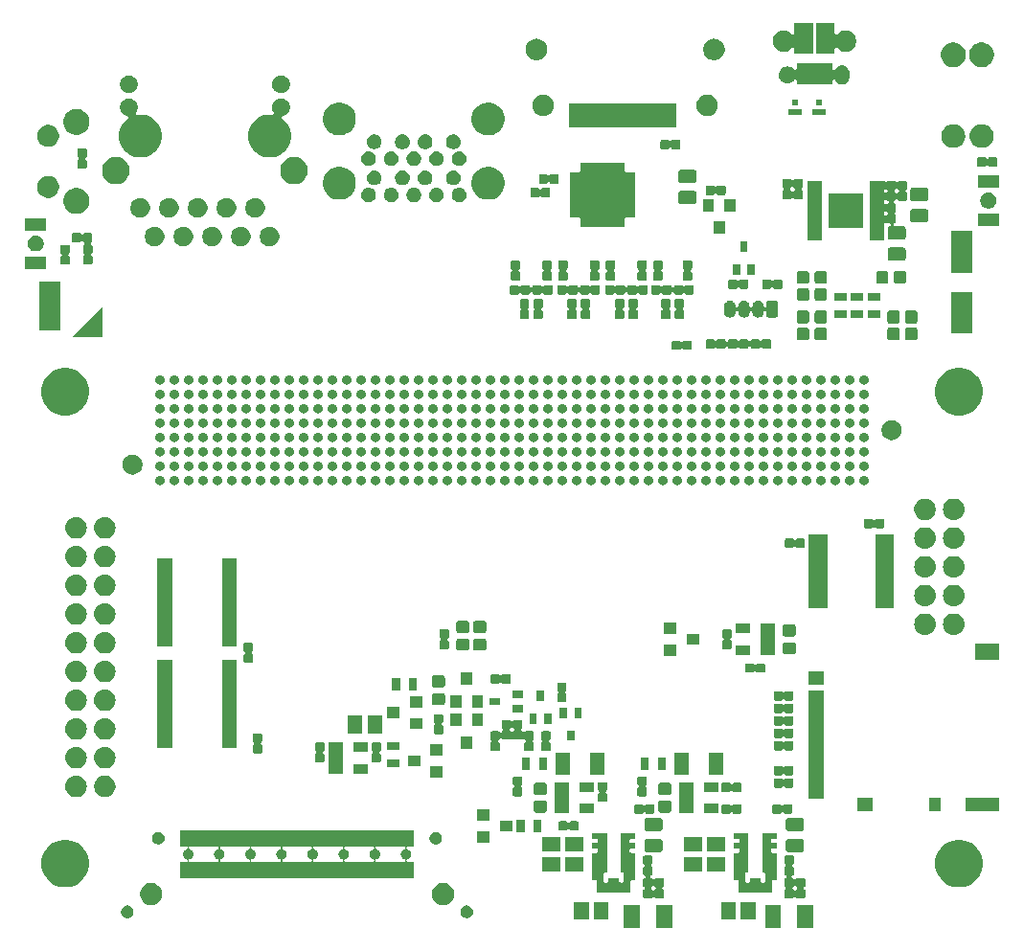
<source format=gts>
G04 #@! TF.GenerationSoftware,KiCad,Pcbnew,6.0.0-rc1-unknown-f1b2855~84~ubuntu16.04.1*
G04 #@! TF.CreationDate,2018-10-23T11:27:57+08:00*
G04 #@! TF.ProjectId,ovc2_mobo,6F7663325F6D6F626F2E6B696361645F,rev?*
G04 #@! TF.SameCoordinates,Original*
G04 #@! TF.FileFunction,Soldermask,Top*
G04 #@! TF.FilePolarity,Negative*
%FSLAX46Y46*%
G04 Gerber Fmt 4.6, Leading zero omitted, Abs format (unit mm)*
G04 Created by KiCad (PCBNEW 6.0.0-rc1-unknown-f1b2855~84~ubuntu16.04.1) date Tue 23 Oct 2018 11:27:57 AM +08*
%MOMM*%
%LPD*%
G01*
G04 APERTURE LIST*
%ADD10C,0.100000*%
G04 APERTURE END LIST*
D10*
G36*
X164640000Y-136000000D02*
X163220000Y-136000000D01*
X163220000Y-134000000D01*
X164640000Y-134000000D01*
X164640000Y-136000000D01*
X164640000Y-136000000D01*
G37*
G36*
X161780000Y-136000000D02*
X160360000Y-136000000D01*
X160360000Y-134000000D01*
X161780000Y-134000000D01*
X161780000Y-136000000D01*
X161780000Y-136000000D01*
G37*
G36*
X152140000Y-136000000D02*
X150720000Y-136000000D01*
X150720000Y-134000000D01*
X152140000Y-134000000D01*
X152140000Y-136000000D01*
X152140000Y-136000000D01*
G37*
G36*
X149280000Y-136000000D02*
X147860000Y-136000000D01*
X147860000Y-134000000D01*
X149280000Y-134000000D01*
X149280000Y-136000000D01*
X149280000Y-136000000D01*
G37*
G36*
X146540000Y-135300000D02*
X145220000Y-135300000D01*
X145220000Y-133700000D01*
X146540000Y-133700000D01*
X146540000Y-135300000D01*
X146540000Y-135300000D01*
G37*
G36*
X159540000Y-135300000D02*
X158220000Y-135300000D01*
X158220000Y-133700000D01*
X159540000Y-133700000D01*
X159540000Y-135300000D01*
X159540000Y-135300000D01*
G37*
G36*
X144780000Y-135300000D02*
X143460000Y-135300000D01*
X143460000Y-133700000D01*
X144780000Y-133700000D01*
X144780000Y-135300000D01*
X144780000Y-135300000D01*
G37*
G36*
X157780000Y-135300000D02*
X156460000Y-135300000D01*
X156460000Y-133700000D01*
X157780000Y-133700000D01*
X157780000Y-135300000D01*
X157780000Y-135300000D01*
G37*
G36*
X134161885Y-134049058D02*
X134262892Y-134090896D01*
X134353795Y-134151636D01*
X134431094Y-134228935D01*
X134491834Y-134319838D01*
X134533672Y-134420845D01*
X134555000Y-134528066D01*
X134555000Y-134637394D01*
X134533672Y-134744615D01*
X134491834Y-134845622D01*
X134431094Y-134936525D01*
X134353795Y-135013824D01*
X134262892Y-135074564D01*
X134161885Y-135116402D01*
X134054664Y-135137730D01*
X133945336Y-135137730D01*
X133838115Y-135116402D01*
X133737108Y-135074564D01*
X133646205Y-135013824D01*
X133568906Y-134936525D01*
X133508166Y-134845622D01*
X133466328Y-134744615D01*
X133445000Y-134637394D01*
X133445000Y-134528066D01*
X133466328Y-134420845D01*
X133508166Y-134319838D01*
X133568906Y-134228935D01*
X133646205Y-134151636D01*
X133737108Y-134090896D01*
X133838115Y-134049058D01*
X133945336Y-134027730D01*
X134054664Y-134027730D01*
X134161885Y-134049058D01*
X134161885Y-134049058D01*
G37*
G36*
X104161885Y-134049058D02*
X104262892Y-134090896D01*
X104353795Y-134151636D01*
X104431094Y-134228935D01*
X104491834Y-134319838D01*
X104533672Y-134420845D01*
X104555000Y-134528066D01*
X104555000Y-134637394D01*
X104533672Y-134744615D01*
X104491834Y-134845622D01*
X104431094Y-134936525D01*
X104353795Y-135013824D01*
X104262892Y-135074564D01*
X104161885Y-135116402D01*
X104054664Y-135137730D01*
X103945336Y-135137730D01*
X103838115Y-135116402D01*
X103737108Y-135074564D01*
X103646205Y-135013824D01*
X103568906Y-134936525D01*
X103508166Y-134845622D01*
X103466328Y-134744615D01*
X103445000Y-134637394D01*
X103445000Y-134528066D01*
X103466328Y-134420845D01*
X103508166Y-134319838D01*
X103568906Y-134228935D01*
X103646205Y-134151636D01*
X103737108Y-134090896D01*
X103838115Y-134049058D01*
X103945336Y-134027730D01*
X104054664Y-134027730D01*
X104161885Y-134049058D01*
X104161885Y-134049058D01*
G37*
G36*
X132184397Y-132075198D02*
X132361836Y-132148696D01*
X132521527Y-132255398D01*
X132657332Y-132391203D01*
X132764034Y-132550894D01*
X132837532Y-132728333D01*
X132875000Y-132916701D01*
X132875000Y-133108759D01*
X132837532Y-133297127D01*
X132764034Y-133474566D01*
X132657332Y-133634257D01*
X132521527Y-133770062D01*
X132361836Y-133876764D01*
X132184397Y-133950262D01*
X131996029Y-133987730D01*
X131803971Y-133987730D01*
X131615603Y-133950262D01*
X131438164Y-133876764D01*
X131278473Y-133770062D01*
X131142668Y-133634257D01*
X131035966Y-133474566D01*
X130962468Y-133297127D01*
X130925000Y-133108759D01*
X130925000Y-132916701D01*
X130962468Y-132728333D01*
X131035966Y-132550894D01*
X131142668Y-132391203D01*
X131278473Y-132255398D01*
X131438164Y-132148696D01*
X131615603Y-132075198D01*
X131803971Y-132037730D01*
X131996029Y-132037730D01*
X132184397Y-132075198D01*
X132184397Y-132075198D01*
G37*
G36*
X106384397Y-132075198D02*
X106561836Y-132148696D01*
X106721527Y-132255398D01*
X106857332Y-132391203D01*
X106964034Y-132550894D01*
X107037532Y-132728333D01*
X107075000Y-132916701D01*
X107075000Y-133108759D01*
X107037532Y-133297127D01*
X106964034Y-133474566D01*
X106857332Y-133634257D01*
X106721527Y-133770062D01*
X106561836Y-133876764D01*
X106384397Y-133950262D01*
X106196029Y-133987730D01*
X106003971Y-133987730D01*
X105815603Y-133950262D01*
X105638164Y-133876764D01*
X105478473Y-133770062D01*
X105342668Y-133634257D01*
X105235966Y-133474566D01*
X105162468Y-133297127D01*
X105125000Y-133108759D01*
X105125000Y-132916701D01*
X105162468Y-132728333D01*
X105235966Y-132550894D01*
X105342668Y-132391203D01*
X105478473Y-132255398D01*
X105638164Y-132148696D01*
X105815603Y-132075198D01*
X106003971Y-132037730D01*
X106196029Y-132037730D01*
X106384397Y-132075198D01*
X106384397Y-132075198D01*
G37*
G36*
X162811219Y-129623187D02*
X162836433Y-129630835D01*
X162859665Y-129643254D01*
X162880032Y-129659968D01*
X162896746Y-129680335D01*
X162909165Y-129703567D01*
X162916813Y-129728781D01*
X162920000Y-129761141D01*
X162920000Y-130268859D01*
X162916813Y-130301219D01*
X162909165Y-130326433D01*
X162896746Y-130349665D01*
X162880032Y-130370032D01*
X162859667Y-130386745D01*
X162854026Y-130389760D01*
X162833651Y-130403374D01*
X162816324Y-130420702D01*
X162802710Y-130441076D01*
X162793333Y-130463715D01*
X162788553Y-130487749D01*
X162788553Y-130512253D01*
X162793334Y-130536287D01*
X162802711Y-130558925D01*
X162816325Y-130579300D01*
X162833653Y-130596627D01*
X162854026Y-130610240D01*
X162859667Y-130613255D01*
X162880032Y-130629968D01*
X162896746Y-130650335D01*
X162909165Y-130673567D01*
X162916813Y-130698781D01*
X162920000Y-130731141D01*
X162920000Y-131238859D01*
X162916813Y-131271219D01*
X162909165Y-131296433D01*
X162896746Y-131319665D01*
X162880032Y-131340032D01*
X162859665Y-131356746D01*
X162836433Y-131369165D01*
X162799452Y-131380382D01*
X162776813Y-131389759D01*
X162756438Y-131403373D01*
X162739111Y-131420699D01*
X162725497Y-131441074D01*
X162716119Y-131463713D01*
X162711338Y-131487746D01*
X162711338Y-131512250D01*
X162716118Y-131536284D01*
X162725495Y-131558923D01*
X162739109Y-131579298D01*
X162756435Y-131596625D01*
X162776810Y-131610239D01*
X162799452Y-131619618D01*
X162836433Y-131630835D01*
X162859665Y-131643254D01*
X162880029Y-131659965D01*
X162903372Y-131688410D01*
X162920699Y-131705737D01*
X162941074Y-131719351D01*
X162963713Y-131728729D01*
X162987746Y-131733510D01*
X163012250Y-131733510D01*
X163036284Y-131728730D01*
X163058923Y-131719353D01*
X163079298Y-131705740D01*
X163096628Y-131688410D01*
X163119971Y-131659965D01*
X163140335Y-131643254D01*
X163163567Y-131630835D01*
X163188781Y-131623187D01*
X163221141Y-131620000D01*
X163778859Y-131620000D01*
X163811219Y-131623187D01*
X163836433Y-131630835D01*
X163859665Y-131643254D01*
X163880032Y-131659968D01*
X163896746Y-131680335D01*
X163909165Y-131703567D01*
X163916813Y-131728781D01*
X163920000Y-131761141D01*
X163920000Y-132268859D01*
X163916813Y-132301219D01*
X163909165Y-132326433D01*
X163896746Y-132349665D01*
X163880032Y-132370032D01*
X163859667Y-132386745D01*
X163854026Y-132389760D01*
X163833651Y-132403374D01*
X163816324Y-132420702D01*
X163802710Y-132441076D01*
X163793333Y-132463715D01*
X163788553Y-132487749D01*
X163788553Y-132512253D01*
X163793334Y-132536287D01*
X163802711Y-132558925D01*
X163816325Y-132579300D01*
X163833653Y-132596627D01*
X163854026Y-132610240D01*
X163859667Y-132613255D01*
X163880032Y-132629968D01*
X163896746Y-132650335D01*
X163909165Y-132673567D01*
X163916813Y-132698781D01*
X163920000Y-132731141D01*
X163920000Y-133238859D01*
X163916813Y-133271219D01*
X163909165Y-133296433D01*
X163896746Y-133319665D01*
X163880032Y-133340032D01*
X163859665Y-133356746D01*
X163836433Y-133369165D01*
X163811219Y-133376813D01*
X163778859Y-133380000D01*
X163221141Y-133380000D01*
X163188781Y-133376813D01*
X163163567Y-133369165D01*
X163140335Y-133356746D01*
X163119971Y-133340035D01*
X163096628Y-133311590D01*
X163079301Y-133294263D01*
X163058926Y-133280649D01*
X163036287Y-133271271D01*
X163012254Y-133266490D01*
X162987750Y-133266490D01*
X162963716Y-133271270D01*
X162941077Y-133280647D01*
X162920702Y-133294260D01*
X162903372Y-133311590D01*
X162880029Y-133340035D01*
X162859665Y-133356746D01*
X162836433Y-133369165D01*
X162811219Y-133376813D01*
X162778859Y-133380000D01*
X162221141Y-133380000D01*
X162188781Y-133376813D01*
X162163567Y-133369165D01*
X162140335Y-133356746D01*
X162119968Y-133340032D01*
X162103254Y-133319665D01*
X162090835Y-133296433D01*
X162083187Y-133271219D01*
X162080000Y-133238859D01*
X162080000Y-132731141D01*
X162083187Y-132698781D01*
X162090835Y-132673567D01*
X162103254Y-132650335D01*
X162119968Y-132629968D01*
X162140333Y-132613255D01*
X162145974Y-132610240D01*
X162166349Y-132596626D01*
X162183676Y-132579298D01*
X162197290Y-132558924D01*
X162206667Y-132536285D01*
X162211447Y-132512251D01*
X162211447Y-132487749D01*
X162788553Y-132487749D01*
X162788553Y-132512253D01*
X162793334Y-132536287D01*
X162802711Y-132558925D01*
X162816325Y-132579300D01*
X162833653Y-132596627D01*
X162854026Y-132610240D01*
X162859667Y-132613255D01*
X162880029Y-132629965D01*
X162903372Y-132658410D01*
X162920699Y-132675737D01*
X162941074Y-132689351D01*
X162963713Y-132698729D01*
X162987746Y-132703510D01*
X163012250Y-132703510D01*
X163036284Y-132698730D01*
X163058923Y-132689353D01*
X163079298Y-132675740D01*
X163096628Y-132658410D01*
X163119971Y-132629965D01*
X163140333Y-132613255D01*
X163145974Y-132610240D01*
X163166349Y-132596626D01*
X163183676Y-132579298D01*
X163197290Y-132558924D01*
X163206667Y-132536285D01*
X163211447Y-132512251D01*
X163211447Y-132487747D01*
X163206666Y-132463713D01*
X163197289Y-132441075D01*
X163183675Y-132420700D01*
X163166347Y-132403373D01*
X163145974Y-132389760D01*
X163140333Y-132386745D01*
X163119971Y-132370035D01*
X163096628Y-132341590D01*
X163079301Y-132324263D01*
X163058926Y-132310649D01*
X163036287Y-132301271D01*
X163012254Y-132296490D01*
X162987750Y-132296490D01*
X162963716Y-132301270D01*
X162941077Y-132310647D01*
X162920702Y-132324260D01*
X162903372Y-132341590D01*
X162880029Y-132370035D01*
X162859667Y-132386745D01*
X162854026Y-132389760D01*
X162833651Y-132403374D01*
X162816324Y-132420702D01*
X162802710Y-132441076D01*
X162793333Y-132463715D01*
X162788553Y-132487749D01*
X162211447Y-132487749D01*
X162211447Y-132487747D01*
X162206666Y-132463713D01*
X162197289Y-132441075D01*
X162183675Y-132420700D01*
X162166347Y-132403373D01*
X162145974Y-132389760D01*
X162140333Y-132386745D01*
X162119968Y-132370032D01*
X162103254Y-132349665D01*
X162090835Y-132326433D01*
X162083187Y-132301219D01*
X162080000Y-132268859D01*
X162080000Y-131761141D01*
X162083187Y-131728781D01*
X162090835Y-131703567D01*
X162103254Y-131680335D01*
X162119968Y-131659968D01*
X162140335Y-131643254D01*
X162163567Y-131630835D01*
X162200548Y-131619618D01*
X162223187Y-131610241D01*
X162243562Y-131596627D01*
X162260889Y-131579301D01*
X162274503Y-131558926D01*
X162283881Y-131536287D01*
X162288662Y-131512254D01*
X162288662Y-131487750D01*
X162283882Y-131463716D01*
X162274505Y-131441077D01*
X162260891Y-131420702D01*
X162243565Y-131403375D01*
X162223190Y-131389761D01*
X162200548Y-131380382D01*
X162163567Y-131369165D01*
X162140335Y-131356746D01*
X162119968Y-131340032D01*
X162103254Y-131319665D01*
X162090835Y-131296433D01*
X162083187Y-131271219D01*
X162080000Y-131238859D01*
X162080000Y-130731141D01*
X162083187Y-130698781D01*
X162090835Y-130673567D01*
X162103254Y-130650335D01*
X162119968Y-130629968D01*
X162140333Y-130613255D01*
X162145974Y-130610240D01*
X162166349Y-130596626D01*
X162183676Y-130579298D01*
X162197290Y-130558924D01*
X162206667Y-130536285D01*
X162211447Y-130512251D01*
X162211447Y-130487747D01*
X162206666Y-130463713D01*
X162197289Y-130441075D01*
X162183675Y-130420700D01*
X162166347Y-130403373D01*
X162145974Y-130389760D01*
X162140333Y-130386745D01*
X162119968Y-130370032D01*
X162103254Y-130349665D01*
X162090835Y-130326433D01*
X162083187Y-130301219D01*
X162080000Y-130268859D01*
X162080000Y-129761141D01*
X162083187Y-129728781D01*
X162090835Y-129703567D01*
X162103254Y-129680335D01*
X162119968Y-129659968D01*
X162140335Y-129643254D01*
X162163567Y-129630835D01*
X162188781Y-129623187D01*
X162221141Y-129620000D01*
X162778859Y-129620000D01*
X162811219Y-129623187D01*
X162811219Y-129623187D01*
G37*
G36*
X150311219Y-129623187D02*
X150336433Y-129630835D01*
X150359665Y-129643254D01*
X150380032Y-129659968D01*
X150396746Y-129680335D01*
X150409165Y-129703567D01*
X150416813Y-129728781D01*
X150420000Y-129761141D01*
X150420000Y-130268859D01*
X150416813Y-130301219D01*
X150409165Y-130326433D01*
X150396746Y-130349665D01*
X150380032Y-130370032D01*
X150359667Y-130386745D01*
X150354026Y-130389760D01*
X150333651Y-130403374D01*
X150316324Y-130420702D01*
X150302710Y-130441076D01*
X150293333Y-130463715D01*
X150288553Y-130487749D01*
X150288553Y-130512253D01*
X150293334Y-130536287D01*
X150302711Y-130558925D01*
X150316325Y-130579300D01*
X150333653Y-130596627D01*
X150354026Y-130610240D01*
X150359667Y-130613255D01*
X150380032Y-130629968D01*
X150396746Y-130650335D01*
X150409165Y-130673567D01*
X150416813Y-130698781D01*
X150420000Y-130731141D01*
X150420000Y-131238859D01*
X150416813Y-131271219D01*
X150409165Y-131296433D01*
X150396746Y-131319665D01*
X150380032Y-131340032D01*
X150359665Y-131356746D01*
X150336433Y-131369165D01*
X150299452Y-131380382D01*
X150276813Y-131389759D01*
X150256438Y-131403373D01*
X150239111Y-131420699D01*
X150225497Y-131441074D01*
X150216119Y-131463713D01*
X150211338Y-131487746D01*
X150211338Y-131512250D01*
X150216118Y-131536284D01*
X150225495Y-131558923D01*
X150239109Y-131579298D01*
X150256435Y-131596625D01*
X150276810Y-131610239D01*
X150299452Y-131619618D01*
X150336433Y-131630835D01*
X150359665Y-131643254D01*
X150380029Y-131659965D01*
X150403372Y-131688410D01*
X150420699Y-131705737D01*
X150441074Y-131719351D01*
X150463713Y-131728729D01*
X150487746Y-131733510D01*
X150512250Y-131733510D01*
X150536284Y-131728730D01*
X150558923Y-131719353D01*
X150579298Y-131705740D01*
X150596628Y-131688410D01*
X150619971Y-131659965D01*
X150640335Y-131643254D01*
X150663567Y-131630835D01*
X150688781Y-131623187D01*
X150721141Y-131620000D01*
X151278859Y-131620000D01*
X151311219Y-131623187D01*
X151336433Y-131630835D01*
X151359665Y-131643254D01*
X151380032Y-131659968D01*
X151396746Y-131680335D01*
X151409165Y-131703567D01*
X151416813Y-131728781D01*
X151420000Y-131761141D01*
X151420000Y-132268859D01*
X151416813Y-132301219D01*
X151409165Y-132326433D01*
X151396746Y-132349665D01*
X151380032Y-132370032D01*
X151359667Y-132386745D01*
X151354026Y-132389760D01*
X151333651Y-132403374D01*
X151316324Y-132420702D01*
X151302710Y-132441076D01*
X151293333Y-132463715D01*
X151288553Y-132487749D01*
X151288553Y-132512253D01*
X151293334Y-132536287D01*
X151302711Y-132558925D01*
X151316325Y-132579300D01*
X151333653Y-132596627D01*
X151354026Y-132610240D01*
X151359667Y-132613255D01*
X151380032Y-132629968D01*
X151396746Y-132650335D01*
X151409165Y-132673567D01*
X151416813Y-132698781D01*
X151420000Y-132731141D01*
X151420000Y-133238859D01*
X151416813Y-133271219D01*
X151409165Y-133296433D01*
X151396746Y-133319665D01*
X151380032Y-133340032D01*
X151359665Y-133356746D01*
X151336433Y-133369165D01*
X151311219Y-133376813D01*
X151278859Y-133380000D01*
X150721141Y-133380000D01*
X150688781Y-133376813D01*
X150663567Y-133369165D01*
X150640335Y-133356746D01*
X150619971Y-133340035D01*
X150596628Y-133311590D01*
X150579301Y-133294263D01*
X150558926Y-133280649D01*
X150536287Y-133271271D01*
X150512254Y-133266490D01*
X150487750Y-133266490D01*
X150463716Y-133271270D01*
X150441077Y-133280647D01*
X150420702Y-133294260D01*
X150403372Y-133311590D01*
X150380029Y-133340035D01*
X150359665Y-133356746D01*
X150336433Y-133369165D01*
X150311219Y-133376813D01*
X150278859Y-133380000D01*
X149721141Y-133380000D01*
X149688781Y-133376813D01*
X149663567Y-133369165D01*
X149640335Y-133356746D01*
X149619968Y-133340032D01*
X149603254Y-133319665D01*
X149590835Y-133296433D01*
X149583187Y-133271219D01*
X149580000Y-133238859D01*
X149580000Y-132731141D01*
X149583187Y-132698781D01*
X149590835Y-132673567D01*
X149603254Y-132650335D01*
X149619968Y-132629968D01*
X149640333Y-132613255D01*
X149645974Y-132610240D01*
X149666349Y-132596626D01*
X149683676Y-132579298D01*
X149697290Y-132558924D01*
X149706667Y-132536285D01*
X149711447Y-132512251D01*
X149711447Y-132487749D01*
X150288553Y-132487749D01*
X150288553Y-132512253D01*
X150293334Y-132536287D01*
X150302711Y-132558925D01*
X150316325Y-132579300D01*
X150333653Y-132596627D01*
X150354026Y-132610240D01*
X150359667Y-132613255D01*
X150380029Y-132629965D01*
X150403372Y-132658410D01*
X150420699Y-132675737D01*
X150441074Y-132689351D01*
X150463713Y-132698729D01*
X150487746Y-132703510D01*
X150512250Y-132703510D01*
X150536284Y-132698730D01*
X150558923Y-132689353D01*
X150579298Y-132675740D01*
X150596628Y-132658410D01*
X150619971Y-132629965D01*
X150640333Y-132613255D01*
X150645974Y-132610240D01*
X150666349Y-132596626D01*
X150683676Y-132579298D01*
X150697290Y-132558924D01*
X150706667Y-132536285D01*
X150711447Y-132512251D01*
X150711447Y-132487747D01*
X150706666Y-132463713D01*
X150697289Y-132441075D01*
X150683675Y-132420700D01*
X150666347Y-132403373D01*
X150645974Y-132389760D01*
X150640333Y-132386745D01*
X150619971Y-132370035D01*
X150596628Y-132341590D01*
X150579301Y-132324263D01*
X150558926Y-132310649D01*
X150536287Y-132301271D01*
X150512254Y-132296490D01*
X150487750Y-132296490D01*
X150463716Y-132301270D01*
X150441077Y-132310647D01*
X150420702Y-132324260D01*
X150403372Y-132341590D01*
X150380029Y-132370035D01*
X150359667Y-132386745D01*
X150354026Y-132389760D01*
X150333651Y-132403374D01*
X150316324Y-132420702D01*
X150302710Y-132441076D01*
X150293333Y-132463715D01*
X150288553Y-132487749D01*
X149711447Y-132487749D01*
X149711447Y-132487747D01*
X149706666Y-132463713D01*
X149697289Y-132441075D01*
X149683675Y-132420700D01*
X149666347Y-132403373D01*
X149645974Y-132389760D01*
X149640333Y-132386745D01*
X149619968Y-132370032D01*
X149603254Y-132349665D01*
X149590835Y-132326433D01*
X149583187Y-132301219D01*
X149580000Y-132268859D01*
X149580000Y-131761141D01*
X149583187Y-131728781D01*
X149590835Y-131703567D01*
X149603254Y-131680335D01*
X149619968Y-131659968D01*
X149640335Y-131643254D01*
X149663567Y-131630835D01*
X149700548Y-131619618D01*
X149723187Y-131610241D01*
X149743562Y-131596627D01*
X149760889Y-131579301D01*
X149774503Y-131558926D01*
X149783881Y-131536287D01*
X149788662Y-131512254D01*
X149788662Y-131487750D01*
X149783882Y-131463716D01*
X149774505Y-131441077D01*
X149760891Y-131420702D01*
X149743565Y-131403375D01*
X149723190Y-131389761D01*
X149700548Y-131380382D01*
X149663567Y-131369165D01*
X149640335Y-131356746D01*
X149619968Y-131340032D01*
X149603254Y-131319665D01*
X149590835Y-131296433D01*
X149583187Y-131271219D01*
X149580000Y-131238859D01*
X149580000Y-130731141D01*
X149583187Y-130698781D01*
X149590835Y-130673567D01*
X149603254Y-130650335D01*
X149619968Y-130629968D01*
X149640333Y-130613255D01*
X149645974Y-130610240D01*
X149666349Y-130596626D01*
X149683676Y-130579298D01*
X149697290Y-130558924D01*
X149706667Y-130536285D01*
X149711447Y-130512251D01*
X149711447Y-130487747D01*
X149706666Y-130463713D01*
X149697289Y-130441075D01*
X149683675Y-130420700D01*
X149666347Y-130403373D01*
X149645974Y-130389760D01*
X149640333Y-130386745D01*
X149619968Y-130370032D01*
X149603254Y-130349665D01*
X149590835Y-130326433D01*
X149583187Y-130301219D01*
X149580000Y-130268859D01*
X149580000Y-129761141D01*
X149583187Y-129728781D01*
X149590835Y-129703567D01*
X149603254Y-129680335D01*
X149619968Y-129659968D01*
X149640335Y-129643254D01*
X149663567Y-129630835D01*
X149688781Y-129623187D01*
X149721141Y-129620000D01*
X150278859Y-129620000D01*
X150311219Y-129623187D01*
X150311219Y-129623187D01*
G37*
G36*
X146400000Y-131125000D02*
X146225000Y-131125000D01*
X146200614Y-131127402D01*
X146177165Y-131134515D01*
X146155554Y-131146066D01*
X146136612Y-131161612D01*
X146121066Y-131180554D01*
X146109515Y-131202165D01*
X146102402Y-131225614D01*
X146100000Y-131250000D01*
X146100000Y-131875000D01*
X146102402Y-131899386D01*
X146109515Y-131922835D01*
X146121066Y-131944446D01*
X146136612Y-131963388D01*
X146155554Y-131978934D01*
X146177165Y-131990485D01*
X146200614Y-131997598D01*
X146225000Y-132000000D01*
X146400000Y-132000000D01*
X146424386Y-131997598D01*
X146447835Y-131990485D01*
X146469446Y-131978934D01*
X146488388Y-131963388D01*
X146503934Y-131944446D01*
X146515485Y-131922835D01*
X146522598Y-131899386D01*
X146525000Y-131875000D01*
X146525000Y-131600000D01*
X147475000Y-131600000D01*
X147475000Y-131875000D01*
X147477402Y-131899386D01*
X147484515Y-131922835D01*
X147496066Y-131944446D01*
X147511612Y-131963388D01*
X147530554Y-131978934D01*
X147552165Y-131990485D01*
X147575614Y-131997598D01*
X147600000Y-132000000D01*
X147775000Y-132000000D01*
X147799386Y-131997598D01*
X147822835Y-131990485D01*
X147844446Y-131978934D01*
X147863388Y-131963388D01*
X147878934Y-131944446D01*
X147890485Y-131922835D01*
X147897598Y-131899386D01*
X147900000Y-131875000D01*
X147900000Y-131250000D01*
X147897598Y-131225614D01*
X147890485Y-131202165D01*
X147878934Y-131180554D01*
X147863388Y-131161612D01*
X147844446Y-131146066D01*
X147822835Y-131134515D01*
X147799386Y-131127402D01*
X147775000Y-131125000D01*
X147600000Y-131125000D01*
X147600000Y-127675000D01*
X148900000Y-127675000D01*
X148900000Y-128125000D01*
X148525000Y-128125000D01*
X148500614Y-128127402D01*
X148477165Y-128134515D01*
X148455554Y-128146066D01*
X148436612Y-128161612D01*
X148421066Y-128180554D01*
X148409515Y-128202165D01*
X148402402Y-128225614D01*
X148400000Y-128250000D01*
X148400000Y-128400000D01*
X148402402Y-128424386D01*
X148409515Y-128447835D01*
X148421066Y-128469446D01*
X148436612Y-128488388D01*
X148455554Y-128503934D01*
X148477165Y-128515485D01*
X148500614Y-128522598D01*
X148525000Y-128525000D01*
X148900000Y-128525000D01*
X148900000Y-128975000D01*
X148525000Y-128975000D01*
X148500614Y-128977402D01*
X148477165Y-128984515D01*
X148455554Y-128996066D01*
X148436612Y-129011612D01*
X148421066Y-129030554D01*
X148409515Y-129052165D01*
X148402402Y-129075614D01*
X148400000Y-129100000D01*
X148400000Y-129250000D01*
X148402402Y-129274386D01*
X148409515Y-129297835D01*
X148421066Y-129319446D01*
X148436612Y-129338388D01*
X148455554Y-129353934D01*
X148477165Y-129365485D01*
X148500614Y-129372598D01*
X148525000Y-129375000D01*
X148900000Y-129375000D01*
X148900000Y-131775000D01*
X148600000Y-131775000D01*
X148575614Y-131777402D01*
X148552165Y-131784515D01*
X148530554Y-131796066D01*
X148511612Y-131811612D01*
X148496066Y-131830554D01*
X148484515Y-131852165D01*
X148477402Y-131875614D01*
X148475000Y-131900000D01*
X148475000Y-132900000D01*
X145525000Y-132900000D01*
X145525000Y-131900000D01*
X145522598Y-131875614D01*
X145515485Y-131852165D01*
X145503934Y-131830554D01*
X145488388Y-131811612D01*
X145469446Y-131796066D01*
X145447835Y-131784515D01*
X145424386Y-131777402D01*
X145400000Y-131775000D01*
X145100000Y-131775000D01*
X145100000Y-129375000D01*
X145475000Y-129375000D01*
X145499386Y-129372598D01*
X145522835Y-129365485D01*
X145544446Y-129353934D01*
X145563388Y-129338388D01*
X145578934Y-129319446D01*
X145590485Y-129297835D01*
X145597598Y-129274386D01*
X145600000Y-129250000D01*
X145600000Y-129100000D01*
X145597598Y-129075614D01*
X145590485Y-129052165D01*
X145578934Y-129030554D01*
X145563388Y-129011612D01*
X145544446Y-128996066D01*
X145522835Y-128984515D01*
X145499386Y-128977402D01*
X145475000Y-128975000D01*
X145100000Y-128975000D01*
X145100000Y-128525000D01*
X145475000Y-128525000D01*
X145499386Y-128522598D01*
X145522835Y-128515485D01*
X145544446Y-128503934D01*
X145563388Y-128488388D01*
X145578934Y-128469446D01*
X145590485Y-128447835D01*
X145597598Y-128424386D01*
X145600000Y-128400000D01*
X145600000Y-128250000D01*
X145597598Y-128225614D01*
X145590485Y-128202165D01*
X145578934Y-128180554D01*
X145563388Y-128161612D01*
X145544446Y-128146066D01*
X145522835Y-128134515D01*
X145499386Y-128127402D01*
X145475000Y-128125000D01*
X145100000Y-128125000D01*
X145100000Y-127675000D01*
X146400000Y-127675000D01*
X146400000Y-131125000D01*
X146400000Y-131125000D01*
G37*
G36*
X158900000Y-131125000D02*
X158725000Y-131125000D01*
X158700614Y-131127402D01*
X158677165Y-131134515D01*
X158655554Y-131146066D01*
X158636612Y-131161612D01*
X158621066Y-131180554D01*
X158609515Y-131202165D01*
X158602402Y-131225614D01*
X158600000Y-131250000D01*
X158600000Y-131875000D01*
X158602402Y-131899386D01*
X158609515Y-131922835D01*
X158621066Y-131944446D01*
X158636612Y-131963388D01*
X158655554Y-131978934D01*
X158677165Y-131990485D01*
X158700614Y-131997598D01*
X158725000Y-132000000D01*
X158900000Y-132000000D01*
X158924386Y-131997598D01*
X158947835Y-131990485D01*
X158969446Y-131978934D01*
X158988388Y-131963388D01*
X159003934Y-131944446D01*
X159015485Y-131922835D01*
X159022598Y-131899386D01*
X159025000Y-131875000D01*
X159025000Y-131600000D01*
X159975000Y-131600000D01*
X159975000Y-131875000D01*
X159977402Y-131899386D01*
X159984515Y-131922835D01*
X159996066Y-131944446D01*
X160011612Y-131963388D01*
X160030554Y-131978934D01*
X160052165Y-131990485D01*
X160075614Y-131997598D01*
X160100000Y-132000000D01*
X160275000Y-132000000D01*
X160299386Y-131997598D01*
X160322835Y-131990485D01*
X160344446Y-131978934D01*
X160363388Y-131963388D01*
X160378934Y-131944446D01*
X160390485Y-131922835D01*
X160397598Y-131899386D01*
X160400000Y-131875000D01*
X160400000Y-131250000D01*
X160397598Y-131225614D01*
X160390485Y-131202165D01*
X160378934Y-131180554D01*
X160363388Y-131161612D01*
X160344446Y-131146066D01*
X160322835Y-131134515D01*
X160299386Y-131127402D01*
X160275000Y-131125000D01*
X160100000Y-131125000D01*
X160100000Y-127675000D01*
X161400000Y-127675000D01*
X161400000Y-128125000D01*
X161025000Y-128125000D01*
X161000614Y-128127402D01*
X160977165Y-128134515D01*
X160955554Y-128146066D01*
X160936612Y-128161612D01*
X160921066Y-128180554D01*
X160909515Y-128202165D01*
X160902402Y-128225614D01*
X160900000Y-128250000D01*
X160900000Y-128400000D01*
X160902402Y-128424386D01*
X160909515Y-128447835D01*
X160921066Y-128469446D01*
X160936612Y-128488388D01*
X160955554Y-128503934D01*
X160977165Y-128515485D01*
X161000614Y-128522598D01*
X161025000Y-128525000D01*
X161400000Y-128525000D01*
X161400000Y-128975000D01*
X161025000Y-128975000D01*
X161000614Y-128977402D01*
X160977165Y-128984515D01*
X160955554Y-128996066D01*
X160936612Y-129011612D01*
X160921066Y-129030554D01*
X160909515Y-129052165D01*
X160902402Y-129075614D01*
X160900000Y-129100000D01*
X160900000Y-129250000D01*
X160902402Y-129274386D01*
X160909515Y-129297835D01*
X160921066Y-129319446D01*
X160936612Y-129338388D01*
X160955554Y-129353934D01*
X160977165Y-129365485D01*
X161000614Y-129372598D01*
X161025000Y-129375000D01*
X161400000Y-129375000D01*
X161400000Y-131775000D01*
X161100000Y-131775000D01*
X161075614Y-131777402D01*
X161052165Y-131784515D01*
X161030554Y-131796066D01*
X161011612Y-131811612D01*
X160996066Y-131830554D01*
X160984515Y-131852165D01*
X160977402Y-131875614D01*
X160975000Y-131900000D01*
X160975000Y-132900000D01*
X158025000Y-132900000D01*
X158025000Y-131900000D01*
X158022598Y-131875614D01*
X158015485Y-131852165D01*
X158003934Y-131830554D01*
X157988388Y-131811612D01*
X157969446Y-131796066D01*
X157947835Y-131784515D01*
X157924386Y-131777402D01*
X157900000Y-131775000D01*
X157600000Y-131775000D01*
X157600000Y-129375000D01*
X157975000Y-129375000D01*
X157999386Y-129372598D01*
X158022835Y-129365485D01*
X158044446Y-129353934D01*
X158063388Y-129338388D01*
X158078934Y-129319446D01*
X158090485Y-129297835D01*
X158097598Y-129274386D01*
X158100000Y-129250000D01*
X158100000Y-129100000D01*
X158097598Y-129075614D01*
X158090485Y-129052165D01*
X158078934Y-129030554D01*
X158063388Y-129011612D01*
X158044446Y-128996066D01*
X158022835Y-128984515D01*
X157999386Y-128977402D01*
X157975000Y-128975000D01*
X157600000Y-128975000D01*
X157600000Y-128525000D01*
X157975000Y-128525000D01*
X157999386Y-128522598D01*
X158022835Y-128515485D01*
X158044446Y-128503934D01*
X158063388Y-128488388D01*
X158078934Y-128469446D01*
X158090485Y-128447835D01*
X158097598Y-128424386D01*
X158100000Y-128400000D01*
X158100000Y-128250000D01*
X158097598Y-128225614D01*
X158090485Y-128202165D01*
X158078934Y-128180554D01*
X158063388Y-128161612D01*
X158044446Y-128146066D01*
X158022835Y-128134515D01*
X157999386Y-128127402D01*
X157975000Y-128125000D01*
X157600000Y-128125000D01*
X157600000Y-127675000D01*
X158900000Y-127675000D01*
X158900000Y-131125000D01*
X158900000Y-131125000D01*
G37*
G36*
X99112547Y-128300701D02*
X99494722Y-128459003D01*
X99561801Y-128503824D01*
X99838672Y-128688823D01*
X100131177Y-128981328D01*
X100265271Y-129182014D01*
X100360997Y-129325278D01*
X100519299Y-129707453D01*
X100600000Y-130113167D01*
X100600000Y-130526833D01*
X100519299Y-130932547D01*
X100360997Y-131314722D01*
X100317124Y-131380382D01*
X100131177Y-131658672D01*
X99838672Y-131951177D01*
X99609373Y-132104390D01*
X99494722Y-132180997D01*
X99112547Y-132339299D01*
X98706833Y-132420000D01*
X98293167Y-132420000D01*
X97887453Y-132339299D01*
X97505278Y-132180997D01*
X97390627Y-132104390D01*
X97161328Y-131951177D01*
X96868823Y-131658672D01*
X96682876Y-131380382D01*
X96639003Y-131314722D01*
X96480701Y-130932547D01*
X96400000Y-130526833D01*
X96400000Y-130113167D01*
X96480701Y-129707453D01*
X96639003Y-129325278D01*
X96734729Y-129182014D01*
X96868823Y-128981328D01*
X97161328Y-128688823D01*
X97438199Y-128503824D01*
X97505278Y-128459003D01*
X97887453Y-128300701D01*
X98293167Y-128220000D01*
X98706833Y-128220000D01*
X99112547Y-128300701D01*
X99112547Y-128300701D01*
G37*
G36*
X178112547Y-128300701D02*
X178494722Y-128459003D01*
X178561801Y-128503824D01*
X178838672Y-128688823D01*
X179131177Y-128981328D01*
X179265271Y-129182014D01*
X179360997Y-129325278D01*
X179519299Y-129707453D01*
X179600000Y-130113167D01*
X179600000Y-130526833D01*
X179519299Y-130932547D01*
X179360997Y-131314722D01*
X179317124Y-131380382D01*
X179131177Y-131658672D01*
X178838672Y-131951177D01*
X178609373Y-132104390D01*
X178494722Y-132180997D01*
X178112547Y-132339299D01*
X177706833Y-132420000D01*
X177293167Y-132420000D01*
X176887453Y-132339299D01*
X176505278Y-132180997D01*
X176390627Y-132104390D01*
X176161328Y-131951177D01*
X175868823Y-131658672D01*
X175682876Y-131380382D01*
X175639003Y-131314722D01*
X175480701Y-130932547D01*
X175400000Y-130526833D01*
X175400000Y-130113167D01*
X175480701Y-129707453D01*
X175639003Y-129325278D01*
X175734729Y-129182014D01*
X175868823Y-128981328D01*
X176161328Y-128688823D01*
X176438199Y-128503824D01*
X176505278Y-128459003D01*
X176887453Y-128300701D01*
X177293167Y-128220000D01*
X177706833Y-128220000D01*
X178112547Y-128300701D01*
X178112547Y-128300701D01*
G37*
G36*
X129350000Y-128797730D02*
X128802715Y-128797730D01*
X128778329Y-128800132D01*
X128754880Y-128807245D01*
X128733269Y-128818796D01*
X128714327Y-128834342D01*
X128698781Y-128853284D01*
X128687230Y-128874895D01*
X128680117Y-128898344D01*
X128677715Y-128922730D01*
X128680117Y-128947116D01*
X128687230Y-128970565D01*
X128698781Y-128992176D01*
X128714327Y-129011118D01*
X128733269Y-129026664D01*
X128754879Y-129038215D01*
X128788557Y-129052165D01*
X128845260Y-129075652D01*
X128845261Y-129075653D01*
X128921423Y-129126543D01*
X128986187Y-129191307D01*
X128986189Y-129191310D01*
X129037078Y-129267470D01*
X129066453Y-129338388D01*
X129072131Y-129352097D01*
X129090000Y-129441930D01*
X129090000Y-129533529D01*
X129072130Y-129623366D01*
X129037078Y-129707990D01*
X129037077Y-129707991D01*
X128986187Y-129784153D01*
X128921423Y-129848917D01*
X128921420Y-129848919D01*
X128845260Y-129899808D01*
X128791570Y-129922047D01*
X128754879Y-129937245D01*
X128733268Y-129948797D01*
X128714326Y-129964342D01*
X128698781Y-129983284D01*
X128687230Y-130004895D01*
X128680117Y-130028344D01*
X128677715Y-130052731D01*
X128680117Y-130077117D01*
X128687230Y-130100566D01*
X128698782Y-130122177D01*
X128714327Y-130141119D01*
X128733269Y-130156664D01*
X128754880Y-130168215D01*
X128778329Y-130175328D01*
X128802715Y-130177730D01*
X129350000Y-130177730D01*
X129350000Y-131627730D01*
X108650000Y-131627730D01*
X108650000Y-130177730D01*
X109197285Y-130177730D01*
X109221671Y-130175328D01*
X109245120Y-130168215D01*
X109266731Y-130156664D01*
X109285673Y-130141118D01*
X109301219Y-130122176D01*
X109312770Y-130100565D01*
X109319883Y-130077116D01*
X109322285Y-130052730D01*
X109319883Y-130028344D01*
X109312770Y-130004895D01*
X109301219Y-129983284D01*
X109285673Y-129964342D01*
X109266731Y-129948796D01*
X109245121Y-129937245D01*
X109208430Y-129922047D01*
X109154740Y-129899808D01*
X109078580Y-129848919D01*
X109078577Y-129848917D01*
X109013813Y-129784153D01*
X108962923Y-129707991D01*
X108962922Y-129707990D01*
X108927870Y-129623366D01*
X108910000Y-129533529D01*
X108910000Y-129441930D01*
X108927869Y-129352097D01*
X108933547Y-129338388D01*
X108962922Y-129267470D01*
X109013811Y-129191310D01*
X109013813Y-129191307D01*
X109078577Y-129126543D01*
X109154739Y-129075653D01*
X109154740Y-129075652D01*
X109211443Y-129052165D01*
X109245121Y-129038215D01*
X109266732Y-129026663D01*
X109285674Y-129011118D01*
X109301219Y-128992176D01*
X109312770Y-128970565D01*
X109319883Y-128947116D01*
X109322284Y-128922730D01*
X109427715Y-128922730D01*
X109430117Y-128947116D01*
X109437230Y-128970565D01*
X109448781Y-128992176D01*
X109464327Y-129011118D01*
X109483269Y-129026664D01*
X109504879Y-129038215D01*
X109538557Y-129052165D01*
X109595260Y-129075652D01*
X109595261Y-129075653D01*
X109671423Y-129126543D01*
X109736187Y-129191307D01*
X109736189Y-129191310D01*
X109787078Y-129267470D01*
X109816453Y-129338388D01*
X109822131Y-129352097D01*
X109840000Y-129441930D01*
X109840000Y-129533529D01*
X109822130Y-129623366D01*
X109787078Y-129707990D01*
X109787077Y-129707991D01*
X109736187Y-129784153D01*
X109671423Y-129848917D01*
X109671420Y-129848919D01*
X109595260Y-129899808D01*
X109541570Y-129922047D01*
X109504879Y-129937245D01*
X109483268Y-129948797D01*
X109464326Y-129964342D01*
X109448781Y-129983284D01*
X109437230Y-130004895D01*
X109430117Y-130028344D01*
X109427715Y-130052731D01*
X109430117Y-130077117D01*
X109437230Y-130100566D01*
X109448782Y-130122177D01*
X109464327Y-130141119D01*
X109483269Y-130156664D01*
X109504880Y-130168215D01*
X109528329Y-130175328D01*
X109552715Y-130177730D01*
X111947285Y-130177730D01*
X111971671Y-130175328D01*
X111995120Y-130168215D01*
X112016731Y-130156664D01*
X112035673Y-130141118D01*
X112051219Y-130122176D01*
X112062770Y-130100565D01*
X112069883Y-130077116D01*
X112072285Y-130052730D01*
X112069883Y-130028344D01*
X112062770Y-130004895D01*
X112051219Y-129983284D01*
X112035673Y-129964342D01*
X112016731Y-129948796D01*
X111995121Y-129937245D01*
X111958430Y-129922047D01*
X111904740Y-129899808D01*
X111828580Y-129848919D01*
X111828577Y-129848917D01*
X111763813Y-129784153D01*
X111712923Y-129707991D01*
X111712922Y-129707990D01*
X111677870Y-129623366D01*
X111660000Y-129533529D01*
X111660000Y-129441930D01*
X111677869Y-129352097D01*
X111683547Y-129338388D01*
X111712922Y-129267470D01*
X111763811Y-129191310D01*
X111763813Y-129191307D01*
X111828577Y-129126543D01*
X111904739Y-129075653D01*
X111904740Y-129075652D01*
X111961443Y-129052165D01*
X111995121Y-129038215D01*
X112016732Y-129026663D01*
X112035674Y-129011118D01*
X112051219Y-128992176D01*
X112062770Y-128970565D01*
X112069883Y-128947116D01*
X112072284Y-128922730D01*
X112177715Y-128922730D01*
X112180117Y-128947116D01*
X112187230Y-128970565D01*
X112198781Y-128992176D01*
X112214327Y-129011118D01*
X112233269Y-129026664D01*
X112254879Y-129038215D01*
X112288557Y-129052165D01*
X112345260Y-129075652D01*
X112345261Y-129075653D01*
X112421423Y-129126543D01*
X112486187Y-129191307D01*
X112486189Y-129191310D01*
X112537078Y-129267470D01*
X112566453Y-129338388D01*
X112572131Y-129352097D01*
X112590000Y-129441930D01*
X112590000Y-129533529D01*
X112572130Y-129623366D01*
X112537078Y-129707990D01*
X112537077Y-129707991D01*
X112486187Y-129784153D01*
X112421423Y-129848917D01*
X112421420Y-129848919D01*
X112345260Y-129899808D01*
X112291570Y-129922047D01*
X112254879Y-129937245D01*
X112233268Y-129948797D01*
X112214326Y-129964342D01*
X112198781Y-129983284D01*
X112187230Y-130004895D01*
X112180117Y-130028344D01*
X112177715Y-130052731D01*
X112180117Y-130077117D01*
X112187230Y-130100566D01*
X112198782Y-130122177D01*
X112214327Y-130141119D01*
X112233269Y-130156664D01*
X112254880Y-130168215D01*
X112278329Y-130175328D01*
X112302715Y-130177730D01*
X114697285Y-130177730D01*
X114721671Y-130175328D01*
X114745120Y-130168215D01*
X114766731Y-130156664D01*
X114785673Y-130141118D01*
X114801219Y-130122176D01*
X114812770Y-130100565D01*
X114819883Y-130077116D01*
X114822285Y-130052730D01*
X114819883Y-130028344D01*
X114812770Y-130004895D01*
X114801219Y-129983284D01*
X114785673Y-129964342D01*
X114766731Y-129948796D01*
X114745121Y-129937245D01*
X114708430Y-129922047D01*
X114654740Y-129899808D01*
X114578580Y-129848919D01*
X114578577Y-129848917D01*
X114513813Y-129784153D01*
X114462923Y-129707991D01*
X114462922Y-129707990D01*
X114427870Y-129623366D01*
X114410000Y-129533529D01*
X114410000Y-129441930D01*
X114427869Y-129352097D01*
X114433547Y-129338388D01*
X114462922Y-129267470D01*
X114513811Y-129191310D01*
X114513813Y-129191307D01*
X114578577Y-129126543D01*
X114654739Y-129075653D01*
X114654740Y-129075652D01*
X114711443Y-129052165D01*
X114745121Y-129038215D01*
X114766732Y-129026663D01*
X114785674Y-129011118D01*
X114801219Y-128992176D01*
X114812770Y-128970565D01*
X114819883Y-128947116D01*
X114822284Y-128922730D01*
X114927715Y-128922730D01*
X114930117Y-128947116D01*
X114937230Y-128970565D01*
X114948781Y-128992176D01*
X114964327Y-129011118D01*
X114983269Y-129026664D01*
X115004879Y-129038215D01*
X115038557Y-129052165D01*
X115095260Y-129075652D01*
X115095261Y-129075653D01*
X115171423Y-129126543D01*
X115236187Y-129191307D01*
X115236189Y-129191310D01*
X115287078Y-129267470D01*
X115316453Y-129338388D01*
X115322131Y-129352097D01*
X115340000Y-129441930D01*
X115340000Y-129533529D01*
X115322130Y-129623366D01*
X115287078Y-129707990D01*
X115287077Y-129707991D01*
X115236187Y-129784153D01*
X115171423Y-129848917D01*
X115171420Y-129848919D01*
X115095260Y-129899808D01*
X115041570Y-129922047D01*
X115004879Y-129937245D01*
X114983268Y-129948797D01*
X114964326Y-129964342D01*
X114948781Y-129983284D01*
X114937230Y-130004895D01*
X114930117Y-130028344D01*
X114927715Y-130052731D01*
X114930117Y-130077117D01*
X114937230Y-130100566D01*
X114948782Y-130122177D01*
X114964327Y-130141119D01*
X114983269Y-130156664D01*
X115004880Y-130168215D01*
X115028329Y-130175328D01*
X115052715Y-130177730D01*
X117447285Y-130177730D01*
X117471671Y-130175328D01*
X117495120Y-130168215D01*
X117516731Y-130156664D01*
X117535673Y-130141118D01*
X117551219Y-130122176D01*
X117562770Y-130100565D01*
X117569883Y-130077116D01*
X117572285Y-130052730D01*
X117569883Y-130028344D01*
X117562770Y-130004895D01*
X117551219Y-129983284D01*
X117535673Y-129964342D01*
X117516731Y-129948796D01*
X117495121Y-129937245D01*
X117458430Y-129922047D01*
X117404740Y-129899808D01*
X117328580Y-129848919D01*
X117328577Y-129848917D01*
X117263813Y-129784153D01*
X117212923Y-129707991D01*
X117212922Y-129707990D01*
X117177870Y-129623366D01*
X117160000Y-129533529D01*
X117160000Y-129441930D01*
X117177869Y-129352097D01*
X117183547Y-129338388D01*
X117212922Y-129267470D01*
X117263811Y-129191310D01*
X117263813Y-129191307D01*
X117328577Y-129126543D01*
X117404739Y-129075653D01*
X117404740Y-129075652D01*
X117461443Y-129052165D01*
X117495121Y-129038215D01*
X117516732Y-129026663D01*
X117535674Y-129011118D01*
X117551219Y-128992176D01*
X117562770Y-128970565D01*
X117569883Y-128947116D01*
X117572284Y-128922730D01*
X117677715Y-128922730D01*
X117680117Y-128947116D01*
X117687230Y-128970565D01*
X117698781Y-128992176D01*
X117714327Y-129011118D01*
X117733269Y-129026664D01*
X117754879Y-129038215D01*
X117788557Y-129052165D01*
X117845260Y-129075652D01*
X117845261Y-129075653D01*
X117921423Y-129126543D01*
X117986187Y-129191307D01*
X117986189Y-129191310D01*
X118037078Y-129267470D01*
X118066453Y-129338388D01*
X118072131Y-129352097D01*
X118090000Y-129441930D01*
X118090000Y-129533529D01*
X118072130Y-129623366D01*
X118037078Y-129707990D01*
X118037077Y-129707991D01*
X117986187Y-129784153D01*
X117921423Y-129848917D01*
X117921420Y-129848919D01*
X117845260Y-129899808D01*
X117791570Y-129922047D01*
X117754879Y-129937245D01*
X117733268Y-129948797D01*
X117714326Y-129964342D01*
X117698781Y-129983284D01*
X117687230Y-130004895D01*
X117680117Y-130028344D01*
X117677715Y-130052731D01*
X117680117Y-130077117D01*
X117687230Y-130100566D01*
X117698782Y-130122177D01*
X117714327Y-130141119D01*
X117733269Y-130156664D01*
X117754880Y-130168215D01*
X117778329Y-130175328D01*
X117802715Y-130177730D01*
X120197285Y-130177730D01*
X120221671Y-130175328D01*
X120245120Y-130168215D01*
X120266731Y-130156664D01*
X120285673Y-130141118D01*
X120301219Y-130122176D01*
X120312770Y-130100565D01*
X120319883Y-130077116D01*
X120322285Y-130052730D01*
X120319883Y-130028344D01*
X120312770Y-130004895D01*
X120301219Y-129983284D01*
X120285673Y-129964342D01*
X120266731Y-129948796D01*
X120245121Y-129937245D01*
X120208430Y-129922047D01*
X120154740Y-129899808D01*
X120078580Y-129848919D01*
X120078577Y-129848917D01*
X120013813Y-129784153D01*
X119962923Y-129707991D01*
X119962922Y-129707990D01*
X119927870Y-129623366D01*
X119910000Y-129533529D01*
X119910000Y-129441930D01*
X119927869Y-129352097D01*
X119933547Y-129338388D01*
X119962922Y-129267470D01*
X120013811Y-129191310D01*
X120013813Y-129191307D01*
X120078577Y-129126543D01*
X120154739Y-129075653D01*
X120154740Y-129075652D01*
X120211443Y-129052165D01*
X120245121Y-129038215D01*
X120266732Y-129026663D01*
X120285674Y-129011118D01*
X120301219Y-128992176D01*
X120312770Y-128970565D01*
X120319883Y-128947116D01*
X120322284Y-128922730D01*
X120427715Y-128922730D01*
X120430117Y-128947116D01*
X120437230Y-128970565D01*
X120448781Y-128992176D01*
X120464327Y-129011118D01*
X120483269Y-129026664D01*
X120504879Y-129038215D01*
X120538557Y-129052165D01*
X120595260Y-129075652D01*
X120595261Y-129075653D01*
X120671423Y-129126543D01*
X120736187Y-129191307D01*
X120736189Y-129191310D01*
X120787078Y-129267470D01*
X120816453Y-129338388D01*
X120822131Y-129352097D01*
X120840000Y-129441930D01*
X120840000Y-129533529D01*
X120822130Y-129623366D01*
X120787078Y-129707990D01*
X120787077Y-129707991D01*
X120736187Y-129784153D01*
X120671423Y-129848917D01*
X120671420Y-129848919D01*
X120595260Y-129899808D01*
X120541570Y-129922047D01*
X120504879Y-129937245D01*
X120483268Y-129948797D01*
X120464326Y-129964342D01*
X120448781Y-129983284D01*
X120437230Y-130004895D01*
X120430117Y-130028344D01*
X120427715Y-130052731D01*
X120430117Y-130077117D01*
X120437230Y-130100566D01*
X120448782Y-130122177D01*
X120464327Y-130141119D01*
X120483269Y-130156664D01*
X120504880Y-130168215D01*
X120528329Y-130175328D01*
X120552715Y-130177730D01*
X122947285Y-130177730D01*
X122971671Y-130175328D01*
X122995120Y-130168215D01*
X123016731Y-130156664D01*
X123035673Y-130141118D01*
X123051219Y-130122176D01*
X123062770Y-130100565D01*
X123069883Y-130077116D01*
X123072285Y-130052730D01*
X123069883Y-130028344D01*
X123062770Y-130004895D01*
X123051219Y-129983284D01*
X123035673Y-129964342D01*
X123016731Y-129948796D01*
X122995121Y-129937245D01*
X122958430Y-129922047D01*
X122904740Y-129899808D01*
X122828580Y-129848919D01*
X122828577Y-129848917D01*
X122763813Y-129784153D01*
X122712923Y-129707991D01*
X122712922Y-129707990D01*
X122677870Y-129623366D01*
X122660000Y-129533529D01*
X122660000Y-129441930D01*
X122677869Y-129352097D01*
X122683547Y-129338388D01*
X122712922Y-129267470D01*
X122763811Y-129191310D01*
X122763813Y-129191307D01*
X122828577Y-129126543D01*
X122904739Y-129075653D01*
X122904740Y-129075652D01*
X122961443Y-129052165D01*
X122995121Y-129038215D01*
X123016732Y-129026663D01*
X123035674Y-129011118D01*
X123051219Y-128992176D01*
X123062770Y-128970565D01*
X123069883Y-128947116D01*
X123072284Y-128922730D01*
X123177715Y-128922730D01*
X123180117Y-128947116D01*
X123187230Y-128970565D01*
X123198781Y-128992176D01*
X123214327Y-129011118D01*
X123233269Y-129026664D01*
X123254879Y-129038215D01*
X123288557Y-129052165D01*
X123345260Y-129075652D01*
X123345261Y-129075653D01*
X123421423Y-129126543D01*
X123486187Y-129191307D01*
X123486189Y-129191310D01*
X123537078Y-129267470D01*
X123566453Y-129338388D01*
X123572131Y-129352097D01*
X123590000Y-129441930D01*
X123590000Y-129533529D01*
X123572130Y-129623366D01*
X123537078Y-129707990D01*
X123537077Y-129707991D01*
X123486187Y-129784153D01*
X123421423Y-129848917D01*
X123421420Y-129848919D01*
X123345260Y-129899808D01*
X123291570Y-129922047D01*
X123254879Y-129937245D01*
X123233268Y-129948797D01*
X123214326Y-129964342D01*
X123198781Y-129983284D01*
X123187230Y-130004895D01*
X123180117Y-130028344D01*
X123177715Y-130052731D01*
X123180117Y-130077117D01*
X123187230Y-130100566D01*
X123198782Y-130122177D01*
X123214327Y-130141119D01*
X123233269Y-130156664D01*
X123254880Y-130168215D01*
X123278329Y-130175328D01*
X123302715Y-130177730D01*
X125697285Y-130177730D01*
X125721671Y-130175328D01*
X125745120Y-130168215D01*
X125766731Y-130156664D01*
X125785673Y-130141118D01*
X125801219Y-130122176D01*
X125812770Y-130100565D01*
X125819883Y-130077116D01*
X125822285Y-130052730D01*
X125819883Y-130028344D01*
X125812770Y-130004895D01*
X125801219Y-129983284D01*
X125785673Y-129964342D01*
X125766731Y-129948796D01*
X125745121Y-129937245D01*
X125708430Y-129922047D01*
X125654740Y-129899808D01*
X125578580Y-129848919D01*
X125578577Y-129848917D01*
X125513813Y-129784153D01*
X125462923Y-129707991D01*
X125462922Y-129707990D01*
X125427870Y-129623366D01*
X125410000Y-129533529D01*
X125410000Y-129441930D01*
X125427869Y-129352097D01*
X125433547Y-129338388D01*
X125462922Y-129267470D01*
X125513811Y-129191310D01*
X125513813Y-129191307D01*
X125578577Y-129126543D01*
X125654739Y-129075653D01*
X125654740Y-129075652D01*
X125711443Y-129052165D01*
X125745121Y-129038215D01*
X125766732Y-129026663D01*
X125785674Y-129011118D01*
X125801219Y-128992176D01*
X125812770Y-128970565D01*
X125819883Y-128947116D01*
X125822284Y-128922730D01*
X125927715Y-128922730D01*
X125930117Y-128947116D01*
X125937230Y-128970565D01*
X125948781Y-128992176D01*
X125964327Y-129011118D01*
X125983269Y-129026664D01*
X126004879Y-129038215D01*
X126038557Y-129052165D01*
X126095260Y-129075652D01*
X126095261Y-129075653D01*
X126171423Y-129126543D01*
X126236187Y-129191307D01*
X126236189Y-129191310D01*
X126287078Y-129267470D01*
X126316453Y-129338388D01*
X126322131Y-129352097D01*
X126340000Y-129441930D01*
X126340000Y-129533529D01*
X126322130Y-129623366D01*
X126287078Y-129707990D01*
X126287077Y-129707991D01*
X126236187Y-129784153D01*
X126171423Y-129848917D01*
X126171420Y-129848919D01*
X126095260Y-129899808D01*
X126041570Y-129922047D01*
X126004879Y-129937245D01*
X125983268Y-129948797D01*
X125964326Y-129964342D01*
X125948781Y-129983284D01*
X125937230Y-130004895D01*
X125930117Y-130028344D01*
X125927715Y-130052731D01*
X125930117Y-130077117D01*
X125937230Y-130100566D01*
X125948782Y-130122177D01*
X125964327Y-130141119D01*
X125983269Y-130156664D01*
X126004880Y-130168215D01*
X126028329Y-130175328D01*
X126052715Y-130177730D01*
X128447285Y-130177730D01*
X128471671Y-130175328D01*
X128495120Y-130168215D01*
X128516731Y-130156664D01*
X128535673Y-130141118D01*
X128551219Y-130122176D01*
X128562770Y-130100565D01*
X128569883Y-130077116D01*
X128572285Y-130052730D01*
X128569883Y-130028344D01*
X128562770Y-130004895D01*
X128551219Y-129983284D01*
X128535673Y-129964342D01*
X128516731Y-129948796D01*
X128495121Y-129937245D01*
X128458430Y-129922047D01*
X128404740Y-129899808D01*
X128328580Y-129848919D01*
X128328577Y-129848917D01*
X128263813Y-129784153D01*
X128212923Y-129707991D01*
X128212922Y-129707990D01*
X128177870Y-129623366D01*
X128160000Y-129533529D01*
X128160000Y-129441930D01*
X128177869Y-129352097D01*
X128183547Y-129338388D01*
X128212922Y-129267470D01*
X128263811Y-129191310D01*
X128263813Y-129191307D01*
X128328577Y-129126543D01*
X128404739Y-129075653D01*
X128404740Y-129075652D01*
X128461443Y-129052165D01*
X128495121Y-129038215D01*
X128516732Y-129026663D01*
X128535674Y-129011118D01*
X128551219Y-128992176D01*
X128562770Y-128970565D01*
X128569883Y-128947116D01*
X128572285Y-128922729D01*
X128569883Y-128898343D01*
X128562770Y-128874894D01*
X128551218Y-128853283D01*
X128535673Y-128834341D01*
X128516731Y-128818796D01*
X128495120Y-128807245D01*
X128471671Y-128800132D01*
X128447285Y-128797730D01*
X126052715Y-128797730D01*
X126028329Y-128800132D01*
X126004880Y-128807245D01*
X125983269Y-128818796D01*
X125964327Y-128834342D01*
X125948781Y-128853284D01*
X125937230Y-128874895D01*
X125930117Y-128898344D01*
X125927715Y-128922730D01*
X125822284Y-128922730D01*
X125822285Y-128922729D01*
X125819883Y-128898343D01*
X125812770Y-128874894D01*
X125801218Y-128853283D01*
X125785673Y-128834341D01*
X125766731Y-128818796D01*
X125745120Y-128807245D01*
X125721671Y-128800132D01*
X125697285Y-128797730D01*
X123302715Y-128797730D01*
X123278329Y-128800132D01*
X123254880Y-128807245D01*
X123233269Y-128818796D01*
X123214327Y-128834342D01*
X123198781Y-128853284D01*
X123187230Y-128874895D01*
X123180117Y-128898344D01*
X123177715Y-128922730D01*
X123072284Y-128922730D01*
X123072285Y-128922729D01*
X123069883Y-128898343D01*
X123062770Y-128874894D01*
X123051218Y-128853283D01*
X123035673Y-128834341D01*
X123016731Y-128818796D01*
X122995120Y-128807245D01*
X122971671Y-128800132D01*
X122947285Y-128797730D01*
X120552715Y-128797730D01*
X120528329Y-128800132D01*
X120504880Y-128807245D01*
X120483269Y-128818796D01*
X120464327Y-128834342D01*
X120448781Y-128853284D01*
X120437230Y-128874895D01*
X120430117Y-128898344D01*
X120427715Y-128922730D01*
X120322284Y-128922730D01*
X120322285Y-128922729D01*
X120319883Y-128898343D01*
X120312770Y-128874894D01*
X120301218Y-128853283D01*
X120285673Y-128834341D01*
X120266731Y-128818796D01*
X120245120Y-128807245D01*
X120221671Y-128800132D01*
X120197285Y-128797730D01*
X117802715Y-128797730D01*
X117778329Y-128800132D01*
X117754880Y-128807245D01*
X117733269Y-128818796D01*
X117714327Y-128834342D01*
X117698781Y-128853284D01*
X117687230Y-128874895D01*
X117680117Y-128898344D01*
X117677715Y-128922730D01*
X117572284Y-128922730D01*
X117572285Y-128922729D01*
X117569883Y-128898343D01*
X117562770Y-128874894D01*
X117551218Y-128853283D01*
X117535673Y-128834341D01*
X117516731Y-128818796D01*
X117495120Y-128807245D01*
X117471671Y-128800132D01*
X117447285Y-128797730D01*
X115052715Y-128797730D01*
X115028329Y-128800132D01*
X115004880Y-128807245D01*
X114983269Y-128818796D01*
X114964327Y-128834342D01*
X114948781Y-128853284D01*
X114937230Y-128874895D01*
X114930117Y-128898344D01*
X114927715Y-128922730D01*
X114822284Y-128922730D01*
X114822285Y-128922729D01*
X114819883Y-128898343D01*
X114812770Y-128874894D01*
X114801218Y-128853283D01*
X114785673Y-128834341D01*
X114766731Y-128818796D01*
X114745120Y-128807245D01*
X114721671Y-128800132D01*
X114697285Y-128797730D01*
X112302715Y-128797730D01*
X112278329Y-128800132D01*
X112254880Y-128807245D01*
X112233269Y-128818796D01*
X112214327Y-128834342D01*
X112198781Y-128853284D01*
X112187230Y-128874895D01*
X112180117Y-128898344D01*
X112177715Y-128922730D01*
X112072284Y-128922730D01*
X112072285Y-128922729D01*
X112069883Y-128898343D01*
X112062770Y-128874894D01*
X112051218Y-128853283D01*
X112035673Y-128834341D01*
X112016731Y-128818796D01*
X111995120Y-128807245D01*
X111971671Y-128800132D01*
X111947285Y-128797730D01*
X109552715Y-128797730D01*
X109528329Y-128800132D01*
X109504880Y-128807245D01*
X109483269Y-128818796D01*
X109464327Y-128834342D01*
X109448781Y-128853284D01*
X109437230Y-128874895D01*
X109430117Y-128898344D01*
X109427715Y-128922730D01*
X109322284Y-128922730D01*
X109322285Y-128922729D01*
X109319883Y-128898343D01*
X109312770Y-128874894D01*
X109301218Y-128853283D01*
X109285673Y-128834341D01*
X109266731Y-128818796D01*
X109245120Y-128807245D01*
X109221671Y-128800132D01*
X109197285Y-128797730D01*
X108650000Y-128797730D01*
X108650000Y-127347730D01*
X129350000Y-127347730D01*
X129350000Y-128797730D01*
X129350000Y-128797730D01*
G37*
G36*
X154800000Y-131040000D02*
X153200000Y-131040000D01*
X153200000Y-129720000D01*
X154800000Y-129720000D01*
X154800000Y-131040000D01*
X154800000Y-131040000D01*
G37*
G36*
X142300000Y-131040000D02*
X140700000Y-131040000D01*
X140700000Y-129720000D01*
X142300000Y-129720000D01*
X142300000Y-131040000D01*
X142300000Y-131040000D01*
G37*
G36*
X156800000Y-131040000D02*
X155200000Y-131040000D01*
X155200000Y-129720000D01*
X156800000Y-129720000D01*
X156800000Y-131040000D01*
X156800000Y-131040000D01*
G37*
G36*
X144300000Y-131040000D02*
X142700000Y-131040000D01*
X142700000Y-129720000D01*
X144300000Y-129720000D01*
X144300000Y-131040000D01*
X144300000Y-131040000D01*
G37*
G36*
X151113748Y-128155036D02*
X151157014Y-128168161D01*
X151196886Y-128189473D01*
X151231841Y-128218159D01*
X151260527Y-128253114D01*
X151281839Y-128292986D01*
X151294964Y-128336252D01*
X151300000Y-128387390D01*
X151300000Y-129087610D01*
X151294964Y-129138748D01*
X151281839Y-129182014D01*
X151260527Y-129221886D01*
X151231841Y-129256841D01*
X151196886Y-129285527D01*
X151157014Y-129306839D01*
X151113748Y-129319964D01*
X151062610Y-129325000D01*
X149937390Y-129325000D01*
X149886252Y-129319964D01*
X149842986Y-129306839D01*
X149803114Y-129285527D01*
X149768159Y-129256841D01*
X149739473Y-129221886D01*
X149718161Y-129182014D01*
X149705036Y-129138748D01*
X149700000Y-129087610D01*
X149700000Y-128387390D01*
X149705036Y-128336252D01*
X149718161Y-128292986D01*
X149739473Y-128253114D01*
X149768159Y-128218159D01*
X149803114Y-128189473D01*
X149842986Y-128168161D01*
X149886252Y-128155036D01*
X149937390Y-128150000D01*
X151062610Y-128150000D01*
X151113748Y-128155036D01*
X151113748Y-128155036D01*
G37*
G36*
X163613748Y-128155036D02*
X163657014Y-128168161D01*
X163696886Y-128189473D01*
X163731841Y-128218159D01*
X163760527Y-128253114D01*
X163781839Y-128292986D01*
X163794964Y-128336252D01*
X163800000Y-128387390D01*
X163800000Y-129087610D01*
X163794964Y-129138748D01*
X163781839Y-129182014D01*
X163760527Y-129221886D01*
X163731841Y-129256841D01*
X163696886Y-129285527D01*
X163657014Y-129306839D01*
X163613748Y-129319964D01*
X163562610Y-129325000D01*
X162437390Y-129325000D01*
X162386252Y-129319964D01*
X162342986Y-129306839D01*
X162303114Y-129285527D01*
X162268159Y-129256841D01*
X162239473Y-129221886D01*
X162218161Y-129182014D01*
X162205036Y-129138748D01*
X162200000Y-129087610D01*
X162200000Y-128387390D01*
X162205036Y-128336252D01*
X162218161Y-128292986D01*
X162239473Y-128253114D01*
X162268159Y-128218159D01*
X162303114Y-128189473D01*
X162342986Y-128168161D01*
X162386252Y-128155036D01*
X162437390Y-128150000D01*
X163562610Y-128150000D01*
X163613748Y-128155036D01*
X163613748Y-128155036D01*
G37*
G36*
X156800000Y-129280000D02*
X155200000Y-129280000D01*
X155200000Y-127960000D01*
X156800000Y-127960000D01*
X156800000Y-129280000D01*
X156800000Y-129280000D01*
G37*
G36*
X142300000Y-129280000D02*
X140700000Y-129280000D01*
X140700000Y-127960000D01*
X142300000Y-127960000D01*
X142300000Y-129280000D01*
X142300000Y-129280000D01*
G37*
G36*
X154800000Y-129280000D02*
X153200000Y-129280000D01*
X153200000Y-127960000D01*
X154800000Y-127960000D01*
X154800000Y-129280000D01*
X154800000Y-129280000D01*
G37*
G36*
X144300000Y-129280000D02*
X142700000Y-129280000D01*
X142700000Y-127960000D01*
X144300000Y-127960000D01*
X144300000Y-129280000D01*
X144300000Y-129280000D01*
G37*
G36*
X106901885Y-127539058D02*
X107002892Y-127580896D01*
X107093795Y-127641636D01*
X107171094Y-127718935D01*
X107231834Y-127809838D01*
X107273672Y-127910845D01*
X107295000Y-128018066D01*
X107295000Y-128127394D01*
X107273672Y-128234615D01*
X107231834Y-128335622D01*
X107171094Y-128426525D01*
X107093795Y-128503824D01*
X107002892Y-128564564D01*
X106901885Y-128606402D01*
X106794664Y-128627730D01*
X106685336Y-128627730D01*
X106578115Y-128606402D01*
X106477108Y-128564564D01*
X106386205Y-128503824D01*
X106308906Y-128426525D01*
X106248166Y-128335622D01*
X106206328Y-128234615D01*
X106185000Y-128127394D01*
X106185000Y-128018066D01*
X106206328Y-127910845D01*
X106248166Y-127809838D01*
X106308906Y-127718935D01*
X106386205Y-127641636D01*
X106477108Y-127580896D01*
X106578115Y-127539058D01*
X106685336Y-127517730D01*
X106794664Y-127517730D01*
X106901885Y-127539058D01*
X106901885Y-127539058D01*
G37*
G36*
X131421885Y-127539058D02*
X131522892Y-127580896D01*
X131613795Y-127641636D01*
X131691094Y-127718935D01*
X131751834Y-127809838D01*
X131793672Y-127910845D01*
X131815000Y-128018066D01*
X131815000Y-128127394D01*
X131793672Y-128234615D01*
X131751834Y-128335622D01*
X131691094Y-128426525D01*
X131613795Y-128503824D01*
X131522892Y-128564564D01*
X131421885Y-128606402D01*
X131314664Y-128627730D01*
X131205336Y-128627730D01*
X131098115Y-128606402D01*
X130997108Y-128564564D01*
X130906205Y-128503824D01*
X130828906Y-128426525D01*
X130768166Y-128335622D01*
X130726328Y-128234615D01*
X130705000Y-128127394D01*
X130705000Y-128018066D01*
X130726328Y-127910845D01*
X130768166Y-127809838D01*
X130828906Y-127718935D01*
X130906205Y-127641636D01*
X130997108Y-127580896D01*
X131098115Y-127539058D01*
X131205336Y-127517730D01*
X131314664Y-127517730D01*
X131421885Y-127539058D01*
X131421885Y-127539058D01*
G37*
G36*
X136050000Y-128450000D02*
X134950000Y-128450000D01*
X134950000Y-127450000D01*
X136050000Y-127450000D01*
X136050000Y-128450000D01*
X136050000Y-128450000D01*
G37*
G36*
X140600000Y-127550000D02*
X139900000Y-127550000D01*
X139900000Y-126450000D01*
X140600000Y-126450000D01*
X140600000Y-127550000D01*
X140600000Y-127550000D01*
G37*
G36*
X139100000Y-127550000D02*
X138400000Y-127550000D01*
X138400000Y-126450000D01*
X139100000Y-126450000D01*
X139100000Y-127550000D01*
X139100000Y-127550000D01*
G37*
G36*
X138050000Y-127500000D02*
X136950000Y-127500000D01*
X136950000Y-126500000D01*
X138050000Y-126500000D01*
X138050000Y-127500000D01*
X138050000Y-127500000D01*
G37*
G36*
X151113748Y-126280036D02*
X151157014Y-126293161D01*
X151196886Y-126314473D01*
X151231841Y-126343159D01*
X151260527Y-126378114D01*
X151281839Y-126417986D01*
X151294964Y-126461252D01*
X151300000Y-126512390D01*
X151300000Y-127212610D01*
X151294964Y-127263748D01*
X151281839Y-127307014D01*
X151260527Y-127346886D01*
X151231841Y-127381841D01*
X151196886Y-127410527D01*
X151157014Y-127431839D01*
X151113748Y-127444964D01*
X151062610Y-127450000D01*
X149937390Y-127450000D01*
X149886252Y-127444964D01*
X149842986Y-127431839D01*
X149803114Y-127410527D01*
X149768159Y-127381841D01*
X149739473Y-127346886D01*
X149718161Y-127307014D01*
X149705036Y-127263748D01*
X149700000Y-127212610D01*
X149700000Y-126512390D01*
X149705036Y-126461252D01*
X149718161Y-126417986D01*
X149739473Y-126378114D01*
X149768159Y-126343159D01*
X149803114Y-126314473D01*
X149842986Y-126293161D01*
X149886252Y-126280036D01*
X149937390Y-126275000D01*
X151062610Y-126275000D01*
X151113748Y-126280036D01*
X151113748Y-126280036D01*
G37*
G36*
X163613748Y-126280036D02*
X163657014Y-126293161D01*
X163696886Y-126314473D01*
X163731841Y-126343159D01*
X163760527Y-126378114D01*
X163781839Y-126417986D01*
X163794964Y-126461252D01*
X163800000Y-126512390D01*
X163800000Y-127212610D01*
X163794964Y-127263748D01*
X163781839Y-127307014D01*
X163760527Y-127346886D01*
X163731841Y-127381841D01*
X163696886Y-127410527D01*
X163657014Y-127431839D01*
X163613748Y-127444964D01*
X163562610Y-127450000D01*
X162437390Y-127450000D01*
X162386252Y-127444964D01*
X162342986Y-127431839D01*
X162303114Y-127410527D01*
X162268159Y-127381841D01*
X162239473Y-127346886D01*
X162218161Y-127307014D01*
X162205036Y-127263748D01*
X162200000Y-127212610D01*
X162200000Y-126512390D01*
X162205036Y-126461252D01*
X162218161Y-126417986D01*
X162239473Y-126378114D01*
X162268159Y-126343159D01*
X162303114Y-126314473D01*
X162342986Y-126293161D01*
X162386252Y-126280036D01*
X162437390Y-126275000D01*
X163562610Y-126275000D01*
X163613748Y-126280036D01*
X163613748Y-126280036D01*
G37*
G36*
X142801219Y-126583187D02*
X142826433Y-126590835D01*
X142849665Y-126603254D01*
X142870032Y-126619968D01*
X142886745Y-126640333D01*
X142889760Y-126645974D01*
X142903374Y-126666349D01*
X142920702Y-126683676D01*
X142941076Y-126697290D01*
X142963715Y-126706667D01*
X142987749Y-126711447D01*
X143012253Y-126711447D01*
X143036287Y-126706666D01*
X143058925Y-126697289D01*
X143079300Y-126683675D01*
X143096627Y-126666347D01*
X143110240Y-126645974D01*
X143113255Y-126640333D01*
X143129968Y-126619968D01*
X143150335Y-126603254D01*
X143173567Y-126590835D01*
X143198781Y-126583187D01*
X143231141Y-126580000D01*
X143738859Y-126580000D01*
X143771219Y-126583187D01*
X143796433Y-126590835D01*
X143819665Y-126603254D01*
X143840032Y-126619968D01*
X143856746Y-126640335D01*
X143869165Y-126663567D01*
X143876813Y-126688781D01*
X143880000Y-126721141D01*
X143880000Y-127278859D01*
X143876813Y-127311219D01*
X143869165Y-127336433D01*
X143856746Y-127359665D01*
X143840032Y-127380032D01*
X143819665Y-127396746D01*
X143796433Y-127409165D01*
X143771219Y-127416813D01*
X143738859Y-127420000D01*
X143231141Y-127420000D01*
X143198781Y-127416813D01*
X143173567Y-127409165D01*
X143150335Y-127396746D01*
X143129968Y-127380032D01*
X143113255Y-127359667D01*
X143110240Y-127354026D01*
X143096626Y-127333651D01*
X143079298Y-127316324D01*
X143058924Y-127302710D01*
X143036285Y-127293333D01*
X143012251Y-127288553D01*
X142987747Y-127288553D01*
X142963713Y-127293334D01*
X142941075Y-127302711D01*
X142920700Y-127316325D01*
X142903373Y-127333653D01*
X142889760Y-127354026D01*
X142886745Y-127359667D01*
X142870032Y-127380032D01*
X142849665Y-127396746D01*
X142826433Y-127409165D01*
X142801219Y-127416813D01*
X142768859Y-127420000D01*
X142261141Y-127420000D01*
X142228781Y-127416813D01*
X142203567Y-127409165D01*
X142180335Y-127396746D01*
X142159968Y-127380032D01*
X142143254Y-127359665D01*
X142130835Y-127336433D01*
X142123187Y-127311219D01*
X142120000Y-127278859D01*
X142120000Y-126721141D01*
X142123187Y-126688781D01*
X142130835Y-126663567D01*
X142143254Y-126640335D01*
X142159968Y-126619968D01*
X142180335Y-126603254D01*
X142203567Y-126590835D01*
X142228781Y-126583187D01*
X142261141Y-126580000D01*
X142768859Y-126580000D01*
X142801219Y-126583187D01*
X142801219Y-126583187D01*
G37*
G36*
X136050000Y-126550000D02*
X134950000Y-126550000D01*
X134950000Y-125550000D01*
X136050000Y-125550000D01*
X136050000Y-126550000D01*
X136050000Y-126550000D01*
G37*
G36*
X161701219Y-125083187D02*
X161726433Y-125090835D01*
X161749665Y-125103254D01*
X161770032Y-125119968D01*
X161786745Y-125140333D01*
X161789760Y-125145974D01*
X161803374Y-125166349D01*
X161820702Y-125183676D01*
X161841076Y-125197290D01*
X161863715Y-125206667D01*
X161887749Y-125211447D01*
X161912253Y-125211447D01*
X161936287Y-125206666D01*
X161958925Y-125197289D01*
X161979300Y-125183675D01*
X161996627Y-125166347D01*
X162010240Y-125145974D01*
X162013255Y-125140333D01*
X162029968Y-125119968D01*
X162050335Y-125103254D01*
X162073567Y-125090835D01*
X162098781Y-125083187D01*
X162131141Y-125080000D01*
X162638859Y-125080000D01*
X162671219Y-125083187D01*
X162696433Y-125090835D01*
X162719665Y-125103254D01*
X162740032Y-125119968D01*
X162756746Y-125140335D01*
X162769165Y-125163567D01*
X162776813Y-125188781D01*
X162780000Y-125221141D01*
X162780000Y-125778859D01*
X162776813Y-125811219D01*
X162769165Y-125836433D01*
X162756746Y-125859665D01*
X162740032Y-125880032D01*
X162719665Y-125896746D01*
X162696433Y-125909165D01*
X162671219Y-125916813D01*
X162638859Y-125920000D01*
X162131141Y-125920000D01*
X162098781Y-125916813D01*
X162073567Y-125909165D01*
X162050335Y-125896746D01*
X162029968Y-125880032D01*
X162013255Y-125859667D01*
X162010240Y-125854026D01*
X161996626Y-125833651D01*
X161979298Y-125816324D01*
X161958924Y-125802710D01*
X161936285Y-125793333D01*
X161912251Y-125788553D01*
X161887747Y-125788553D01*
X161863713Y-125793334D01*
X161841075Y-125802711D01*
X161820700Y-125816325D01*
X161803373Y-125833653D01*
X161789760Y-125854026D01*
X161786745Y-125859667D01*
X161770032Y-125880032D01*
X161749665Y-125896746D01*
X161726433Y-125909165D01*
X161701219Y-125916813D01*
X161668859Y-125920000D01*
X161161141Y-125920000D01*
X161128781Y-125916813D01*
X161103567Y-125909165D01*
X161080335Y-125896746D01*
X161059968Y-125880032D01*
X161043254Y-125859665D01*
X161030835Y-125836433D01*
X161023187Y-125811219D01*
X161020000Y-125778859D01*
X161020000Y-125221141D01*
X161023187Y-125188781D01*
X161030835Y-125163567D01*
X161043254Y-125140335D01*
X161059968Y-125119968D01*
X161080335Y-125103254D01*
X161103567Y-125090835D01*
X161128781Y-125083187D01*
X161161141Y-125080000D01*
X161668859Y-125080000D01*
X161701219Y-125083187D01*
X161701219Y-125083187D01*
G37*
G36*
X149501219Y-125083187D02*
X149526433Y-125090835D01*
X149549665Y-125103254D01*
X149570032Y-125119968D01*
X149586745Y-125140333D01*
X149589760Y-125145974D01*
X149603374Y-125166349D01*
X149620702Y-125183676D01*
X149641076Y-125197290D01*
X149663715Y-125206667D01*
X149687749Y-125211447D01*
X149712253Y-125211447D01*
X149736287Y-125206666D01*
X149758925Y-125197289D01*
X149779300Y-125183675D01*
X149796627Y-125166347D01*
X149810240Y-125145974D01*
X149813255Y-125140333D01*
X149829968Y-125119968D01*
X149850335Y-125103254D01*
X149873567Y-125090835D01*
X149898781Y-125083187D01*
X149931141Y-125080000D01*
X150438859Y-125080000D01*
X150471219Y-125083187D01*
X150496433Y-125090835D01*
X150519665Y-125103254D01*
X150540032Y-125119968D01*
X150556746Y-125140335D01*
X150569165Y-125163567D01*
X150576813Y-125188781D01*
X150580000Y-125221141D01*
X150580000Y-125778859D01*
X150576813Y-125811219D01*
X150569165Y-125836433D01*
X150556746Y-125859665D01*
X150540032Y-125880032D01*
X150519665Y-125896746D01*
X150496433Y-125909165D01*
X150471219Y-125916813D01*
X150438859Y-125920000D01*
X149931141Y-125920000D01*
X149898781Y-125916813D01*
X149873567Y-125909165D01*
X149850335Y-125896746D01*
X149829968Y-125880032D01*
X149813255Y-125859667D01*
X149810240Y-125854026D01*
X149796626Y-125833651D01*
X149779298Y-125816324D01*
X149758924Y-125802710D01*
X149736285Y-125793333D01*
X149712251Y-125788553D01*
X149687747Y-125788553D01*
X149663713Y-125793334D01*
X149641075Y-125802711D01*
X149620700Y-125816325D01*
X149603373Y-125833653D01*
X149589760Y-125854026D01*
X149586745Y-125859667D01*
X149570032Y-125880032D01*
X149549665Y-125896746D01*
X149526433Y-125909165D01*
X149501219Y-125916813D01*
X149468859Y-125920000D01*
X148961141Y-125920000D01*
X148928781Y-125916813D01*
X148903567Y-125909165D01*
X148880335Y-125896746D01*
X148859968Y-125880032D01*
X148843254Y-125859665D01*
X148830835Y-125836433D01*
X148823187Y-125811219D01*
X148820000Y-125778859D01*
X148820000Y-125221141D01*
X148823187Y-125188781D01*
X148830835Y-125163567D01*
X148843254Y-125140335D01*
X148859968Y-125119968D01*
X148880335Y-125103254D01*
X148903567Y-125090835D01*
X148928781Y-125083187D01*
X148961141Y-125080000D01*
X149468859Y-125080000D01*
X149501219Y-125083187D01*
X149501219Y-125083187D01*
G37*
G36*
X157201219Y-125083187D02*
X157226433Y-125090835D01*
X157249665Y-125103254D01*
X157270032Y-125119968D01*
X157286745Y-125140333D01*
X157289760Y-125145974D01*
X157303374Y-125166349D01*
X157320702Y-125183676D01*
X157341076Y-125197290D01*
X157363715Y-125206667D01*
X157387749Y-125211447D01*
X157412253Y-125211447D01*
X157436287Y-125206666D01*
X157458925Y-125197289D01*
X157479300Y-125183675D01*
X157496627Y-125166347D01*
X157510240Y-125145974D01*
X157513255Y-125140333D01*
X157529968Y-125119968D01*
X157550335Y-125103254D01*
X157573567Y-125090835D01*
X157598781Y-125083187D01*
X157631141Y-125080000D01*
X158138859Y-125080000D01*
X158171219Y-125083187D01*
X158196433Y-125090835D01*
X158219665Y-125103254D01*
X158240032Y-125119968D01*
X158256746Y-125140335D01*
X158269165Y-125163567D01*
X158276813Y-125188781D01*
X158280000Y-125221141D01*
X158280000Y-125778859D01*
X158276813Y-125811219D01*
X158269165Y-125836433D01*
X158256746Y-125859665D01*
X158240032Y-125880032D01*
X158219665Y-125896746D01*
X158196433Y-125909165D01*
X158171219Y-125916813D01*
X158138859Y-125920000D01*
X157631141Y-125920000D01*
X157598781Y-125916813D01*
X157573567Y-125909165D01*
X157550335Y-125896746D01*
X157529968Y-125880032D01*
X157513255Y-125859667D01*
X157510240Y-125854026D01*
X157496626Y-125833651D01*
X157479298Y-125816324D01*
X157458924Y-125802710D01*
X157436285Y-125793333D01*
X157412251Y-125788553D01*
X157387747Y-125788553D01*
X157363713Y-125793334D01*
X157341075Y-125802711D01*
X157320700Y-125816325D01*
X157303373Y-125833653D01*
X157289760Y-125854026D01*
X157286745Y-125859667D01*
X157270032Y-125880032D01*
X157249665Y-125896746D01*
X157226433Y-125909165D01*
X157201219Y-125916813D01*
X157168859Y-125920000D01*
X156661141Y-125920000D01*
X156628781Y-125916813D01*
X156603567Y-125909165D01*
X156580335Y-125896746D01*
X156559968Y-125880032D01*
X156543254Y-125859665D01*
X156530835Y-125836433D01*
X156523187Y-125811219D01*
X156520000Y-125778859D01*
X156520000Y-125221141D01*
X156523187Y-125188781D01*
X156530835Y-125163567D01*
X156543254Y-125140335D01*
X156559968Y-125119968D01*
X156580335Y-125103254D01*
X156603567Y-125090835D01*
X156628781Y-125083187D01*
X156661141Y-125080000D01*
X157168859Y-125080000D01*
X157201219Y-125083187D01*
X157201219Y-125083187D01*
G37*
G36*
X145230000Y-125875000D02*
X143970000Y-125875000D01*
X143970000Y-125025000D01*
X145230000Y-125025000D01*
X145230000Y-125875000D01*
X145230000Y-125875000D01*
G37*
G36*
X154030000Y-125875000D02*
X152770000Y-125875000D01*
X152770000Y-123125000D01*
X154030000Y-123125000D01*
X154030000Y-125875000D01*
X154030000Y-125875000D01*
G37*
G36*
X156230000Y-125875000D02*
X154970000Y-125875000D01*
X154970000Y-125025000D01*
X156230000Y-125025000D01*
X156230000Y-125875000D01*
X156230000Y-125875000D01*
G37*
G36*
X143030000Y-125875000D02*
X141770000Y-125875000D01*
X141770000Y-123125000D01*
X143030000Y-123125000D01*
X143030000Y-125875000D01*
X143030000Y-125875000D01*
G37*
G36*
X140908866Y-124754556D02*
X140947449Y-124766260D01*
X140983002Y-124785263D01*
X141014163Y-124810837D01*
X141039737Y-124841998D01*
X141058740Y-124877551D01*
X141070444Y-124916134D01*
X141075000Y-124962390D01*
X141075000Y-125612610D01*
X141070444Y-125658866D01*
X141058740Y-125697449D01*
X141039737Y-125733002D01*
X141014163Y-125764163D01*
X140983002Y-125789737D01*
X140947449Y-125808740D01*
X140908866Y-125820444D01*
X140862610Y-125825000D01*
X140137390Y-125825000D01*
X140091134Y-125820444D01*
X140052551Y-125808740D01*
X140016998Y-125789737D01*
X139985837Y-125764163D01*
X139960263Y-125733002D01*
X139941260Y-125697449D01*
X139929556Y-125658866D01*
X139925000Y-125612610D01*
X139925000Y-124962390D01*
X139929556Y-124916134D01*
X139941260Y-124877551D01*
X139960263Y-124841998D01*
X139985837Y-124810837D01*
X140016998Y-124785263D01*
X140052551Y-124766260D01*
X140091134Y-124754556D01*
X140137390Y-124750000D01*
X140862610Y-124750000D01*
X140908866Y-124754556D01*
X140908866Y-124754556D01*
G37*
G36*
X151908866Y-124754556D02*
X151947449Y-124766260D01*
X151983002Y-124785263D01*
X152014163Y-124810837D01*
X152039737Y-124841998D01*
X152058740Y-124877551D01*
X152070444Y-124916134D01*
X152075000Y-124962390D01*
X152075000Y-125612610D01*
X152070444Y-125658866D01*
X152058740Y-125697449D01*
X152039737Y-125733002D01*
X152014163Y-125764163D01*
X151983002Y-125789737D01*
X151947449Y-125808740D01*
X151908866Y-125820444D01*
X151862610Y-125825000D01*
X151137390Y-125825000D01*
X151091134Y-125820444D01*
X151052551Y-125808740D01*
X151016998Y-125789737D01*
X150985837Y-125764163D01*
X150960263Y-125733002D01*
X150941260Y-125697449D01*
X150929556Y-125658866D01*
X150925000Y-125612610D01*
X150925000Y-124962390D01*
X150929556Y-124916134D01*
X150941260Y-124877551D01*
X150960263Y-124841998D01*
X150985837Y-124810837D01*
X151016998Y-124785263D01*
X151052551Y-124766260D01*
X151091134Y-124754556D01*
X151137390Y-124750000D01*
X151862610Y-124750000D01*
X151908866Y-124754556D01*
X151908866Y-124754556D01*
G37*
G36*
X175900000Y-125700001D02*
X174900000Y-125700001D01*
X174900000Y-124500001D01*
X175900000Y-124500001D01*
X175900000Y-125700001D01*
X175900000Y-125700001D01*
G37*
G36*
X169900000Y-125700000D02*
X168500000Y-125700000D01*
X168500000Y-124500000D01*
X169900000Y-124500000D01*
X169900000Y-125700000D01*
X169900000Y-125700000D01*
G37*
G36*
X181049999Y-125700000D02*
X178049999Y-125700000D01*
X178049999Y-124500000D01*
X181049999Y-124500000D01*
X181049999Y-125700000D01*
X181049999Y-125700000D01*
G37*
G36*
X146311219Y-123123187D02*
X146336433Y-123130835D01*
X146359665Y-123143254D01*
X146380032Y-123159968D01*
X146396746Y-123180335D01*
X146409165Y-123203567D01*
X146416813Y-123228781D01*
X146420000Y-123261141D01*
X146420000Y-123768859D01*
X146416813Y-123801219D01*
X146409165Y-123826433D01*
X146396746Y-123849665D01*
X146380032Y-123870032D01*
X146359667Y-123886745D01*
X146354026Y-123889760D01*
X146333651Y-123903374D01*
X146316324Y-123920702D01*
X146302710Y-123941076D01*
X146293333Y-123963715D01*
X146288553Y-123987749D01*
X146288553Y-124012253D01*
X146293334Y-124036287D01*
X146302711Y-124058925D01*
X146316325Y-124079300D01*
X146333653Y-124096627D01*
X146354026Y-124110240D01*
X146359667Y-124113255D01*
X146380032Y-124129968D01*
X146396746Y-124150335D01*
X146409165Y-124173567D01*
X146416813Y-124198781D01*
X146420000Y-124231141D01*
X146420000Y-124738859D01*
X146416813Y-124771219D01*
X146409165Y-124796433D01*
X146396746Y-124819665D01*
X146380032Y-124840032D01*
X146359665Y-124856746D01*
X146336433Y-124869165D01*
X146311219Y-124876813D01*
X146278859Y-124880000D01*
X145721141Y-124880000D01*
X145688781Y-124876813D01*
X145663567Y-124869165D01*
X145640335Y-124856746D01*
X145619968Y-124840032D01*
X145603254Y-124819665D01*
X145590835Y-124796433D01*
X145583187Y-124771219D01*
X145580000Y-124738859D01*
X145580000Y-124231141D01*
X145583187Y-124198781D01*
X145590835Y-124173567D01*
X145603254Y-124150335D01*
X145619968Y-124129968D01*
X145640333Y-124113255D01*
X145645974Y-124110240D01*
X145666349Y-124096626D01*
X145683676Y-124079298D01*
X145697290Y-124058924D01*
X145706667Y-124036285D01*
X145711447Y-124012251D01*
X145711447Y-123987747D01*
X145706666Y-123963713D01*
X145697289Y-123941075D01*
X145683675Y-123920700D01*
X145666347Y-123903373D01*
X145645974Y-123889760D01*
X145640333Y-123886745D01*
X145619968Y-123870032D01*
X145603254Y-123849665D01*
X145590835Y-123826433D01*
X145583187Y-123801219D01*
X145580000Y-123768859D01*
X145580000Y-123261141D01*
X145583187Y-123228781D01*
X145590835Y-123203567D01*
X145603254Y-123180335D01*
X145619968Y-123159968D01*
X145640335Y-123143254D01*
X145663567Y-123130835D01*
X145688781Y-123123187D01*
X145721141Y-123120000D01*
X146278859Y-123120000D01*
X146311219Y-123123187D01*
X146311219Y-123123187D01*
G37*
G36*
X165600000Y-124600000D02*
X164200000Y-124600000D01*
X164200000Y-115050000D01*
X165600000Y-115050000D01*
X165600000Y-124600000D01*
X165600000Y-124600000D01*
G37*
G36*
X99646232Y-122563746D02*
X99721268Y-122586508D01*
X99825309Y-122618068D01*
X99990347Y-122706283D01*
X100135001Y-122824999D01*
X100253717Y-122969653D01*
X100341932Y-123134691D01*
X100354159Y-123175000D01*
X100396254Y-123313768D01*
X100414596Y-123500000D01*
X100396254Y-123686232D01*
X100382631Y-123731141D01*
X100341932Y-123865309D01*
X100253717Y-124030347D01*
X100135001Y-124175001D01*
X99990347Y-124293717D01*
X99825309Y-124381932D01*
X99735770Y-124409093D01*
X99646232Y-124436254D01*
X99506666Y-124450000D01*
X99413334Y-124450000D01*
X99273768Y-124436254D01*
X99184230Y-124409093D01*
X99094691Y-124381932D01*
X98929653Y-124293717D01*
X98784999Y-124175001D01*
X98666283Y-124030347D01*
X98578068Y-123865309D01*
X98537369Y-123731141D01*
X98523746Y-123686232D01*
X98505404Y-123500000D01*
X98523746Y-123313768D01*
X98565841Y-123175000D01*
X98578068Y-123134691D01*
X98666283Y-122969653D01*
X98784999Y-122824999D01*
X98929653Y-122706283D01*
X99094691Y-122618068D01*
X99198732Y-122586508D01*
X99273768Y-122563746D01*
X99413334Y-122550000D01*
X99506666Y-122550000D01*
X99646232Y-122563746D01*
X99646232Y-122563746D01*
G37*
G36*
X102139452Y-122559127D02*
X102277105Y-122586508D01*
X102449994Y-122658121D01*
X102605590Y-122762087D01*
X102737913Y-122894410D01*
X102841879Y-123050006D01*
X102913492Y-123222895D01*
X102930155Y-123306666D01*
X102950000Y-123406432D01*
X102950000Y-123593568D01*
X102949368Y-123596746D01*
X102913492Y-123777105D01*
X102841879Y-123949994D01*
X102737913Y-124105590D01*
X102605590Y-124237913D01*
X102449994Y-124341879D01*
X102277105Y-124413492D01*
X102139451Y-124440873D01*
X102093568Y-124450000D01*
X101906432Y-124450000D01*
X101860549Y-124440873D01*
X101722895Y-124413492D01*
X101550006Y-124341879D01*
X101394410Y-124237913D01*
X101262087Y-124105590D01*
X101158121Y-123949994D01*
X101086508Y-123777105D01*
X101050632Y-123596746D01*
X101050000Y-123593568D01*
X101050000Y-123406432D01*
X101069845Y-123306666D01*
X101086508Y-123222895D01*
X101158121Y-123050006D01*
X101262087Y-122894410D01*
X101394410Y-122762087D01*
X101550006Y-122658121D01*
X101722895Y-122586508D01*
X101860548Y-122559127D01*
X101906432Y-122550000D01*
X102093568Y-122550000D01*
X102139452Y-122559127D01*
X102139452Y-122559127D01*
G37*
G36*
X138811219Y-122623187D02*
X138836433Y-122630835D01*
X138859665Y-122643254D01*
X138880032Y-122659968D01*
X138896746Y-122680335D01*
X138909165Y-122703567D01*
X138916813Y-122728781D01*
X138920000Y-122761141D01*
X138920000Y-123268859D01*
X138916813Y-123301219D01*
X138909165Y-123326433D01*
X138896746Y-123349665D01*
X138880032Y-123370032D01*
X138859667Y-123386745D01*
X138854026Y-123389760D01*
X138833651Y-123403374D01*
X138816324Y-123420702D01*
X138802710Y-123441076D01*
X138793333Y-123463715D01*
X138788553Y-123487749D01*
X138788553Y-123512253D01*
X138793334Y-123536287D01*
X138802711Y-123558925D01*
X138816325Y-123579300D01*
X138833653Y-123596627D01*
X138854026Y-123610240D01*
X138859667Y-123613255D01*
X138880032Y-123629968D01*
X138896746Y-123650335D01*
X138909165Y-123673567D01*
X138916813Y-123698781D01*
X138920000Y-123731141D01*
X138920000Y-124238859D01*
X138916813Y-124271219D01*
X138909165Y-124296433D01*
X138896746Y-124319665D01*
X138880032Y-124340032D01*
X138859665Y-124356746D01*
X138836433Y-124369165D01*
X138811219Y-124376813D01*
X138778859Y-124380000D01*
X138221141Y-124380000D01*
X138188781Y-124376813D01*
X138163567Y-124369165D01*
X138140335Y-124356746D01*
X138119968Y-124340032D01*
X138103254Y-124319665D01*
X138090835Y-124296433D01*
X138083187Y-124271219D01*
X138080000Y-124238859D01*
X138080000Y-123731141D01*
X138083187Y-123698781D01*
X138090835Y-123673567D01*
X138103254Y-123650335D01*
X138119968Y-123629968D01*
X138140333Y-123613255D01*
X138145974Y-123610240D01*
X138166349Y-123596626D01*
X138183676Y-123579298D01*
X138197290Y-123558924D01*
X138206667Y-123536285D01*
X138211447Y-123512251D01*
X138211447Y-123487747D01*
X138206666Y-123463713D01*
X138197289Y-123441075D01*
X138183675Y-123420700D01*
X138166347Y-123403373D01*
X138145974Y-123389760D01*
X138140333Y-123386745D01*
X138119968Y-123370032D01*
X138103254Y-123349665D01*
X138090835Y-123326433D01*
X138083187Y-123301219D01*
X138080000Y-123268859D01*
X138080000Y-122761141D01*
X138083187Y-122728781D01*
X138090835Y-122703567D01*
X138103254Y-122680335D01*
X138119968Y-122659968D01*
X138140335Y-122643254D01*
X138163567Y-122630835D01*
X138188781Y-122623187D01*
X138221141Y-122620000D01*
X138778859Y-122620000D01*
X138811219Y-122623187D01*
X138811219Y-122623187D01*
G37*
G36*
X149811219Y-122623187D02*
X149836433Y-122630835D01*
X149859665Y-122643254D01*
X149880032Y-122659968D01*
X149896746Y-122680335D01*
X149909165Y-122703567D01*
X149916813Y-122728781D01*
X149920000Y-122761141D01*
X149920000Y-123268859D01*
X149916813Y-123301219D01*
X149909165Y-123326433D01*
X149896746Y-123349665D01*
X149880032Y-123370032D01*
X149859667Y-123386745D01*
X149854026Y-123389760D01*
X149833651Y-123403374D01*
X149816324Y-123420702D01*
X149802710Y-123441076D01*
X149793333Y-123463715D01*
X149788553Y-123487749D01*
X149788553Y-123512253D01*
X149793334Y-123536287D01*
X149802711Y-123558925D01*
X149816325Y-123579300D01*
X149833653Y-123596627D01*
X149854026Y-123610240D01*
X149859667Y-123613255D01*
X149880032Y-123629968D01*
X149896746Y-123650335D01*
X149909165Y-123673567D01*
X149916813Y-123698781D01*
X149920000Y-123731141D01*
X149920000Y-124238859D01*
X149916813Y-124271219D01*
X149909165Y-124296433D01*
X149896746Y-124319665D01*
X149880032Y-124340032D01*
X149859665Y-124356746D01*
X149836433Y-124369165D01*
X149811219Y-124376813D01*
X149778859Y-124380000D01*
X149221141Y-124380000D01*
X149188781Y-124376813D01*
X149163567Y-124369165D01*
X149140335Y-124356746D01*
X149119968Y-124340032D01*
X149103254Y-124319665D01*
X149090835Y-124296433D01*
X149083187Y-124271219D01*
X149080000Y-124238859D01*
X149080000Y-123731141D01*
X149083187Y-123698781D01*
X149090835Y-123673567D01*
X149103254Y-123650335D01*
X149119968Y-123629968D01*
X149140333Y-123613255D01*
X149145974Y-123610240D01*
X149166349Y-123596626D01*
X149183676Y-123579298D01*
X149197290Y-123558924D01*
X149206667Y-123536285D01*
X149211447Y-123512251D01*
X149211447Y-123487747D01*
X149206666Y-123463713D01*
X149197289Y-123441075D01*
X149183675Y-123420700D01*
X149166347Y-123403373D01*
X149145974Y-123389760D01*
X149140333Y-123386745D01*
X149119968Y-123370032D01*
X149103254Y-123349665D01*
X149090835Y-123326433D01*
X149083187Y-123301219D01*
X149080000Y-123268859D01*
X149080000Y-122761141D01*
X149083187Y-122728781D01*
X149090835Y-122703567D01*
X149103254Y-122680335D01*
X149119968Y-122659968D01*
X149140335Y-122643254D01*
X149163567Y-122630835D01*
X149188781Y-122623187D01*
X149221141Y-122620000D01*
X149778859Y-122620000D01*
X149811219Y-122623187D01*
X149811219Y-122623187D01*
G37*
G36*
X151908866Y-123179556D02*
X151947449Y-123191260D01*
X151983002Y-123210263D01*
X152014163Y-123235837D01*
X152039737Y-123266998D01*
X152058740Y-123302551D01*
X152070444Y-123341134D01*
X152075000Y-123387390D01*
X152075000Y-124037610D01*
X152070444Y-124083866D01*
X152058740Y-124122449D01*
X152039737Y-124158002D01*
X152014163Y-124189163D01*
X151983002Y-124214737D01*
X151947449Y-124233740D01*
X151908866Y-124245444D01*
X151862610Y-124250000D01*
X151137390Y-124250000D01*
X151091134Y-124245444D01*
X151052551Y-124233740D01*
X151016998Y-124214737D01*
X150985837Y-124189163D01*
X150960263Y-124158002D01*
X150941260Y-124122449D01*
X150929556Y-124083866D01*
X150925000Y-124037610D01*
X150925000Y-123387390D01*
X150929556Y-123341134D01*
X150941260Y-123302551D01*
X150960263Y-123266998D01*
X150985837Y-123235837D01*
X151016998Y-123210263D01*
X151052551Y-123191260D01*
X151091134Y-123179556D01*
X151137390Y-123175000D01*
X151862610Y-123175000D01*
X151908866Y-123179556D01*
X151908866Y-123179556D01*
G37*
G36*
X140908866Y-123179556D02*
X140947449Y-123191260D01*
X140983002Y-123210263D01*
X141014163Y-123235837D01*
X141039737Y-123266998D01*
X141058740Y-123302551D01*
X141070444Y-123341134D01*
X141075000Y-123387390D01*
X141075000Y-124037610D01*
X141070444Y-124083866D01*
X141058740Y-124122449D01*
X141039737Y-124158002D01*
X141014163Y-124189163D01*
X140983002Y-124214737D01*
X140947449Y-124233740D01*
X140908866Y-124245444D01*
X140862610Y-124250000D01*
X140137390Y-124250000D01*
X140091134Y-124245444D01*
X140052551Y-124233740D01*
X140016998Y-124214737D01*
X139985837Y-124189163D01*
X139960263Y-124158002D01*
X139941260Y-124122449D01*
X139929556Y-124083866D01*
X139925000Y-124037610D01*
X139925000Y-123387390D01*
X139929556Y-123341134D01*
X139941260Y-123302551D01*
X139960263Y-123266998D01*
X139985837Y-123235837D01*
X140016998Y-123210263D01*
X140052551Y-123191260D01*
X140091134Y-123179556D01*
X140137390Y-123175000D01*
X140862610Y-123175000D01*
X140908866Y-123179556D01*
X140908866Y-123179556D01*
G37*
G36*
X157201219Y-123183187D02*
X157226433Y-123190835D01*
X157249665Y-123203254D01*
X157270032Y-123219968D01*
X157286745Y-123240333D01*
X157289760Y-123245974D01*
X157303374Y-123266349D01*
X157320702Y-123283676D01*
X157341076Y-123297290D01*
X157363715Y-123306667D01*
X157387749Y-123311447D01*
X157412253Y-123311447D01*
X157436287Y-123306666D01*
X157458925Y-123297289D01*
X157479300Y-123283675D01*
X157496627Y-123266347D01*
X157510240Y-123245974D01*
X157513255Y-123240333D01*
X157529968Y-123219968D01*
X157550335Y-123203254D01*
X157573567Y-123190835D01*
X157598781Y-123183187D01*
X157631141Y-123180000D01*
X158138859Y-123180000D01*
X158171219Y-123183187D01*
X158196433Y-123190835D01*
X158219665Y-123203254D01*
X158240032Y-123219968D01*
X158256746Y-123240335D01*
X158269165Y-123263567D01*
X158276813Y-123288781D01*
X158280000Y-123321141D01*
X158280000Y-123878859D01*
X158276813Y-123911219D01*
X158269165Y-123936433D01*
X158256746Y-123959665D01*
X158240032Y-123980032D01*
X158219665Y-123996746D01*
X158196433Y-124009165D01*
X158171219Y-124016813D01*
X158138859Y-124020000D01*
X157631141Y-124020000D01*
X157598781Y-124016813D01*
X157573567Y-124009165D01*
X157550335Y-123996746D01*
X157529968Y-123980032D01*
X157513255Y-123959667D01*
X157510240Y-123954026D01*
X157496626Y-123933651D01*
X157479298Y-123916324D01*
X157458924Y-123902710D01*
X157436285Y-123893333D01*
X157412251Y-123888553D01*
X157387747Y-123888553D01*
X157363713Y-123893334D01*
X157341075Y-123902711D01*
X157320700Y-123916325D01*
X157303373Y-123933653D01*
X157289760Y-123954026D01*
X157286745Y-123959667D01*
X157270032Y-123980032D01*
X157249665Y-123996746D01*
X157226433Y-124009165D01*
X157201219Y-124016813D01*
X157168859Y-124020000D01*
X156661141Y-124020000D01*
X156628781Y-124016813D01*
X156603567Y-124009165D01*
X156580335Y-123996746D01*
X156559968Y-123980032D01*
X156543254Y-123959665D01*
X156530835Y-123936433D01*
X156523187Y-123911219D01*
X156520000Y-123878859D01*
X156520000Y-123321141D01*
X156523187Y-123288781D01*
X156530835Y-123263567D01*
X156543254Y-123240335D01*
X156559968Y-123219968D01*
X156580335Y-123203254D01*
X156603567Y-123190835D01*
X156628781Y-123183187D01*
X156661141Y-123180000D01*
X157168859Y-123180000D01*
X157201219Y-123183187D01*
X157201219Y-123183187D01*
G37*
G36*
X145230000Y-123975000D02*
X143970000Y-123975000D01*
X143970000Y-123125000D01*
X145230000Y-123125000D01*
X145230000Y-123975000D01*
X145230000Y-123975000D01*
G37*
G36*
X156230000Y-123975000D02*
X154970000Y-123975000D01*
X154970000Y-123125000D01*
X156230000Y-123125000D01*
X156230000Y-123975000D01*
X156230000Y-123975000D01*
G37*
G36*
X161801219Y-122783187D02*
X161826433Y-122790835D01*
X161849665Y-122803254D01*
X161870032Y-122819968D01*
X161886745Y-122840333D01*
X161889760Y-122845974D01*
X161903374Y-122866349D01*
X161920702Y-122883676D01*
X161941076Y-122897290D01*
X161963715Y-122906667D01*
X161987749Y-122911447D01*
X162012253Y-122911447D01*
X162036287Y-122906666D01*
X162058925Y-122897289D01*
X162079300Y-122883675D01*
X162096627Y-122866347D01*
X162110240Y-122845974D01*
X162113255Y-122840333D01*
X162129968Y-122819968D01*
X162150335Y-122803254D01*
X162173567Y-122790835D01*
X162198781Y-122783187D01*
X162231141Y-122780000D01*
X162738859Y-122780000D01*
X162771219Y-122783187D01*
X162796433Y-122790835D01*
X162819665Y-122803254D01*
X162840032Y-122819968D01*
X162856746Y-122840335D01*
X162869165Y-122863567D01*
X162876813Y-122888781D01*
X162880000Y-122921141D01*
X162880000Y-123478859D01*
X162876813Y-123511219D01*
X162869165Y-123536433D01*
X162856746Y-123559665D01*
X162840032Y-123580032D01*
X162819665Y-123596746D01*
X162796433Y-123609165D01*
X162771219Y-123616813D01*
X162738859Y-123620000D01*
X162231141Y-123620000D01*
X162198781Y-123616813D01*
X162173567Y-123609165D01*
X162150335Y-123596746D01*
X162129968Y-123580032D01*
X162113255Y-123559667D01*
X162110240Y-123554026D01*
X162096626Y-123533651D01*
X162079298Y-123516324D01*
X162058924Y-123502710D01*
X162036285Y-123493333D01*
X162012251Y-123488553D01*
X161987747Y-123488553D01*
X161963713Y-123493334D01*
X161941075Y-123502711D01*
X161920700Y-123516325D01*
X161903373Y-123533653D01*
X161889760Y-123554026D01*
X161886745Y-123559667D01*
X161870032Y-123580032D01*
X161849665Y-123596746D01*
X161826433Y-123609165D01*
X161801219Y-123616813D01*
X161768859Y-123620000D01*
X161261141Y-123620000D01*
X161228781Y-123616813D01*
X161203567Y-123609165D01*
X161180335Y-123596746D01*
X161159968Y-123580032D01*
X161143254Y-123559665D01*
X161130835Y-123536433D01*
X161123187Y-123511219D01*
X161120000Y-123478859D01*
X161120000Y-122921141D01*
X161123187Y-122888781D01*
X161130835Y-122863567D01*
X161143254Y-122840335D01*
X161159968Y-122819968D01*
X161180335Y-122803254D01*
X161203567Y-122790835D01*
X161228781Y-122783187D01*
X161261141Y-122780000D01*
X161768859Y-122780000D01*
X161801219Y-122783187D01*
X161801219Y-122783187D01*
G37*
G36*
X131884524Y-122692500D02*
X130784524Y-122692500D01*
X130784524Y-121692500D01*
X131884524Y-121692500D01*
X131884524Y-122692500D01*
X131884524Y-122692500D01*
G37*
G36*
X161801219Y-121683187D02*
X161826433Y-121690835D01*
X161849665Y-121703254D01*
X161870032Y-121719968D01*
X161886745Y-121740333D01*
X161889760Y-121745974D01*
X161903374Y-121766349D01*
X161920702Y-121783676D01*
X161941076Y-121797290D01*
X161963715Y-121806667D01*
X161987749Y-121811447D01*
X162012253Y-121811447D01*
X162036287Y-121806666D01*
X162058925Y-121797289D01*
X162079300Y-121783675D01*
X162096627Y-121766347D01*
X162110240Y-121745974D01*
X162113255Y-121740333D01*
X162129968Y-121719968D01*
X162150335Y-121703254D01*
X162173567Y-121690835D01*
X162198781Y-121683187D01*
X162231141Y-121680000D01*
X162738859Y-121680000D01*
X162771219Y-121683187D01*
X162796433Y-121690835D01*
X162819665Y-121703254D01*
X162840032Y-121719968D01*
X162856746Y-121740335D01*
X162869165Y-121763567D01*
X162876813Y-121788781D01*
X162880000Y-121821141D01*
X162880000Y-122378859D01*
X162876813Y-122411219D01*
X162869165Y-122436433D01*
X162856746Y-122459665D01*
X162840032Y-122480032D01*
X162819665Y-122496746D01*
X162796433Y-122509165D01*
X162771219Y-122516813D01*
X162738859Y-122520000D01*
X162231141Y-122520000D01*
X162198781Y-122516813D01*
X162173567Y-122509165D01*
X162150335Y-122496746D01*
X162129968Y-122480032D01*
X162113255Y-122459667D01*
X162110240Y-122454026D01*
X162096626Y-122433651D01*
X162079298Y-122416324D01*
X162058924Y-122402710D01*
X162036285Y-122393333D01*
X162012251Y-122388553D01*
X161987747Y-122388553D01*
X161963713Y-122393334D01*
X161941075Y-122402711D01*
X161920700Y-122416325D01*
X161903373Y-122433653D01*
X161889760Y-122454026D01*
X161886745Y-122459667D01*
X161870032Y-122480032D01*
X161849665Y-122496746D01*
X161826433Y-122509165D01*
X161801219Y-122516813D01*
X161768859Y-122520000D01*
X161261141Y-122520000D01*
X161228781Y-122516813D01*
X161203567Y-122509165D01*
X161180335Y-122496746D01*
X161159968Y-122480032D01*
X161143254Y-122459665D01*
X161130835Y-122436433D01*
X161123187Y-122411219D01*
X161120000Y-122378859D01*
X161120000Y-121821141D01*
X161123187Y-121788781D01*
X161130835Y-121763567D01*
X161143254Y-121740335D01*
X161159968Y-121719968D01*
X161180335Y-121703254D01*
X161203567Y-121690835D01*
X161228781Y-121683187D01*
X161261141Y-121680000D01*
X161768859Y-121680000D01*
X161801219Y-121683187D01*
X161801219Y-121683187D01*
G37*
G36*
X143130000Y-122500000D02*
X141860000Y-122500000D01*
X141860000Y-120500000D01*
X143130000Y-120500000D01*
X143130000Y-122500000D01*
X143130000Y-122500000D01*
G37*
G36*
X156640000Y-122500000D02*
X155370000Y-122500000D01*
X155370000Y-120500000D01*
X156640000Y-120500000D01*
X156640000Y-122500000D01*
X156640000Y-122500000D01*
G37*
G36*
X153630000Y-122500000D02*
X152360000Y-122500000D01*
X152360000Y-120500000D01*
X153630000Y-120500000D01*
X153630000Y-122500000D01*
X153630000Y-122500000D01*
G37*
G36*
X146140000Y-122500000D02*
X144870000Y-122500000D01*
X144870000Y-120500000D01*
X146140000Y-120500000D01*
X146140000Y-122500000D01*
X146140000Y-122500000D01*
G37*
G36*
X123030000Y-122375000D02*
X121770000Y-122375000D01*
X121770000Y-119625000D01*
X123030000Y-119625000D01*
X123030000Y-122375000D01*
X123030000Y-122375000D01*
G37*
G36*
X125230000Y-122375000D02*
X123970000Y-122375000D01*
X123970000Y-121525000D01*
X125230000Y-121525000D01*
X125230000Y-122375000D01*
X125230000Y-122375000D01*
G37*
G36*
X150100000Y-122050000D02*
X149400000Y-122050000D01*
X149400000Y-120950000D01*
X150100000Y-120950000D01*
X150100000Y-122050000D01*
X150100000Y-122050000D01*
G37*
G36*
X151600000Y-122050000D02*
X150900000Y-122050000D01*
X150900000Y-120950000D01*
X151600000Y-120950000D01*
X151600000Y-122050000D01*
X151600000Y-122050000D01*
G37*
G36*
X139600000Y-122050000D02*
X138900000Y-122050000D01*
X138900000Y-120950000D01*
X139600000Y-120950000D01*
X139600000Y-122050000D01*
X139600000Y-122050000D01*
G37*
G36*
X141100000Y-122050000D02*
X140400000Y-122050000D01*
X140400000Y-120950000D01*
X141100000Y-120950000D01*
X141100000Y-122050000D01*
X141100000Y-122050000D01*
G37*
G36*
X99576448Y-120016873D02*
X99646232Y-120023746D01*
X99735770Y-120050907D01*
X99825309Y-120078068D01*
X99990347Y-120166283D01*
X100135001Y-120284999D01*
X100253717Y-120429653D01*
X100341932Y-120594691D01*
X100347563Y-120613255D01*
X100388732Y-120748970D01*
X100396254Y-120773769D01*
X100414596Y-120960000D01*
X100396254Y-121146231D01*
X100341932Y-121325309D01*
X100253717Y-121490347D01*
X100135001Y-121635001D01*
X99990347Y-121753717D01*
X99825309Y-121841932D01*
X99735770Y-121869093D01*
X99646232Y-121896254D01*
X99576448Y-121903127D01*
X99506666Y-121910000D01*
X99413334Y-121910000D01*
X99343552Y-121903127D01*
X99273768Y-121896254D01*
X99184230Y-121869093D01*
X99094691Y-121841932D01*
X98929653Y-121753717D01*
X98784999Y-121635001D01*
X98666283Y-121490347D01*
X98578068Y-121325309D01*
X98523746Y-121146231D01*
X98505404Y-120960000D01*
X98523746Y-120773769D01*
X98531269Y-120748970D01*
X98572437Y-120613255D01*
X98578068Y-120594691D01*
X98666283Y-120429653D01*
X98784999Y-120284999D01*
X98929653Y-120166283D01*
X99094691Y-120078068D01*
X99184230Y-120050907D01*
X99273768Y-120023746D01*
X99343552Y-120016873D01*
X99413334Y-120010000D01*
X99506666Y-120010000D01*
X99576448Y-120016873D01*
X99576448Y-120016873D01*
G37*
G36*
X102116448Y-120016873D02*
X102186232Y-120023746D01*
X102275770Y-120050907D01*
X102365309Y-120078068D01*
X102530347Y-120166283D01*
X102675001Y-120284999D01*
X102793717Y-120429653D01*
X102881932Y-120594691D01*
X102887563Y-120613255D01*
X102928732Y-120748970D01*
X102936254Y-120773769D01*
X102954596Y-120960000D01*
X102936254Y-121146231D01*
X102881932Y-121325309D01*
X102793717Y-121490347D01*
X102675001Y-121635001D01*
X102530347Y-121753717D01*
X102365309Y-121841932D01*
X102275770Y-121869093D01*
X102186232Y-121896254D01*
X102116448Y-121903127D01*
X102046666Y-121910000D01*
X101953334Y-121910000D01*
X101883552Y-121903127D01*
X101813768Y-121896254D01*
X101724230Y-121869093D01*
X101634691Y-121841932D01*
X101469653Y-121753717D01*
X101324999Y-121635001D01*
X101206283Y-121490347D01*
X101118068Y-121325309D01*
X101063746Y-121146231D01*
X101045404Y-120960000D01*
X101063746Y-120773769D01*
X101071269Y-120748970D01*
X101112437Y-120613255D01*
X101118068Y-120594691D01*
X101206283Y-120429653D01*
X101324999Y-120284999D01*
X101469653Y-120166283D01*
X101634691Y-120078068D01*
X101724230Y-120050907D01*
X101813768Y-120023746D01*
X101883552Y-120016873D01*
X101953334Y-120010000D01*
X102046666Y-120010000D01*
X102116448Y-120016873D01*
X102116448Y-120016873D01*
G37*
G36*
X128050000Y-121800000D02*
X126950000Y-121800000D01*
X126950000Y-121100000D01*
X128050000Y-121100000D01*
X128050000Y-121800000D01*
X128050000Y-121800000D01*
G37*
G36*
X129884524Y-121742500D02*
X128784524Y-121742500D01*
X128784524Y-120742500D01*
X129884524Y-120742500D01*
X129884524Y-121742500D01*
X129884524Y-121742500D01*
G37*
G36*
X126311219Y-119623187D02*
X126336433Y-119630835D01*
X126359665Y-119643254D01*
X126380032Y-119659968D01*
X126396746Y-119680335D01*
X126409165Y-119703567D01*
X126416813Y-119728781D01*
X126420000Y-119761141D01*
X126420000Y-120268859D01*
X126416813Y-120301219D01*
X126409165Y-120326433D01*
X126396746Y-120349665D01*
X126380032Y-120370032D01*
X126359667Y-120386745D01*
X126354026Y-120389760D01*
X126333651Y-120403374D01*
X126316324Y-120420702D01*
X126302710Y-120441076D01*
X126293333Y-120463715D01*
X126288553Y-120487749D01*
X126288553Y-120512253D01*
X126293334Y-120536287D01*
X126302711Y-120558925D01*
X126316325Y-120579300D01*
X126333653Y-120596627D01*
X126354026Y-120610240D01*
X126359667Y-120613255D01*
X126380032Y-120629968D01*
X126396746Y-120650335D01*
X126409165Y-120673567D01*
X126416813Y-120698781D01*
X126420000Y-120731141D01*
X126420000Y-121238859D01*
X126416813Y-121271219D01*
X126409165Y-121296433D01*
X126396746Y-121319665D01*
X126380032Y-121340032D01*
X126359665Y-121356746D01*
X126336433Y-121369165D01*
X126311219Y-121376813D01*
X126278859Y-121380000D01*
X125721141Y-121380000D01*
X125688781Y-121376813D01*
X125663567Y-121369165D01*
X125640335Y-121356746D01*
X125619968Y-121340032D01*
X125603254Y-121319665D01*
X125590835Y-121296433D01*
X125583187Y-121271219D01*
X125580000Y-121238859D01*
X125580000Y-120731141D01*
X125583187Y-120698781D01*
X125590835Y-120673567D01*
X125603254Y-120650335D01*
X125619968Y-120629968D01*
X125640333Y-120613255D01*
X125645974Y-120610240D01*
X125666349Y-120596626D01*
X125683676Y-120579298D01*
X125697290Y-120558924D01*
X125706667Y-120536285D01*
X125711447Y-120512251D01*
X125711447Y-120487747D01*
X125706666Y-120463713D01*
X125697289Y-120441075D01*
X125683675Y-120420700D01*
X125666347Y-120403373D01*
X125645974Y-120389760D01*
X125640333Y-120386745D01*
X125619968Y-120370032D01*
X125603254Y-120349665D01*
X125590835Y-120326433D01*
X125583187Y-120301219D01*
X125580000Y-120268859D01*
X125580000Y-119761141D01*
X125583187Y-119728781D01*
X125590835Y-119703567D01*
X125603254Y-119680335D01*
X125619968Y-119659968D01*
X125640335Y-119643254D01*
X125663567Y-119630835D01*
X125688781Y-119623187D01*
X125721141Y-119620000D01*
X126278859Y-119620000D01*
X126311219Y-119623187D01*
X126311219Y-119623187D01*
G37*
G36*
X121311219Y-119623187D02*
X121336433Y-119630835D01*
X121359665Y-119643254D01*
X121380032Y-119659968D01*
X121396746Y-119680335D01*
X121409165Y-119703567D01*
X121416813Y-119728781D01*
X121420000Y-119761141D01*
X121420000Y-120268859D01*
X121416813Y-120301219D01*
X121409165Y-120326433D01*
X121396746Y-120349665D01*
X121380032Y-120370032D01*
X121359667Y-120386745D01*
X121354026Y-120389760D01*
X121333651Y-120403374D01*
X121316324Y-120420702D01*
X121302710Y-120441076D01*
X121293333Y-120463715D01*
X121288553Y-120487749D01*
X121288553Y-120512253D01*
X121293334Y-120536287D01*
X121302711Y-120558925D01*
X121316325Y-120579300D01*
X121333653Y-120596627D01*
X121354026Y-120610240D01*
X121359667Y-120613255D01*
X121380032Y-120629968D01*
X121396746Y-120650335D01*
X121409165Y-120673567D01*
X121416813Y-120698781D01*
X121420000Y-120731141D01*
X121420000Y-121238859D01*
X121416813Y-121271219D01*
X121409165Y-121296433D01*
X121396746Y-121319665D01*
X121380032Y-121340032D01*
X121359665Y-121356746D01*
X121336433Y-121369165D01*
X121311219Y-121376813D01*
X121278859Y-121380000D01*
X120721141Y-121380000D01*
X120688781Y-121376813D01*
X120663567Y-121369165D01*
X120640335Y-121356746D01*
X120619968Y-121340032D01*
X120603254Y-121319665D01*
X120590835Y-121296433D01*
X120583187Y-121271219D01*
X120580000Y-121238859D01*
X120580000Y-120731141D01*
X120583187Y-120698781D01*
X120590835Y-120673567D01*
X120603254Y-120650335D01*
X120619968Y-120629968D01*
X120640333Y-120613255D01*
X120645974Y-120610240D01*
X120666349Y-120596626D01*
X120683676Y-120579298D01*
X120697290Y-120558924D01*
X120706667Y-120536285D01*
X120711447Y-120512251D01*
X120711447Y-120487747D01*
X120706666Y-120463713D01*
X120697289Y-120441075D01*
X120683675Y-120420700D01*
X120666347Y-120403373D01*
X120645974Y-120389760D01*
X120640333Y-120386745D01*
X120619968Y-120370032D01*
X120603254Y-120349665D01*
X120590835Y-120326433D01*
X120583187Y-120301219D01*
X120580000Y-120268859D01*
X120580000Y-119761141D01*
X120583187Y-119728781D01*
X120590835Y-119703567D01*
X120603254Y-119680335D01*
X120619968Y-119659968D01*
X120640335Y-119643254D01*
X120663567Y-119630835D01*
X120688781Y-119623187D01*
X120721141Y-119620000D01*
X121278859Y-119620000D01*
X121311219Y-119623187D01*
X121311219Y-119623187D01*
G37*
G36*
X131884524Y-120792500D02*
X130784524Y-120792500D01*
X130784524Y-119792500D01*
X131884524Y-119792500D01*
X131884524Y-120792500D01*
X131884524Y-120792500D01*
G37*
G36*
X115811219Y-118823187D02*
X115836433Y-118830835D01*
X115859665Y-118843254D01*
X115880032Y-118859968D01*
X115896746Y-118880335D01*
X115909165Y-118903567D01*
X115916813Y-118928781D01*
X115920000Y-118961141D01*
X115920000Y-119468859D01*
X115916813Y-119501219D01*
X115909165Y-119526433D01*
X115896746Y-119549665D01*
X115880032Y-119570032D01*
X115859667Y-119586745D01*
X115854026Y-119589760D01*
X115833651Y-119603374D01*
X115816324Y-119620702D01*
X115802710Y-119641076D01*
X115793333Y-119663715D01*
X115788553Y-119687749D01*
X115788553Y-119712253D01*
X115793334Y-119736287D01*
X115802711Y-119758925D01*
X115816325Y-119779300D01*
X115833653Y-119796627D01*
X115854026Y-119810240D01*
X115859667Y-119813255D01*
X115880032Y-119829968D01*
X115896746Y-119850335D01*
X115909165Y-119873567D01*
X115916813Y-119898781D01*
X115920000Y-119931141D01*
X115920000Y-120438859D01*
X115916813Y-120471219D01*
X115909165Y-120496433D01*
X115896746Y-120519665D01*
X115880032Y-120540032D01*
X115859665Y-120556746D01*
X115836433Y-120569165D01*
X115811219Y-120576813D01*
X115778859Y-120580000D01*
X115221141Y-120580000D01*
X115188781Y-120576813D01*
X115163567Y-120569165D01*
X115140335Y-120556746D01*
X115119968Y-120540032D01*
X115103254Y-120519665D01*
X115090835Y-120496433D01*
X115083187Y-120471219D01*
X115080000Y-120438859D01*
X115080000Y-119931141D01*
X115083187Y-119898781D01*
X115090835Y-119873567D01*
X115103254Y-119850335D01*
X115119968Y-119829968D01*
X115140333Y-119813255D01*
X115145974Y-119810240D01*
X115166349Y-119796626D01*
X115183676Y-119779298D01*
X115197290Y-119758924D01*
X115206667Y-119736285D01*
X115211447Y-119712251D01*
X115211447Y-119687747D01*
X115206666Y-119663713D01*
X115197289Y-119641075D01*
X115183675Y-119620700D01*
X115166347Y-119603373D01*
X115145974Y-119589760D01*
X115140333Y-119586745D01*
X115119968Y-119570032D01*
X115103254Y-119549665D01*
X115090835Y-119526433D01*
X115083187Y-119501219D01*
X115080000Y-119468859D01*
X115080000Y-118961141D01*
X115083187Y-118928781D01*
X115090835Y-118903567D01*
X115103254Y-118880335D01*
X115119968Y-118859968D01*
X115140335Y-118843254D01*
X115163567Y-118830835D01*
X115188781Y-118823187D01*
X115221141Y-118820000D01*
X115778859Y-118820000D01*
X115811219Y-118823187D01*
X115811219Y-118823187D01*
G37*
G36*
X125230000Y-120475000D02*
X123970000Y-120475000D01*
X123970000Y-119625000D01*
X125230000Y-119625000D01*
X125230000Y-120475000D01*
X125230000Y-120475000D01*
G37*
G36*
X137811219Y-117623187D02*
X137836433Y-117630835D01*
X137859665Y-117643254D01*
X137880029Y-117659965D01*
X137903372Y-117688410D01*
X137920699Y-117705737D01*
X137941074Y-117719351D01*
X137963713Y-117728729D01*
X137987746Y-117733510D01*
X138012250Y-117733510D01*
X138036284Y-117728730D01*
X138058923Y-117719353D01*
X138079298Y-117705740D01*
X138096628Y-117688410D01*
X138119971Y-117659965D01*
X138140335Y-117643254D01*
X138163567Y-117630835D01*
X138188781Y-117623187D01*
X138221141Y-117620000D01*
X138778859Y-117620000D01*
X138811219Y-117623187D01*
X138836433Y-117630835D01*
X138859665Y-117643254D01*
X138880032Y-117659968D01*
X138896746Y-117680335D01*
X138909165Y-117703567D01*
X138916813Y-117728781D01*
X138920000Y-117761141D01*
X138920000Y-118268859D01*
X138916813Y-118301219D01*
X138909165Y-118326433D01*
X138896746Y-118349665D01*
X138880032Y-118370032D01*
X138859667Y-118386745D01*
X138854026Y-118389760D01*
X138833651Y-118403374D01*
X138816324Y-118420702D01*
X138802710Y-118441076D01*
X138793333Y-118463715D01*
X138788553Y-118487749D01*
X138788553Y-118512253D01*
X138793334Y-118536287D01*
X138802711Y-118558925D01*
X138816325Y-118579300D01*
X138833653Y-118596627D01*
X138854026Y-118610240D01*
X138859667Y-118613255D01*
X138880032Y-118629968D01*
X138896744Y-118650332D01*
X138899719Y-118655898D01*
X138913333Y-118676273D01*
X138930660Y-118693600D01*
X138951034Y-118707214D01*
X138973673Y-118716592D01*
X138997706Y-118721373D01*
X139022211Y-118721373D01*
X139046244Y-118716593D01*
X139068883Y-118707216D01*
X139089258Y-118693602D01*
X139106587Y-118676273D01*
X139119968Y-118659968D01*
X139140335Y-118643254D01*
X139163567Y-118630835D01*
X139188781Y-118623187D01*
X139221141Y-118620000D01*
X139778859Y-118620000D01*
X139811219Y-118623187D01*
X139836433Y-118630835D01*
X139859665Y-118643254D01*
X139880032Y-118659968D01*
X139896746Y-118680335D01*
X139909165Y-118703567D01*
X139916813Y-118728781D01*
X139920000Y-118761141D01*
X139920000Y-119268859D01*
X139916813Y-119301219D01*
X139909165Y-119326433D01*
X139896746Y-119349665D01*
X139880032Y-119370032D01*
X139859667Y-119386745D01*
X139854026Y-119389760D01*
X139833651Y-119403374D01*
X139816324Y-119420702D01*
X139802710Y-119441076D01*
X139793333Y-119463715D01*
X139788553Y-119487749D01*
X139788553Y-119512253D01*
X139793334Y-119536287D01*
X139802711Y-119558925D01*
X139816325Y-119579300D01*
X139833653Y-119596627D01*
X139854026Y-119610240D01*
X139859667Y-119613255D01*
X139880032Y-119629968D01*
X139896746Y-119650335D01*
X139909165Y-119673567D01*
X139916813Y-119698781D01*
X139920000Y-119731141D01*
X139920000Y-120238859D01*
X139916813Y-120271219D01*
X139909165Y-120296433D01*
X139896746Y-120319665D01*
X139880032Y-120340032D01*
X139859665Y-120356746D01*
X139836433Y-120369165D01*
X139811219Y-120376813D01*
X139778859Y-120380000D01*
X139221141Y-120380000D01*
X139188781Y-120376813D01*
X139163567Y-120369165D01*
X139140335Y-120356746D01*
X139119968Y-120340032D01*
X139103254Y-120319665D01*
X139090835Y-120296433D01*
X139083187Y-120271219D01*
X139080000Y-120238859D01*
X139080000Y-119731141D01*
X139083187Y-119698781D01*
X139090835Y-119673567D01*
X139103254Y-119650335D01*
X139119968Y-119629968D01*
X139140333Y-119613255D01*
X139145974Y-119610240D01*
X139166349Y-119596626D01*
X139183676Y-119579298D01*
X139197290Y-119558924D01*
X139206667Y-119536285D01*
X139211447Y-119512251D01*
X139211447Y-119487747D01*
X139206666Y-119463713D01*
X139197289Y-119441075D01*
X139183675Y-119420700D01*
X139166347Y-119403373D01*
X139145974Y-119389760D01*
X139140333Y-119386745D01*
X139119968Y-119370032D01*
X139103256Y-119349668D01*
X139100281Y-119344102D01*
X139086667Y-119323727D01*
X139069340Y-119306400D01*
X139048966Y-119292786D01*
X139026327Y-119283408D01*
X139002294Y-119278627D01*
X138977789Y-119278627D01*
X138953756Y-119283407D01*
X138931117Y-119292784D01*
X138910742Y-119306398D01*
X138893413Y-119323727D01*
X138880032Y-119340032D01*
X138859665Y-119356746D01*
X138836433Y-119369165D01*
X138811219Y-119376813D01*
X138778859Y-119380000D01*
X138221141Y-119380000D01*
X138188781Y-119376813D01*
X138163567Y-119369165D01*
X138140335Y-119356746D01*
X138119971Y-119340035D01*
X138096628Y-119311590D01*
X138079301Y-119294263D01*
X138058926Y-119280649D01*
X138036287Y-119271271D01*
X138012254Y-119266490D01*
X137987750Y-119266490D01*
X137963716Y-119271270D01*
X137941077Y-119280647D01*
X137920702Y-119294260D01*
X137903372Y-119311590D01*
X137880029Y-119340035D01*
X137859665Y-119356746D01*
X137836433Y-119369165D01*
X137811219Y-119376813D01*
X137778859Y-119380000D01*
X137221141Y-119380000D01*
X137188781Y-119376813D01*
X137163567Y-119369165D01*
X137140335Y-119356746D01*
X137119968Y-119340032D01*
X137106587Y-119323727D01*
X137089260Y-119306399D01*
X137068886Y-119292785D01*
X137046247Y-119283408D01*
X137022213Y-119278627D01*
X136997709Y-119278627D01*
X136973675Y-119283407D01*
X136951036Y-119292784D01*
X136930662Y-119306398D01*
X136913334Y-119323725D01*
X136899719Y-119344102D01*
X136896744Y-119349668D01*
X136880032Y-119370032D01*
X136859667Y-119386745D01*
X136854026Y-119389760D01*
X136833651Y-119403374D01*
X136816324Y-119420702D01*
X136802710Y-119441076D01*
X136793333Y-119463715D01*
X136788553Y-119487749D01*
X136788553Y-119512253D01*
X136793334Y-119536287D01*
X136802711Y-119558925D01*
X136816325Y-119579300D01*
X136833653Y-119596627D01*
X136854026Y-119610240D01*
X136859667Y-119613255D01*
X136880032Y-119629968D01*
X136896746Y-119650335D01*
X136909165Y-119673567D01*
X136916813Y-119698781D01*
X136920000Y-119731141D01*
X136920000Y-120238859D01*
X136916813Y-120271219D01*
X136909165Y-120296433D01*
X136896746Y-120319665D01*
X136880032Y-120340032D01*
X136859665Y-120356746D01*
X136836433Y-120369165D01*
X136811219Y-120376813D01*
X136778859Y-120380000D01*
X136221141Y-120380000D01*
X136188781Y-120376813D01*
X136163567Y-120369165D01*
X136140335Y-120356746D01*
X136119968Y-120340032D01*
X136103254Y-120319665D01*
X136090835Y-120296433D01*
X136083187Y-120271219D01*
X136080000Y-120238859D01*
X136080000Y-119731141D01*
X136083187Y-119698781D01*
X136090835Y-119673567D01*
X136103254Y-119650335D01*
X136119968Y-119629968D01*
X136140333Y-119613255D01*
X136145974Y-119610240D01*
X136166349Y-119596626D01*
X136183676Y-119579298D01*
X136197290Y-119558924D01*
X136206667Y-119536285D01*
X136211447Y-119512251D01*
X136211447Y-119487747D01*
X136206666Y-119463713D01*
X136197289Y-119441075D01*
X136183675Y-119420700D01*
X136166347Y-119403373D01*
X136145974Y-119389760D01*
X136140333Y-119386745D01*
X136119968Y-119370032D01*
X136103254Y-119349665D01*
X136090835Y-119326433D01*
X136083187Y-119301219D01*
X136080000Y-119268859D01*
X136080000Y-118761141D01*
X136083187Y-118728781D01*
X136090835Y-118703567D01*
X136103254Y-118680335D01*
X136119968Y-118659968D01*
X136140335Y-118643254D01*
X136163567Y-118630835D01*
X136188781Y-118623187D01*
X136221141Y-118620000D01*
X136778859Y-118620000D01*
X136811219Y-118623187D01*
X136836433Y-118630835D01*
X136859665Y-118643254D01*
X136880032Y-118659968D01*
X136893413Y-118676273D01*
X136910740Y-118693601D01*
X136931114Y-118707215D01*
X136953753Y-118716592D01*
X136977787Y-118721373D01*
X137002291Y-118721373D01*
X137026325Y-118716593D01*
X137048964Y-118707216D01*
X137069338Y-118693602D01*
X137086666Y-118676275D01*
X137100281Y-118655898D01*
X137103256Y-118650332D01*
X137119968Y-118629968D01*
X137140333Y-118613255D01*
X137145974Y-118610240D01*
X137166349Y-118596626D01*
X137183676Y-118579298D01*
X137197290Y-118558924D01*
X137206667Y-118536285D01*
X137211447Y-118512251D01*
X137211447Y-118487749D01*
X137788553Y-118487749D01*
X137788553Y-118512253D01*
X137793334Y-118536287D01*
X137802711Y-118558925D01*
X137816325Y-118579300D01*
X137833653Y-118596627D01*
X137854026Y-118610240D01*
X137859667Y-118613255D01*
X137880029Y-118629965D01*
X137903372Y-118658410D01*
X137920699Y-118675737D01*
X137941074Y-118689351D01*
X137963713Y-118698729D01*
X137987746Y-118703510D01*
X138012250Y-118703510D01*
X138036284Y-118698730D01*
X138058923Y-118689353D01*
X138079298Y-118675740D01*
X138096628Y-118658410D01*
X138119971Y-118629965D01*
X138140333Y-118613255D01*
X138145974Y-118610240D01*
X138166349Y-118596626D01*
X138183676Y-118579298D01*
X138197290Y-118558924D01*
X138206667Y-118536285D01*
X138211447Y-118512251D01*
X138211447Y-118487747D01*
X138206666Y-118463713D01*
X138197289Y-118441075D01*
X138183675Y-118420700D01*
X138166347Y-118403373D01*
X138145974Y-118389760D01*
X138140333Y-118386745D01*
X138119971Y-118370035D01*
X138096628Y-118341590D01*
X138079301Y-118324263D01*
X138058926Y-118310649D01*
X138036287Y-118301271D01*
X138012254Y-118296490D01*
X137987750Y-118296490D01*
X137963716Y-118301270D01*
X137941077Y-118310647D01*
X137920702Y-118324260D01*
X137903372Y-118341590D01*
X137880029Y-118370035D01*
X137859667Y-118386745D01*
X137854026Y-118389760D01*
X137833651Y-118403374D01*
X137816324Y-118420702D01*
X137802710Y-118441076D01*
X137793333Y-118463715D01*
X137788553Y-118487749D01*
X137211447Y-118487749D01*
X137211447Y-118487747D01*
X137206666Y-118463713D01*
X137197289Y-118441075D01*
X137183675Y-118420700D01*
X137166347Y-118403373D01*
X137145974Y-118389760D01*
X137140333Y-118386745D01*
X137119968Y-118370032D01*
X137103254Y-118349665D01*
X137090835Y-118326433D01*
X137083187Y-118301219D01*
X137080000Y-118268859D01*
X137080000Y-117761141D01*
X137083187Y-117728781D01*
X137090835Y-117703567D01*
X137103254Y-117680335D01*
X137119968Y-117659968D01*
X137140335Y-117643254D01*
X137163567Y-117630835D01*
X137188781Y-117623187D01*
X137221141Y-117620000D01*
X137778859Y-117620000D01*
X137811219Y-117623187D01*
X137811219Y-117623187D01*
G37*
G36*
X141311219Y-118623187D02*
X141336433Y-118630835D01*
X141359665Y-118643254D01*
X141380032Y-118659968D01*
X141396746Y-118680335D01*
X141409165Y-118703567D01*
X141416813Y-118728781D01*
X141420000Y-118761141D01*
X141420000Y-119268859D01*
X141416813Y-119301219D01*
X141409165Y-119326433D01*
X141396746Y-119349665D01*
X141380032Y-119370032D01*
X141359667Y-119386745D01*
X141354026Y-119389760D01*
X141333651Y-119403374D01*
X141316324Y-119420702D01*
X141302710Y-119441076D01*
X141293333Y-119463715D01*
X141288553Y-119487749D01*
X141288553Y-119512253D01*
X141293334Y-119536287D01*
X141302711Y-119558925D01*
X141316325Y-119579300D01*
X141333653Y-119596627D01*
X141354026Y-119610240D01*
X141359667Y-119613255D01*
X141380032Y-119629968D01*
X141396746Y-119650335D01*
X141409165Y-119673567D01*
X141416813Y-119698781D01*
X141420000Y-119731141D01*
X141420000Y-120238859D01*
X141416813Y-120271219D01*
X141409165Y-120296433D01*
X141396746Y-120319665D01*
X141380032Y-120340032D01*
X141359665Y-120356746D01*
X141336433Y-120369165D01*
X141311219Y-120376813D01*
X141278859Y-120380000D01*
X140721141Y-120380000D01*
X140688781Y-120376813D01*
X140663567Y-120369165D01*
X140640335Y-120356746D01*
X140619968Y-120340032D01*
X140603254Y-120319665D01*
X140590835Y-120296433D01*
X140583187Y-120271219D01*
X140580000Y-120238859D01*
X140580000Y-119731141D01*
X140583187Y-119698781D01*
X140590835Y-119673567D01*
X140603254Y-119650335D01*
X140619968Y-119629968D01*
X140640333Y-119613255D01*
X140645974Y-119610240D01*
X140666349Y-119596626D01*
X140683676Y-119579298D01*
X140697290Y-119558924D01*
X140706667Y-119536285D01*
X140711447Y-119512251D01*
X140711447Y-119487747D01*
X140706666Y-119463713D01*
X140697289Y-119441075D01*
X140683675Y-119420700D01*
X140666347Y-119403373D01*
X140645974Y-119389760D01*
X140640333Y-119386745D01*
X140619968Y-119370032D01*
X140603254Y-119349665D01*
X140590835Y-119326433D01*
X140583187Y-119301219D01*
X140580000Y-119268859D01*
X140580000Y-118761141D01*
X140583187Y-118728781D01*
X140590835Y-118703567D01*
X140603254Y-118680335D01*
X140619968Y-118659968D01*
X140640335Y-118643254D01*
X140663567Y-118630835D01*
X140688781Y-118623187D01*
X140721141Y-118620000D01*
X141278859Y-118620000D01*
X141311219Y-118623187D01*
X141311219Y-118623187D01*
G37*
G36*
X161801219Y-119483187D02*
X161826433Y-119490835D01*
X161849665Y-119503254D01*
X161870032Y-119519968D01*
X161886745Y-119540333D01*
X161889760Y-119545974D01*
X161903374Y-119566349D01*
X161920702Y-119583676D01*
X161941076Y-119597290D01*
X161963715Y-119606667D01*
X161987749Y-119611447D01*
X162012253Y-119611447D01*
X162036287Y-119606666D01*
X162058925Y-119597289D01*
X162079300Y-119583675D01*
X162096627Y-119566347D01*
X162110240Y-119545974D01*
X162113255Y-119540333D01*
X162129968Y-119519968D01*
X162150335Y-119503254D01*
X162173567Y-119490835D01*
X162198781Y-119483187D01*
X162231141Y-119480000D01*
X162738859Y-119480000D01*
X162771219Y-119483187D01*
X162796433Y-119490835D01*
X162819665Y-119503254D01*
X162840032Y-119519968D01*
X162856746Y-119540335D01*
X162869165Y-119563567D01*
X162876813Y-119588781D01*
X162880000Y-119621141D01*
X162880000Y-120178859D01*
X162876813Y-120211219D01*
X162869165Y-120236433D01*
X162856746Y-120259665D01*
X162840032Y-120280032D01*
X162819665Y-120296746D01*
X162796433Y-120309165D01*
X162771219Y-120316813D01*
X162738859Y-120320000D01*
X162231141Y-120320000D01*
X162198781Y-120316813D01*
X162173567Y-120309165D01*
X162150335Y-120296746D01*
X162129968Y-120280032D01*
X162113255Y-120259667D01*
X162110240Y-120254026D01*
X162096626Y-120233651D01*
X162079298Y-120216324D01*
X162058924Y-120202710D01*
X162036285Y-120193333D01*
X162012251Y-120188553D01*
X161987747Y-120188553D01*
X161963713Y-120193334D01*
X161941075Y-120202711D01*
X161920700Y-120216325D01*
X161903373Y-120233653D01*
X161889760Y-120254026D01*
X161886745Y-120259667D01*
X161870032Y-120280032D01*
X161849665Y-120296746D01*
X161826433Y-120309165D01*
X161801219Y-120316813D01*
X161768859Y-120320000D01*
X161261141Y-120320000D01*
X161228781Y-120316813D01*
X161203567Y-120309165D01*
X161180335Y-120296746D01*
X161159968Y-120280032D01*
X161143254Y-120259665D01*
X161130835Y-120236433D01*
X161123187Y-120211219D01*
X161120000Y-120178859D01*
X161120000Y-119621141D01*
X161123187Y-119588781D01*
X161130835Y-119563567D01*
X161143254Y-119540335D01*
X161159968Y-119519968D01*
X161180335Y-119503254D01*
X161203567Y-119490835D01*
X161228781Y-119483187D01*
X161261141Y-119480000D01*
X161768859Y-119480000D01*
X161801219Y-119483187D01*
X161801219Y-119483187D01*
G37*
G36*
X128050000Y-120300000D02*
X126950000Y-120300000D01*
X126950000Y-119600000D01*
X128050000Y-119600000D01*
X128050000Y-120300000D01*
X128050000Y-120300000D01*
G37*
G36*
X134500000Y-120150000D02*
X133500000Y-120150000D01*
X133500000Y-119050000D01*
X134500000Y-119050000D01*
X134500000Y-120150000D01*
X134500000Y-120150000D01*
G37*
G36*
X113657212Y-120091015D02*
X112357212Y-120091015D01*
X112357212Y-112341015D01*
X113657212Y-112341015D01*
X113657212Y-120091015D01*
X113657212Y-120091015D01*
G37*
G36*
X107957212Y-120091015D02*
X106657212Y-120091015D01*
X106657212Y-112341015D01*
X107957212Y-112341015D01*
X107957212Y-120091015D01*
X107957212Y-120091015D01*
G37*
G36*
X143525000Y-119450000D02*
X142875000Y-119450000D01*
X142875000Y-118550000D01*
X143525000Y-118550000D01*
X143525000Y-119450000D01*
X143525000Y-119450000D01*
G37*
G36*
X102186232Y-117483746D02*
X102239814Y-117500000D01*
X102365309Y-117538068D01*
X102530347Y-117626283D01*
X102675001Y-117744999D01*
X102793717Y-117889653D01*
X102881932Y-118054691D01*
X102897203Y-118105034D01*
X102936254Y-118233768D01*
X102954596Y-118420000D01*
X102936254Y-118606232D01*
X102922876Y-118650332D01*
X102881932Y-118785309D01*
X102793717Y-118950347D01*
X102675001Y-119095001D01*
X102530347Y-119213717D01*
X102365309Y-119301932D01*
X102284539Y-119326433D01*
X102186232Y-119356254D01*
X102046666Y-119370000D01*
X101953334Y-119370000D01*
X101813768Y-119356254D01*
X101715461Y-119326433D01*
X101634691Y-119301932D01*
X101469653Y-119213717D01*
X101324999Y-119095001D01*
X101206283Y-118950347D01*
X101118068Y-118785309D01*
X101077124Y-118650332D01*
X101063746Y-118606232D01*
X101045404Y-118420000D01*
X101063746Y-118233768D01*
X101102797Y-118105034D01*
X101118068Y-118054691D01*
X101206283Y-117889653D01*
X101324999Y-117744999D01*
X101469653Y-117626283D01*
X101634691Y-117538068D01*
X101760186Y-117500000D01*
X101813768Y-117483746D01*
X101953334Y-117470000D01*
X102046666Y-117470000D01*
X102186232Y-117483746D01*
X102186232Y-117483746D01*
G37*
G36*
X99646232Y-117483746D02*
X99699814Y-117500000D01*
X99825309Y-117538068D01*
X99990347Y-117626283D01*
X100135001Y-117744999D01*
X100253717Y-117889653D01*
X100341932Y-118054691D01*
X100357203Y-118105034D01*
X100396254Y-118233768D01*
X100414596Y-118420000D01*
X100396254Y-118606232D01*
X100382876Y-118650332D01*
X100341932Y-118785309D01*
X100253717Y-118950347D01*
X100135001Y-119095001D01*
X99990347Y-119213717D01*
X99825309Y-119301932D01*
X99744539Y-119326433D01*
X99646232Y-119356254D01*
X99506666Y-119370000D01*
X99413334Y-119370000D01*
X99273768Y-119356254D01*
X99175461Y-119326433D01*
X99094691Y-119301932D01*
X98929653Y-119213717D01*
X98784999Y-119095001D01*
X98666283Y-118950347D01*
X98578068Y-118785309D01*
X98537124Y-118650332D01*
X98523746Y-118606232D01*
X98505404Y-118420000D01*
X98523746Y-118233768D01*
X98562797Y-118105034D01*
X98578068Y-118054691D01*
X98666283Y-117889653D01*
X98784999Y-117744999D01*
X98929653Y-117626283D01*
X99094691Y-117538068D01*
X99220186Y-117500000D01*
X99273768Y-117483746D01*
X99413334Y-117470000D01*
X99506666Y-117470000D01*
X99646232Y-117483746D01*
X99646232Y-117483746D01*
G37*
G36*
X161801219Y-118383187D02*
X161826433Y-118390835D01*
X161849665Y-118403254D01*
X161870032Y-118419968D01*
X161886745Y-118440333D01*
X161889760Y-118445974D01*
X161903374Y-118466349D01*
X161920702Y-118483676D01*
X161941076Y-118497290D01*
X161963715Y-118506667D01*
X161987749Y-118511447D01*
X162012253Y-118511447D01*
X162036287Y-118506666D01*
X162058925Y-118497289D01*
X162079300Y-118483675D01*
X162096627Y-118466347D01*
X162110240Y-118445974D01*
X162113255Y-118440333D01*
X162129968Y-118419968D01*
X162150335Y-118403254D01*
X162173567Y-118390835D01*
X162198781Y-118383187D01*
X162231141Y-118380000D01*
X162738859Y-118380000D01*
X162771219Y-118383187D01*
X162796433Y-118390835D01*
X162819665Y-118403254D01*
X162840032Y-118419968D01*
X162856746Y-118440335D01*
X162869165Y-118463567D01*
X162876813Y-118488781D01*
X162880000Y-118521141D01*
X162880000Y-119078859D01*
X162876813Y-119111219D01*
X162869165Y-119136433D01*
X162856746Y-119159665D01*
X162840032Y-119180032D01*
X162819665Y-119196746D01*
X162796433Y-119209165D01*
X162771219Y-119216813D01*
X162738859Y-119220000D01*
X162231141Y-119220000D01*
X162198781Y-119216813D01*
X162173567Y-119209165D01*
X162150335Y-119196746D01*
X162129968Y-119180032D01*
X162113255Y-119159667D01*
X162110240Y-119154026D01*
X162096626Y-119133651D01*
X162079298Y-119116324D01*
X162058924Y-119102710D01*
X162036285Y-119093333D01*
X162012251Y-119088553D01*
X161987747Y-119088553D01*
X161963713Y-119093334D01*
X161941075Y-119102711D01*
X161920700Y-119116325D01*
X161903373Y-119133653D01*
X161889760Y-119154026D01*
X161886745Y-119159667D01*
X161870032Y-119180032D01*
X161849665Y-119196746D01*
X161826433Y-119209165D01*
X161801219Y-119216813D01*
X161768859Y-119220000D01*
X161261141Y-119220000D01*
X161228781Y-119216813D01*
X161203567Y-119209165D01*
X161180335Y-119196746D01*
X161159968Y-119180032D01*
X161143254Y-119159665D01*
X161130835Y-119136433D01*
X161123187Y-119111219D01*
X161120000Y-119078859D01*
X161120000Y-118521141D01*
X161123187Y-118488781D01*
X161130835Y-118463567D01*
X161143254Y-118440335D01*
X161159968Y-118419968D01*
X161180335Y-118403254D01*
X161203567Y-118390835D01*
X161228781Y-118383187D01*
X161261141Y-118380000D01*
X161768859Y-118380000D01*
X161801219Y-118383187D01*
X161801219Y-118383187D01*
G37*
G36*
X131811219Y-117123187D02*
X131836433Y-117130835D01*
X131859665Y-117143254D01*
X131880032Y-117159968D01*
X131896746Y-117180335D01*
X131909165Y-117203567D01*
X131916813Y-117228781D01*
X131920000Y-117261141D01*
X131920000Y-117768859D01*
X131916813Y-117801219D01*
X131909165Y-117826433D01*
X131896746Y-117849665D01*
X131880032Y-117870032D01*
X131859667Y-117886745D01*
X131854026Y-117889760D01*
X131833651Y-117903374D01*
X131816324Y-117920702D01*
X131802710Y-117941076D01*
X131793333Y-117963715D01*
X131788553Y-117987749D01*
X131788553Y-118012253D01*
X131793334Y-118036287D01*
X131802711Y-118058925D01*
X131816325Y-118079300D01*
X131833653Y-118096627D01*
X131854026Y-118110240D01*
X131859667Y-118113255D01*
X131880032Y-118129968D01*
X131896746Y-118150335D01*
X131909165Y-118173567D01*
X131916813Y-118198781D01*
X131920000Y-118231141D01*
X131920000Y-118738859D01*
X131916813Y-118771219D01*
X131909165Y-118796433D01*
X131896746Y-118819665D01*
X131880032Y-118840032D01*
X131859665Y-118856746D01*
X131836433Y-118869165D01*
X131811219Y-118876813D01*
X131778859Y-118880000D01*
X131221141Y-118880000D01*
X131188781Y-118876813D01*
X131163567Y-118869165D01*
X131140335Y-118856746D01*
X131119968Y-118840032D01*
X131103254Y-118819665D01*
X131090835Y-118796433D01*
X131083187Y-118771219D01*
X131080000Y-118738859D01*
X131080000Y-118231141D01*
X131083187Y-118198781D01*
X131090835Y-118173567D01*
X131103254Y-118150335D01*
X131119968Y-118129968D01*
X131140333Y-118113255D01*
X131145974Y-118110240D01*
X131166349Y-118096626D01*
X131183676Y-118079298D01*
X131197290Y-118058924D01*
X131206667Y-118036285D01*
X131211447Y-118012251D01*
X131211447Y-117987747D01*
X131206666Y-117963713D01*
X131197289Y-117941075D01*
X131183675Y-117920700D01*
X131166347Y-117903373D01*
X131145974Y-117889760D01*
X131140333Y-117886745D01*
X131119968Y-117870032D01*
X131103254Y-117849665D01*
X131090835Y-117826433D01*
X131083187Y-117801219D01*
X131080000Y-117768859D01*
X131080000Y-117261141D01*
X131083187Y-117228781D01*
X131090835Y-117203567D01*
X131103254Y-117180335D01*
X131119968Y-117159968D01*
X131140335Y-117143254D01*
X131163567Y-117130835D01*
X131188781Y-117123187D01*
X131221141Y-117120000D01*
X131778859Y-117120000D01*
X131811219Y-117123187D01*
X131811219Y-117123187D01*
G37*
G36*
X124780000Y-118800000D02*
X123460000Y-118800000D01*
X123460000Y-117200000D01*
X124780000Y-117200000D01*
X124780000Y-118800000D01*
X124780000Y-118800000D01*
G37*
G36*
X126540000Y-118800000D02*
X125220000Y-118800000D01*
X125220000Y-117200000D01*
X126540000Y-117200000D01*
X126540000Y-118800000D01*
X126540000Y-118800000D01*
G37*
G36*
X130050000Y-118450000D02*
X128950000Y-118450000D01*
X128950000Y-117450000D01*
X130050000Y-117450000D01*
X130050000Y-118450000D01*
X130050000Y-118450000D01*
G37*
G36*
X135450000Y-118150000D02*
X134450000Y-118150000D01*
X134450000Y-117050000D01*
X135450000Y-117050000D01*
X135450000Y-118150000D01*
X135450000Y-118150000D01*
G37*
G36*
X133550000Y-118150000D02*
X132550000Y-118150000D01*
X132550000Y-117050000D01*
X133550000Y-117050000D01*
X133550000Y-118150000D01*
X133550000Y-118150000D01*
G37*
G36*
X161801219Y-117283187D02*
X161826433Y-117290835D01*
X161849665Y-117303254D01*
X161870032Y-117319968D01*
X161886745Y-117340333D01*
X161889760Y-117345974D01*
X161903374Y-117366349D01*
X161920702Y-117383676D01*
X161941076Y-117397290D01*
X161963715Y-117406667D01*
X161987749Y-117411447D01*
X162012253Y-117411447D01*
X162036287Y-117406666D01*
X162058925Y-117397289D01*
X162079300Y-117383675D01*
X162096627Y-117366347D01*
X162110240Y-117345974D01*
X162113255Y-117340333D01*
X162129968Y-117319968D01*
X162150335Y-117303254D01*
X162173567Y-117290835D01*
X162198781Y-117283187D01*
X162231141Y-117280000D01*
X162738859Y-117280000D01*
X162771219Y-117283187D01*
X162796433Y-117290835D01*
X162819665Y-117303254D01*
X162840032Y-117319968D01*
X162856746Y-117340335D01*
X162869165Y-117363567D01*
X162876813Y-117388781D01*
X162880000Y-117421141D01*
X162880000Y-117978859D01*
X162876813Y-118011219D01*
X162869165Y-118036433D01*
X162856746Y-118059665D01*
X162840032Y-118080032D01*
X162819665Y-118096746D01*
X162796433Y-118109165D01*
X162771219Y-118116813D01*
X162738859Y-118120000D01*
X162231141Y-118120000D01*
X162198781Y-118116813D01*
X162173567Y-118109165D01*
X162150335Y-118096746D01*
X162129968Y-118080032D01*
X162113255Y-118059667D01*
X162110240Y-118054026D01*
X162096626Y-118033651D01*
X162079298Y-118016324D01*
X162058924Y-118002710D01*
X162036285Y-117993333D01*
X162012251Y-117988553D01*
X161987747Y-117988553D01*
X161963713Y-117993334D01*
X161941075Y-118002711D01*
X161920700Y-118016325D01*
X161903373Y-118033653D01*
X161889760Y-118054026D01*
X161886745Y-118059667D01*
X161870032Y-118080032D01*
X161849665Y-118096746D01*
X161826433Y-118109165D01*
X161801219Y-118116813D01*
X161768859Y-118120000D01*
X161261141Y-118120000D01*
X161228781Y-118116813D01*
X161203567Y-118109165D01*
X161180335Y-118096746D01*
X161159968Y-118080032D01*
X161143254Y-118059665D01*
X161130835Y-118036433D01*
X161123187Y-118011219D01*
X161120000Y-117978859D01*
X161120000Y-117421141D01*
X161123187Y-117388781D01*
X161130835Y-117363567D01*
X161143254Y-117340335D01*
X161159968Y-117319968D01*
X161180335Y-117303254D01*
X161203567Y-117290835D01*
X161228781Y-117283187D01*
X161261141Y-117280000D01*
X161768859Y-117280000D01*
X161801219Y-117283187D01*
X161801219Y-117283187D01*
G37*
G36*
X140175000Y-117950000D02*
X139525000Y-117950000D01*
X139525000Y-117050000D01*
X140175000Y-117050000D01*
X140175000Y-117950000D01*
X140175000Y-117950000D01*
G37*
G36*
X141475000Y-117950000D02*
X140825000Y-117950000D01*
X140825000Y-117050000D01*
X141475000Y-117050000D01*
X141475000Y-117950000D01*
X141475000Y-117950000D01*
G37*
G36*
X128050000Y-117500000D02*
X126950000Y-117500000D01*
X126950000Y-116500000D01*
X128050000Y-116500000D01*
X128050000Y-117500000D01*
X128050000Y-117500000D01*
G37*
G36*
X144175000Y-117450000D02*
X143525000Y-117450000D01*
X143525000Y-116550000D01*
X144175000Y-116550000D01*
X144175000Y-117450000D01*
X144175000Y-117450000D01*
G37*
G36*
X142875000Y-117450000D02*
X142225000Y-117450000D01*
X142225000Y-116550000D01*
X142875000Y-116550000D01*
X142875000Y-117450000D01*
X142875000Y-117450000D01*
G37*
G36*
X161801219Y-116183187D02*
X161826433Y-116190835D01*
X161849665Y-116203254D01*
X161870032Y-116219968D01*
X161886745Y-116240333D01*
X161889760Y-116245974D01*
X161903374Y-116266349D01*
X161920702Y-116283676D01*
X161941076Y-116297290D01*
X161963715Y-116306667D01*
X161987749Y-116311447D01*
X162012253Y-116311447D01*
X162036287Y-116306666D01*
X162058925Y-116297289D01*
X162079300Y-116283675D01*
X162096627Y-116266347D01*
X162110240Y-116245974D01*
X162113255Y-116240333D01*
X162129968Y-116219968D01*
X162150335Y-116203254D01*
X162173567Y-116190835D01*
X162198781Y-116183187D01*
X162231141Y-116180000D01*
X162738859Y-116180000D01*
X162771219Y-116183187D01*
X162796433Y-116190835D01*
X162819665Y-116203254D01*
X162840032Y-116219968D01*
X162856746Y-116240335D01*
X162869165Y-116263567D01*
X162876813Y-116288781D01*
X162880000Y-116321141D01*
X162880000Y-116878859D01*
X162876813Y-116911219D01*
X162869165Y-116936433D01*
X162856746Y-116959665D01*
X162840032Y-116980032D01*
X162819665Y-116996746D01*
X162796433Y-117009165D01*
X162771219Y-117016813D01*
X162738859Y-117020000D01*
X162231141Y-117020000D01*
X162198781Y-117016813D01*
X162173567Y-117009165D01*
X162150335Y-116996746D01*
X162129968Y-116980032D01*
X162113255Y-116959667D01*
X162110240Y-116954026D01*
X162096626Y-116933651D01*
X162079298Y-116916324D01*
X162058924Y-116902710D01*
X162036285Y-116893333D01*
X162012251Y-116888553D01*
X161987747Y-116888553D01*
X161963713Y-116893334D01*
X161941075Y-116902711D01*
X161920700Y-116916325D01*
X161903373Y-116933653D01*
X161889760Y-116954026D01*
X161886745Y-116959667D01*
X161870032Y-116980032D01*
X161849665Y-116996746D01*
X161826433Y-117009165D01*
X161801219Y-117016813D01*
X161768859Y-117020000D01*
X161261141Y-117020000D01*
X161228781Y-117016813D01*
X161203567Y-117009165D01*
X161180335Y-116996746D01*
X161159968Y-116980032D01*
X161143254Y-116959665D01*
X161130835Y-116936433D01*
X161123187Y-116911219D01*
X161120000Y-116878859D01*
X161120000Y-116321141D01*
X161123187Y-116288781D01*
X161130835Y-116263567D01*
X161143254Y-116240335D01*
X161159968Y-116219968D01*
X161180335Y-116203254D01*
X161203567Y-116190835D01*
X161228781Y-116183187D01*
X161261141Y-116180000D01*
X161768859Y-116180000D01*
X161801219Y-116183187D01*
X161801219Y-116183187D01*
G37*
G36*
X138950000Y-116975000D02*
X138050000Y-116975000D01*
X138050000Y-116325000D01*
X138950000Y-116325000D01*
X138950000Y-116975000D01*
X138950000Y-116975000D01*
G37*
G36*
X99576448Y-114936873D02*
X99646232Y-114943746D01*
X99729019Y-114968859D01*
X99825309Y-114998068D01*
X99990347Y-115086283D01*
X100135001Y-115204999D01*
X100253717Y-115349653D01*
X100341932Y-115514691D01*
X100341932Y-115514692D01*
X100396254Y-115693768D01*
X100414596Y-115880000D01*
X100396254Y-116066232D01*
X100383377Y-116108681D01*
X100341932Y-116245309D01*
X100253717Y-116410347D01*
X100135001Y-116555001D01*
X99990347Y-116673717D01*
X99825309Y-116761932D01*
X99735770Y-116789093D01*
X99646232Y-116816254D01*
X99582815Y-116822500D01*
X99506666Y-116830000D01*
X99413334Y-116830000D01*
X99337185Y-116822500D01*
X99273768Y-116816254D01*
X99184230Y-116789093D01*
X99094691Y-116761932D01*
X98929653Y-116673717D01*
X98784999Y-116555001D01*
X98666283Y-116410347D01*
X98578068Y-116245309D01*
X98536623Y-116108681D01*
X98523746Y-116066232D01*
X98505404Y-115880000D01*
X98523746Y-115693768D01*
X98578068Y-115514692D01*
X98578068Y-115514691D01*
X98666283Y-115349653D01*
X98784999Y-115204999D01*
X98929653Y-115086283D01*
X99094691Y-114998068D01*
X99190981Y-114968859D01*
X99273768Y-114943746D01*
X99343552Y-114936873D01*
X99413334Y-114930000D01*
X99506666Y-114930000D01*
X99576448Y-114936873D01*
X99576448Y-114936873D01*
G37*
G36*
X102116448Y-114936873D02*
X102186232Y-114943746D01*
X102269019Y-114968859D01*
X102365309Y-114998068D01*
X102530347Y-115086283D01*
X102675001Y-115204999D01*
X102793717Y-115349653D01*
X102881932Y-115514691D01*
X102881932Y-115514692D01*
X102936254Y-115693768D01*
X102954596Y-115880000D01*
X102936254Y-116066232D01*
X102923377Y-116108681D01*
X102881932Y-116245309D01*
X102793717Y-116410347D01*
X102675001Y-116555001D01*
X102530347Y-116673717D01*
X102365309Y-116761932D01*
X102275770Y-116789093D01*
X102186232Y-116816254D01*
X102122815Y-116822500D01*
X102046666Y-116830000D01*
X101953334Y-116830000D01*
X101877185Y-116822500D01*
X101813768Y-116816254D01*
X101724230Y-116789093D01*
X101634691Y-116761932D01*
X101469653Y-116673717D01*
X101324999Y-116555001D01*
X101206283Y-116410347D01*
X101118068Y-116245309D01*
X101076623Y-116108681D01*
X101063746Y-116066232D01*
X101045404Y-115880000D01*
X101063746Y-115693768D01*
X101118068Y-115514692D01*
X101118068Y-115514691D01*
X101206283Y-115349653D01*
X101324999Y-115204999D01*
X101469653Y-115086283D01*
X101634691Y-114998068D01*
X101730981Y-114968859D01*
X101813768Y-114943746D01*
X101883552Y-114936873D01*
X101953334Y-114930000D01*
X102046666Y-114930000D01*
X102116448Y-114936873D01*
X102116448Y-114936873D01*
G37*
G36*
X130050000Y-116550000D02*
X128950000Y-116550000D01*
X128950000Y-115550000D01*
X130050000Y-115550000D01*
X130050000Y-116550000D01*
X130050000Y-116550000D01*
G37*
G36*
X133550000Y-116550000D02*
X132550000Y-116550000D01*
X132550000Y-115450000D01*
X133550000Y-115450000D01*
X133550000Y-116550000D01*
X133550000Y-116550000D01*
G37*
G36*
X135450000Y-116550000D02*
X134450000Y-116550000D01*
X134450000Y-115450000D01*
X135450000Y-115450000D01*
X135450000Y-116550000D01*
X135450000Y-116550000D01*
G37*
G36*
X131908866Y-115254556D02*
X131947449Y-115266260D01*
X131983002Y-115285263D01*
X132014163Y-115310837D01*
X132039737Y-115341998D01*
X132058740Y-115377551D01*
X132070444Y-115416134D01*
X132075000Y-115462390D01*
X132075000Y-116112610D01*
X132070444Y-116158866D01*
X132058740Y-116197449D01*
X132039737Y-116233002D01*
X132014163Y-116264163D01*
X131983002Y-116289737D01*
X131947449Y-116308740D01*
X131908866Y-116320444D01*
X131862610Y-116325000D01*
X131137390Y-116325000D01*
X131091134Y-116320444D01*
X131052551Y-116308740D01*
X131016998Y-116289737D01*
X130985837Y-116264163D01*
X130960263Y-116233002D01*
X130941260Y-116197449D01*
X130929556Y-116158866D01*
X130925000Y-116112610D01*
X130925000Y-115462390D01*
X130929556Y-115416134D01*
X130941260Y-115377551D01*
X130960263Y-115341998D01*
X130985837Y-115310837D01*
X131016998Y-115285263D01*
X131052551Y-115266260D01*
X131091134Y-115254556D01*
X131137390Y-115250000D01*
X131862610Y-115250000D01*
X131908866Y-115254556D01*
X131908866Y-115254556D01*
G37*
G36*
X136950000Y-116325000D02*
X136050000Y-116325000D01*
X136050000Y-115675000D01*
X136950000Y-115675000D01*
X136950000Y-116325000D01*
X136950000Y-116325000D01*
G37*
G36*
X142711219Y-114323187D02*
X142736433Y-114330835D01*
X142759665Y-114343254D01*
X142780032Y-114359968D01*
X142796746Y-114380335D01*
X142809165Y-114403567D01*
X142816813Y-114428781D01*
X142820000Y-114461141D01*
X142820000Y-114968859D01*
X142816813Y-115001219D01*
X142809165Y-115026433D01*
X142796746Y-115049665D01*
X142780032Y-115070032D01*
X142759667Y-115086745D01*
X142754026Y-115089760D01*
X142733651Y-115103374D01*
X142716324Y-115120702D01*
X142702710Y-115141076D01*
X142693333Y-115163715D01*
X142688553Y-115187749D01*
X142688553Y-115212253D01*
X142693334Y-115236287D01*
X142702711Y-115258925D01*
X142716325Y-115279300D01*
X142733653Y-115296627D01*
X142754026Y-115310240D01*
X142759667Y-115313255D01*
X142780032Y-115329968D01*
X142796746Y-115350335D01*
X142809165Y-115373567D01*
X142816813Y-115398781D01*
X142820000Y-115431141D01*
X142820000Y-115938859D01*
X142816813Y-115971219D01*
X142809165Y-115996433D01*
X142796746Y-116019665D01*
X142780032Y-116040032D01*
X142759665Y-116056746D01*
X142736433Y-116069165D01*
X142711219Y-116076813D01*
X142678859Y-116080000D01*
X142121141Y-116080000D01*
X142088781Y-116076813D01*
X142063567Y-116069165D01*
X142040335Y-116056746D01*
X142019968Y-116040032D01*
X142003254Y-116019665D01*
X141990835Y-115996433D01*
X141983187Y-115971219D01*
X141980000Y-115938859D01*
X141980000Y-115431141D01*
X141983187Y-115398781D01*
X141990835Y-115373567D01*
X142003254Y-115350335D01*
X142019968Y-115329968D01*
X142040333Y-115313255D01*
X142045974Y-115310240D01*
X142066349Y-115296626D01*
X142083676Y-115279298D01*
X142097290Y-115258924D01*
X142106667Y-115236285D01*
X142111447Y-115212251D01*
X142111447Y-115187747D01*
X142106666Y-115163713D01*
X142097289Y-115141075D01*
X142083675Y-115120700D01*
X142066347Y-115103373D01*
X142045974Y-115089760D01*
X142040333Y-115086745D01*
X142019968Y-115070032D01*
X142003254Y-115049665D01*
X141990835Y-115026433D01*
X141983187Y-115001219D01*
X141980000Y-114968859D01*
X141980000Y-114461141D01*
X141983187Y-114428781D01*
X141990835Y-114403567D01*
X142003254Y-114380335D01*
X142019968Y-114359968D01*
X142040335Y-114343254D01*
X142063567Y-114330835D01*
X142088781Y-114323187D01*
X142121141Y-114320000D01*
X142678859Y-114320000D01*
X142711219Y-114323187D01*
X142711219Y-114323187D01*
G37*
G36*
X140825000Y-115950000D02*
X140175000Y-115950000D01*
X140175000Y-115050000D01*
X140825000Y-115050000D01*
X140825000Y-115950000D01*
X140825000Y-115950000D01*
G37*
G36*
X161801219Y-115083187D02*
X161826433Y-115090835D01*
X161849665Y-115103254D01*
X161870032Y-115119968D01*
X161886745Y-115140333D01*
X161889760Y-115145974D01*
X161903374Y-115166349D01*
X161920702Y-115183676D01*
X161941076Y-115197290D01*
X161963715Y-115206667D01*
X161987749Y-115211447D01*
X162012253Y-115211447D01*
X162036287Y-115206666D01*
X162058925Y-115197289D01*
X162079300Y-115183675D01*
X162096627Y-115166347D01*
X162110240Y-115145974D01*
X162113255Y-115140333D01*
X162129968Y-115119968D01*
X162150335Y-115103254D01*
X162173567Y-115090835D01*
X162198781Y-115083187D01*
X162231141Y-115080000D01*
X162738859Y-115080000D01*
X162771219Y-115083187D01*
X162796433Y-115090835D01*
X162819665Y-115103254D01*
X162840032Y-115119968D01*
X162856746Y-115140335D01*
X162869165Y-115163567D01*
X162876813Y-115188781D01*
X162880000Y-115221141D01*
X162880000Y-115778859D01*
X162876813Y-115811219D01*
X162869165Y-115836433D01*
X162856746Y-115859665D01*
X162840032Y-115880032D01*
X162819665Y-115896746D01*
X162796433Y-115909165D01*
X162771219Y-115916813D01*
X162738859Y-115920000D01*
X162231141Y-115920000D01*
X162198781Y-115916813D01*
X162173567Y-115909165D01*
X162150335Y-115896746D01*
X162129968Y-115880032D01*
X162113255Y-115859667D01*
X162110240Y-115854026D01*
X162096626Y-115833651D01*
X162079298Y-115816324D01*
X162058924Y-115802710D01*
X162036285Y-115793333D01*
X162012251Y-115788553D01*
X161987747Y-115788553D01*
X161963713Y-115793334D01*
X161941075Y-115802711D01*
X161920700Y-115816325D01*
X161903373Y-115833653D01*
X161889760Y-115854026D01*
X161886745Y-115859667D01*
X161870032Y-115880032D01*
X161849665Y-115896746D01*
X161826433Y-115909165D01*
X161801219Y-115916813D01*
X161768859Y-115920000D01*
X161261141Y-115920000D01*
X161228781Y-115916813D01*
X161203567Y-115909165D01*
X161180335Y-115896746D01*
X161159968Y-115880032D01*
X161143254Y-115859665D01*
X161130835Y-115836433D01*
X161123187Y-115811219D01*
X161120000Y-115778859D01*
X161120000Y-115221141D01*
X161123187Y-115188781D01*
X161130835Y-115163567D01*
X161143254Y-115140335D01*
X161159968Y-115119968D01*
X161180335Y-115103254D01*
X161203567Y-115090835D01*
X161228781Y-115083187D01*
X161261141Y-115080000D01*
X161768859Y-115080000D01*
X161801219Y-115083187D01*
X161801219Y-115083187D01*
G37*
G36*
X138950000Y-115675000D02*
X138050000Y-115675000D01*
X138050000Y-115025000D01*
X138950000Y-115025000D01*
X138950000Y-115675000D01*
X138950000Y-115675000D01*
G37*
G36*
X129600000Y-115050000D02*
X128900000Y-115050000D01*
X128900000Y-113950000D01*
X129600000Y-113950000D01*
X129600000Y-115050000D01*
X129600000Y-115050000D01*
G37*
G36*
X128100000Y-115050000D02*
X127400000Y-115050000D01*
X127400000Y-113950000D01*
X128100000Y-113950000D01*
X128100000Y-115050000D01*
X128100000Y-115050000D01*
G37*
G36*
X131908866Y-113679556D02*
X131947449Y-113691260D01*
X131983002Y-113710263D01*
X132014163Y-113735837D01*
X132039737Y-113766998D01*
X132058740Y-113802551D01*
X132070444Y-113841134D01*
X132075000Y-113887390D01*
X132075000Y-114537610D01*
X132070444Y-114583866D01*
X132058740Y-114622449D01*
X132039737Y-114658002D01*
X132014163Y-114689163D01*
X131983002Y-114714737D01*
X131947449Y-114733740D01*
X131908866Y-114745444D01*
X131862610Y-114750000D01*
X131137390Y-114750000D01*
X131091134Y-114745444D01*
X131052551Y-114733740D01*
X131016998Y-114714737D01*
X130985837Y-114689163D01*
X130960263Y-114658002D01*
X130941260Y-114622449D01*
X130929556Y-114583866D01*
X130925000Y-114537610D01*
X130925000Y-113887390D01*
X130929556Y-113841134D01*
X130941260Y-113802551D01*
X130960263Y-113766998D01*
X130985837Y-113735837D01*
X131016998Y-113710263D01*
X131052551Y-113691260D01*
X131091134Y-113679556D01*
X131137390Y-113675000D01*
X131862610Y-113675000D01*
X131908866Y-113679556D01*
X131908866Y-113679556D01*
G37*
G36*
X165600000Y-114550000D02*
X164200000Y-114550000D01*
X164200000Y-113350000D01*
X165600000Y-113350000D01*
X165600000Y-114550000D01*
X165600000Y-114550000D01*
G37*
G36*
X134500000Y-114550000D02*
X133500000Y-114550000D01*
X133500000Y-113450000D01*
X134500000Y-113450000D01*
X134500000Y-114550000D01*
X134500000Y-114550000D01*
G37*
G36*
X136801219Y-113583187D02*
X136826433Y-113590835D01*
X136849665Y-113603254D01*
X136870032Y-113619968D01*
X136886745Y-113640333D01*
X136889760Y-113645974D01*
X136903374Y-113666349D01*
X136920702Y-113683676D01*
X136941076Y-113697290D01*
X136963715Y-113706667D01*
X136987749Y-113711447D01*
X137012253Y-113711447D01*
X137036287Y-113706666D01*
X137058925Y-113697289D01*
X137079300Y-113683675D01*
X137096627Y-113666347D01*
X137110240Y-113645974D01*
X137113255Y-113640333D01*
X137129968Y-113619968D01*
X137150335Y-113603254D01*
X137173567Y-113590835D01*
X137198781Y-113583187D01*
X137231141Y-113580000D01*
X137738859Y-113580000D01*
X137771219Y-113583187D01*
X137796433Y-113590835D01*
X137819665Y-113603254D01*
X137840032Y-113619968D01*
X137856746Y-113640335D01*
X137869165Y-113663567D01*
X137876813Y-113688781D01*
X137880000Y-113721141D01*
X137880000Y-114278859D01*
X137876813Y-114311219D01*
X137869165Y-114336433D01*
X137856746Y-114359665D01*
X137840032Y-114380032D01*
X137819665Y-114396746D01*
X137796433Y-114409165D01*
X137771219Y-114416813D01*
X137738859Y-114420000D01*
X137231141Y-114420000D01*
X137198781Y-114416813D01*
X137173567Y-114409165D01*
X137150335Y-114396746D01*
X137129968Y-114380032D01*
X137113255Y-114359667D01*
X137110240Y-114354026D01*
X137096626Y-114333651D01*
X137079298Y-114316324D01*
X137058924Y-114302710D01*
X137036285Y-114293333D01*
X137012251Y-114288553D01*
X136987747Y-114288553D01*
X136963713Y-114293334D01*
X136941075Y-114302711D01*
X136920700Y-114316325D01*
X136903373Y-114333653D01*
X136889760Y-114354026D01*
X136886745Y-114359667D01*
X136870032Y-114380032D01*
X136849665Y-114396746D01*
X136826433Y-114409165D01*
X136801219Y-114416813D01*
X136768859Y-114420000D01*
X136261141Y-114420000D01*
X136228781Y-114416813D01*
X136203567Y-114409165D01*
X136180335Y-114396746D01*
X136159968Y-114380032D01*
X136143254Y-114359665D01*
X136130835Y-114336433D01*
X136123187Y-114311219D01*
X136120000Y-114278859D01*
X136120000Y-113721141D01*
X136123187Y-113688781D01*
X136130835Y-113663567D01*
X136143254Y-113640335D01*
X136159968Y-113619968D01*
X136180335Y-113603254D01*
X136203567Y-113590835D01*
X136228781Y-113583187D01*
X136261141Y-113580000D01*
X136768859Y-113580000D01*
X136801219Y-113583187D01*
X136801219Y-113583187D01*
G37*
G36*
X102186232Y-112403746D02*
X102275770Y-112430907D01*
X102365309Y-112458068D01*
X102530347Y-112546283D01*
X102675001Y-112664999D01*
X102793717Y-112809653D01*
X102881932Y-112974691D01*
X102881932Y-112974692D01*
X102936254Y-113153768D01*
X102954596Y-113340000D01*
X102943584Y-113451813D01*
X102936254Y-113526231D01*
X102881932Y-113705309D01*
X102793717Y-113870347D01*
X102675001Y-114015001D01*
X102530347Y-114133717D01*
X102365309Y-114221932D01*
X102302400Y-114241015D01*
X102186232Y-114276254D01*
X102046666Y-114290000D01*
X101953334Y-114290000D01*
X101813768Y-114276254D01*
X101697600Y-114241015D01*
X101634691Y-114221932D01*
X101469653Y-114133717D01*
X101324999Y-114015001D01*
X101206283Y-113870347D01*
X101118068Y-113705309D01*
X101063746Y-113526231D01*
X101056417Y-113451813D01*
X101045404Y-113340000D01*
X101063746Y-113153768D01*
X101118068Y-112974692D01*
X101118068Y-112974691D01*
X101206283Y-112809653D01*
X101324999Y-112664999D01*
X101469653Y-112546283D01*
X101634691Y-112458068D01*
X101724230Y-112430907D01*
X101813768Y-112403746D01*
X101953334Y-112390000D01*
X102046666Y-112390000D01*
X102186232Y-112403746D01*
X102186232Y-112403746D01*
G37*
G36*
X99646232Y-112403746D02*
X99735770Y-112430907D01*
X99825309Y-112458068D01*
X99990347Y-112546283D01*
X100135001Y-112664999D01*
X100253717Y-112809653D01*
X100341932Y-112974691D01*
X100341932Y-112974692D01*
X100396254Y-113153768D01*
X100414596Y-113340000D01*
X100403584Y-113451813D01*
X100396254Y-113526231D01*
X100341932Y-113705309D01*
X100253717Y-113870347D01*
X100135001Y-114015001D01*
X99990347Y-114133717D01*
X99825309Y-114221932D01*
X99762400Y-114241015D01*
X99646232Y-114276254D01*
X99506666Y-114290000D01*
X99413334Y-114290000D01*
X99273768Y-114276254D01*
X99157600Y-114241015D01*
X99094691Y-114221932D01*
X98929653Y-114133717D01*
X98784999Y-114015001D01*
X98666283Y-113870347D01*
X98578068Y-113705309D01*
X98523746Y-113526231D01*
X98516417Y-113451813D01*
X98505404Y-113340000D01*
X98523746Y-113153768D01*
X98578068Y-112974692D01*
X98578068Y-112974691D01*
X98666283Y-112809653D01*
X98784999Y-112664999D01*
X98929653Y-112546283D01*
X99094691Y-112458068D01*
X99184230Y-112430907D01*
X99273768Y-112403746D01*
X99413334Y-112390000D01*
X99506666Y-112390000D01*
X99646232Y-112403746D01*
X99646232Y-112403746D01*
G37*
G36*
X159291219Y-112618187D02*
X159316433Y-112625835D01*
X159339665Y-112638254D01*
X159360032Y-112654968D01*
X159376745Y-112675333D01*
X159379760Y-112680974D01*
X159393374Y-112701349D01*
X159410702Y-112718676D01*
X159431076Y-112732290D01*
X159453715Y-112741667D01*
X159477749Y-112746447D01*
X159502253Y-112746447D01*
X159526287Y-112741666D01*
X159548925Y-112732289D01*
X159569300Y-112718675D01*
X159586627Y-112701347D01*
X159600240Y-112680974D01*
X159603255Y-112675333D01*
X159619968Y-112654968D01*
X159640335Y-112638254D01*
X159663567Y-112625835D01*
X159688781Y-112618187D01*
X159721141Y-112615000D01*
X160228859Y-112615000D01*
X160261219Y-112618187D01*
X160286433Y-112625835D01*
X160309665Y-112638254D01*
X160330032Y-112654968D01*
X160346746Y-112675335D01*
X160359165Y-112698567D01*
X160366813Y-112723781D01*
X160370000Y-112756141D01*
X160370000Y-113313859D01*
X160366813Y-113346219D01*
X160359165Y-113371433D01*
X160346746Y-113394665D01*
X160330032Y-113415032D01*
X160309665Y-113431746D01*
X160286433Y-113444165D01*
X160261219Y-113451813D01*
X160228859Y-113455000D01*
X159721141Y-113455000D01*
X159688781Y-113451813D01*
X159663567Y-113444165D01*
X159640335Y-113431746D01*
X159619968Y-113415032D01*
X159603255Y-113394667D01*
X159600240Y-113389026D01*
X159586626Y-113368651D01*
X159569298Y-113351324D01*
X159548924Y-113337710D01*
X159526285Y-113328333D01*
X159502251Y-113323553D01*
X159477747Y-113323553D01*
X159453713Y-113328334D01*
X159431075Y-113337711D01*
X159410700Y-113351325D01*
X159393373Y-113368653D01*
X159379760Y-113389026D01*
X159376745Y-113394667D01*
X159360032Y-113415032D01*
X159339665Y-113431746D01*
X159316433Y-113444165D01*
X159291219Y-113451813D01*
X159258859Y-113455000D01*
X158751141Y-113455000D01*
X158718781Y-113451813D01*
X158693567Y-113444165D01*
X158670335Y-113431746D01*
X158649968Y-113415032D01*
X158633254Y-113394665D01*
X158620835Y-113371433D01*
X158613187Y-113346219D01*
X158610000Y-113313859D01*
X158610000Y-112756141D01*
X158613187Y-112723781D01*
X158620835Y-112698567D01*
X158633254Y-112675335D01*
X158649968Y-112654968D01*
X158670335Y-112638254D01*
X158693567Y-112625835D01*
X158718781Y-112618187D01*
X158751141Y-112615000D01*
X159258859Y-112615000D01*
X159291219Y-112618187D01*
X159291219Y-112618187D01*
G37*
G36*
X115011219Y-110823187D02*
X115036433Y-110830835D01*
X115059665Y-110843254D01*
X115080032Y-110859968D01*
X115096746Y-110880335D01*
X115109165Y-110903567D01*
X115116813Y-110928781D01*
X115120000Y-110961141D01*
X115120000Y-111468859D01*
X115116813Y-111501219D01*
X115109165Y-111526433D01*
X115096746Y-111549665D01*
X115080032Y-111570032D01*
X115059667Y-111586745D01*
X115054026Y-111589760D01*
X115033651Y-111603374D01*
X115016324Y-111620702D01*
X115002710Y-111641076D01*
X114993333Y-111663715D01*
X114988553Y-111687749D01*
X114988553Y-111712253D01*
X114993334Y-111736287D01*
X115002711Y-111758925D01*
X115016325Y-111779300D01*
X115033653Y-111796627D01*
X115054026Y-111810240D01*
X115059667Y-111813255D01*
X115080032Y-111829968D01*
X115096746Y-111850335D01*
X115109165Y-111873567D01*
X115116813Y-111898781D01*
X115120000Y-111931141D01*
X115120000Y-112438859D01*
X115116813Y-112471219D01*
X115109165Y-112496433D01*
X115096746Y-112519665D01*
X115080032Y-112540032D01*
X115059665Y-112556746D01*
X115036433Y-112569165D01*
X115011219Y-112576813D01*
X114978859Y-112580000D01*
X114421141Y-112580000D01*
X114388781Y-112576813D01*
X114363567Y-112569165D01*
X114340335Y-112556746D01*
X114319968Y-112540032D01*
X114303254Y-112519665D01*
X114290835Y-112496433D01*
X114283187Y-112471219D01*
X114280000Y-112438859D01*
X114280000Y-111931141D01*
X114283187Y-111898781D01*
X114290835Y-111873567D01*
X114303254Y-111850335D01*
X114319968Y-111829968D01*
X114340333Y-111813255D01*
X114345974Y-111810240D01*
X114366349Y-111796626D01*
X114383676Y-111779298D01*
X114397290Y-111758924D01*
X114406667Y-111736285D01*
X114411447Y-111712251D01*
X114411447Y-111687747D01*
X114406666Y-111663713D01*
X114397289Y-111641075D01*
X114383675Y-111620700D01*
X114366347Y-111603373D01*
X114345974Y-111589760D01*
X114340333Y-111586745D01*
X114319968Y-111570032D01*
X114303254Y-111549665D01*
X114290835Y-111526433D01*
X114283187Y-111501219D01*
X114280000Y-111468859D01*
X114280000Y-110961141D01*
X114283187Y-110928781D01*
X114290835Y-110903567D01*
X114303254Y-110880335D01*
X114319968Y-110859968D01*
X114340335Y-110843254D01*
X114363567Y-110830835D01*
X114388781Y-110823187D01*
X114421141Y-110820000D01*
X114978859Y-110820000D01*
X115011219Y-110823187D01*
X115011219Y-110823187D01*
G37*
G36*
X181050000Y-112350000D02*
X178950000Y-112350000D01*
X178950000Y-110850000D01*
X181050000Y-110850000D01*
X181050000Y-112350000D01*
X181050000Y-112350000D01*
G37*
G36*
X152550000Y-111950000D02*
X151450000Y-111950000D01*
X151450000Y-110950000D01*
X152550000Y-110950000D01*
X152550000Y-111950000D01*
X152550000Y-111950000D01*
G37*
G36*
X161230000Y-111875000D02*
X159970000Y-111875000D01*
X159970000Y-109125000D01*
X161230000Y-109125000D01*
X161230000Y-111875000D01*
X161230000Y-111875000D01*
G37*
G36*
X159030000Y-111875000D02*
X157770000Y-111875000D01*
X157770000Y-111025000D01*
X159030000Y-111025000D01*
X159030000Y-111875000D01*
X159030000Y-111875000D01*
G37*
G36*
X162908866Y-110754556D02*
X162947449Y-110766260D01*
X162983002Y-110785263D01*
X163014163Y-110810837D01*
X163039737Y-110841998D01*
X163058740Y-110877551D01*
X163070444Y-110916134D01*
X163075000Y-110962390D01*
X163075000Y-111612610D01*
X163070444Y-111658866D01*
X163058740Y-111697449D01*
X163039737Y-111733002D01*
X163014163Y-111764163D01*
X162983002Y-111789737D01*
X162947449Y-111808740D01*
X162908866Y-111820444D01*
X162862610Y-111825000D01*
X162137390Y-111825000D01*
X162091134Y-111820444D01*
X162052551Y-111808740D01*
X162016998Y-111789737D01*
X161985837Y-111764163D01*
X161960263Y-111733002D01*
X161941260Y-111697449D01*
X161929556Y-111658866D01*
X161925000Y-111612610D01*
X161925000Y-110962390D01*
X161929556Y-110916134D01*
X161941260Y-110877551D01*
X161960263Y-110841998D01*
X161985837Y-110810837D01*
X162016998Y-110785263D01*
X162052551Y-110766260D01*
X162091134Y-110754556D01*
X162137390Y-110750000D01*
X162862610Y-110750000D01*
X162908866Y-110754556D01*
X162908866Y-110754556D01*
G37*
G36*
X99576448Y-109856873D02*
X99646232Y-109863746D01*
X99735770Y-109890907D01*
X99825309Y-109918068D01*
X99990347Y-110006283D01*
X100135001Y-110124999D01*
X100253717Y-110269653D01*
X100341932Y-110434691D01*
X100350736Y-110463715D01*
X100396254Y-110613768D01*
X100414596Y-110800000D01*
X100396254Y-110986232D01*
X100386769Y-111017500D01*
X100341932Y-111165309D01*
X100253717Y-111330347D01*
X100135001Y-111475001D01*
X99990347Y-111593717D01*
X99825309Y-111681932D01*
X99747417Y-111705560D01*
X99646232Y-111736254D01*
X99506666Y-111750000D01*
X99413334Y-111750000D01*
X99273768Y-111736254D01*
X99172583Y-111705560D01*
X99094691Y-111681932D01*
X98929653Y-111593717D01*
X98784999Y-111475001D01*
X98666283Y-111330347D01*
X98578068Y-111165309D01*
X98533231Y-111017500D01*
X98523746Y-110986232D01*
X98505404Y-110800000D01*
X98523746Y-110613768D01*
X98569264Y-110463715D01*
X98578068Y-110434691D01*
X98666283Y-110269653D01*
X98784999Y-110124999D01*
X98929653Y-110006283D01*
X99094691Y-109918068D01*
X99184230Y-109890907D01*
X99273768Y-109863746D01*
X99343552Y-109856873D01*
X99413334Y-109850000D01*
X99506666Y-109850000D01*
X99576448Y-109856873D01*
X99576448Y-109856873D01*
G37*
G36*
X102116448Y-109856873D02*
X102186232Y-109863746D01*
X102275770Y-109890907D01*
X102365309Y-109918068D01*
X102530347Y-110006283D01*
X102675001Y-110124999D01*
X102793717Y-110269653D01*
X102881932Y-110434691D01*
X102890736Y-110463715D01*
X102936254Y-110613768D01*
X102954596Y-110800000D01*
X102936254Y-110986232D01*
X102926769Y-111017500D01*
X102881932Y-111165309D01*
X102793717Y-111330347D01*
X102675001Y-111475001D01*
X102530347Y-111593717D01*
X102365309Y-111681932D01*
X102287417Y-111705560D01*
X102186232Y-111736254D01*
X102046666Y-111750000D01*
X101953334Y-111750000D01*
X101813768Y-111736254D01*
X101712583Y-111705560D01*
X101634691Y-111681932D01*
X101469653Y-111593717D01*
X101324999Y-111475001D01*
X101206283Y-111330347D01*
X101118068Y-111165309D01*
X101073231Y-111017500D01*
X101063746Y-110986232D01*
X101045404Y-110800000D01*
X101063746Y-110613768D01*
X101109264Y-110463715D01*
X101118068Y-110434691D01*
X101206283Y-110269653D01*
X101324999Y-110124999D01*
X101469653Y-110006283D01*
X101634691Y-109918068D01*
X101724230Y-109890907D01*
X101813768Y-109863746D01*
X101883552Y-109856873D01*
X101953334Y-109850000D01*
X102046666Y-109850000D01*
X102116448Y-109856873D01*
X102116448Y-109856873D01*
G37*
G36*
X134055866Y-110431556D02*
X134094449Y-110443260D01*
X134130002Y-110462263D01*
X134161163Y-110487837D01*
X134186737Y-110518998D01*
X134205740Y-110554551D01*
X134217444Y-110593134D01*
X134222000Y-110639390D01*
X134222000Y-111289610D01*
X134217444Y-111335866D01*
X134205740Y-111374449D01*
X134186737Y-111410002D01*
X134161163Y-111441163D01*
X134130002Y-111466737D01*
X134094449Y-111485740D01*
X134055866Y-111497444D01*
X134009610Y-111502000D01*
X133284390Y-111502000D01*
X133238134Y-111497444D01*
X133199551Y-111485740D01*
X133163998Y-111466737D01*
X133132837Y-111441163D01*
X133107263Y-111410002D01*
X133088260Y-111374449D01*
X133076556Y-111335866D01*
X133072000Y-111289610D01*
X133072000Y-110639390D01*
X133076556Y-110593134D01*
X133088260Y-110554551D01*
X133107263Y-110518998D01*
X133132837Y-110487837D01*
X133163998Y-110462263D01*
X133199551Y-110443260D01*
X133238134Y-110431556D01*
X133284390Y-110427000D01*
X134009610Y-110427000D01*
X134055866Y-110431556D01*
X134055866Y-110431556D01*
G37*
G36*
X135555866Y-110431556D02*
X135594449Y-110443260D01*
X135630002Y-110462263D01*
X135661163Y-110487837D01*
X135686737Y-110518998D01*
X135705740Y-110554551D01*
X135717444Y-110593134D01*
X135722000Y-110639390D01*
X135722000Y-111289610D01*
X135717444Y-111335866D01*
X135705740Y-111374449D01*
X135686737Y-111410002D01*
X135661163Y-111441163D01*
X135630002Y-111466737D01*
X135594449Y-111485740D01*
X135555866Y-111497444D01*
X135509610Y-111502000D01*
X134784390Y-111502000D01*
X134738134Y-111497444D01*
X134699551Y-111485740D01*
X134663998Y-111466737D01*
X134632837Y-111441163D01*
X134607263Y-111410002D01*
X134588260Y-111374449D01*
X134576556Y-111335866D01*
X134572000Y-111289610D01*
X134572000Y-110639390D01*
X134576556Y-110593134D01*
X134588260Y-110554551D01*
X134607263Y-110518998D01*
X134632837Y-110487837D01*
X134663998Y-110462263D01*
X134699551Y-110443260D01*
X134738134Y-110431556D01*
X134784390Y-110427000D01*
X135509610Y-110427000D01*
X135555866Y-110431556D01*
X135555866Y-110431556D01*
G37*
G36*
X157311219Y-109623187D02*
X157336433Y-109630835D01*
X157359665Y-109643254D01*
X157380032Y-109659968D01*
X157396746Y-109680335D01*
X157409165Y-109703567D01*
X157416813Y-109728781D01*
X157420000Y-109761141D01*
X157420000Y-110268859D01*
X157416813Y-110301219D01*
X157409165Y-110326433D01*
X157396746Y-110349665D01*
X157380032Y-110370032D01*
X157359667Y-110386745D01*
X157354026Y-110389760D01*
X157333651Y-110403374D01*
X157316324Y-110420702D01*
X157302710Y-110441076D01*
X157293333Y-110463715D01*
X157288553Y-110487749D01*
X157288553Y-110512253D01*
X157293334Y-110536287D01*
X157302711Y-110558925D01*
X157316325Y-110579300D01*
X157333653Y-110596627D01*
X157354026Y-110610240D01*
X157359667Y-110613255D01*
X157380032Y-110629968D01*
X157396746Y-110650335D01*
X157409165Y-110673567D01*
X157416813Y-110698781D01*
X157420000Y-110731141D01*
X157420000Y-111238859D01*
X157416813Y-111271219D01*
X157409165Y-111296433D01*
X157396746Y-111319665D01*
X157380032Y-111340032D01*
X157359665Y-111356746D01*
X157336433Y-111369165D01*
X157311219Y-111376813D01*
X157278859Y-111380000D01*
X156721141Y-111380000D01*
X156688781Y-111376813D01*
X156663567Y-111369165D01*
X156640335Y-111356746D01*
X156619968Y-111340032D01*
X156603254Y-111319665D01*
X156590835Y-111296433D01*
X156583187Y-111271219D01*
X156580000Y-111238859D01*
X156580000Y-110731141D01*
X156583187Y-110698781D01*
X156590835Y-110673567D01*
X156603254Y-110650335D01*
X156619968Y-110629968D01*
X156640333Y-110613255D01*
X156645974Y-110610240D01*
X156666349Y-110596626D01*
X156683676Y-110579298D01*
X156697290Y-110558924D01*
X156706667Y-110536285D01*
X156711447Y-110512251D01*
X156711447Y-110487747D01*
X156706666Y-110463713D01*
X156697289Y-110441075D01*
X156683675Y-110420700D01*
X156666347Y-110403373D01*
X156645974Y-110389760D01*
X156640333Y-110386745D01*
X156619968Y-110370032D01*
X156603254Y-110349665D01*
X156590835Y-110326433D01*
X156583187Y-110301219D01*
X156580000Y-110268859D01*
X156580000Y-109761141D01*
X156583187Y-109728781D01*
X156590835Y-109703567D01*
X156603254Y-109680335D01*
X156619968Y-109659968D01*
X156640335Y-109643254D01*
X156663567Y-109630835D01*
X156688781Y-109623187D01*
X156721141Y-109620000D01*
X157278859Y-109620000D01*
X157311219Y-109623187D01*
X157311219Y-109623187D01*
G37*
G36*
X132311219Y-109623187D02*
X132336433Y-109630835D01*
X132359665Y-109643254D01*
X132380032Y-109659968D01*
X132396746Y-109680335D01*
X132409165Y-109703567D01*
X132416813Y-109728781D01*
X132420000Y-109761141D01*
X132420000Y-110268859D01*
X132416813Y-110301219D01*
X132409165Y-110326433D01*
X132396746Y-110349665D01*
X132380032Y-110370032D01*
X132359667Y-110386745D01*
X132354026Y-110389760D01*
X132333651Y-110403374D01*
X132316324Y-110420702D01*
X132302710Y-110441076D01*
X132293333Y-110463715D01*
X132288553Y-110487749D01*
X132288553Y-110512253D01*
X132293334Y-110536287D01*
X132302711Y-110558925D01*
X132316325Y-110579300D01*
X132333653Y-110596627D01*
X132354026Y-110610240D01*
X132359667Y-110613255D01*
X132380032Y-110629968D01*
X132396746Y-110650335D01*
X132409165Y-110673567D01*
X132416813Y-110698781D01*
X132420000Y-110731141D01*
X132420000Y-111238859D01*
X132416813Y-111271219D01*
X132409165Y-111296433D01*
X132396746Y-111319665D01*
X132380032Y-111340032D01*
X132359665Y-111356746D01*
X132336433Y-111369165D01*
X132311219Y-111376813D01*
X132278859Y-111380000D01*
X131721141Y-111380000D01*
X131688781Y-111376813D01*
X131663567Y-111369165D01*
X131640335Y-111356746D01*
X131619968Y-111340032D01*
X131603254Y-111319665D01*
X131590835Y-111296433D01*
X131583187Y-111271219D01*
X131580000Y-111238859D01*
X131580000Y-110731141D01*
X131583187Y-110698781D01*
X131590835Y-110673567D01*
X131603254Y-110650335D01*
X131619968Y-110629968D01*
X131640333Y-110613255D01*
X131645974Y-110610240D01*
X131666349Y-110596626D01*
X131683676Y-110579298D01*
X131697290Y-110558924D01*
X131706667Y-110536285D01*
X131711447Y-110512251D01*
X131711447Y-110487747D01*
X131706666Y-110463713D01*
X131697289Y-110441075D01*
X131683675Y-110420700D01*
X131666347Y-110403373D01*
X131645974Y-110389760D01*
X131640333Y-110386745D01*
X131619968Y-110370032D01*
X131603254Y-110349665D01*
X131590835Y-110326433D01*
X131583187Y-110301219D01*
X131580000Y-110268859D01*
X131580000Y-109761141D01*
X131583187Y-109728781D01*
X131590835Y-109703567D01*
X131603254Y-109680335D01*
X131619968Y-109659968D01*
X131640335Y-109643254D01*
X131663567Y-109630835D01*
X131688781Y-109623187D01*
X131721141Y-109620000D01*
X132278859Y-109620000D01*
X132311219Y-109623187D01*
X132311219Y-109623187D01*
G37*
G36*
X107957212Y-111091015D02*
X106657212Y-111091015D01*
X106657212Y-103341015D01*
X107957212Y-103341015D01*
X107957212Y-111091015D01*
X107957212Y-111091015D01*
G37*
G36*
X113657212Y-111091015D02*
X112357212Y-111091015D01*
X112357212Y-103341015D01*
X113657212Y-103341015D01*
X113657212Y-111091015D01*
X113657212Y-111091015D01*
G37*
G36*
X154550000Y-111000000D02*
X153450000Y-111000000D01*
X153450000Y-110000000D01*
X154550000Y-110000000D01*
X154550000Y-111000000D01*
X154550000Y-111000000D01*
G37*
G36*
X162908866Y-109179556D02*
X162947449Y-109191260D01*
X162983002Y-109210263D01*
X163014163Y-109235837D01*
X163039737Y-109266998D01*
X163058740Y-109302551D01*
X163070444Y-109341134D01*
X163075000Y-109387390D01*
X163075000Y-110037610D01*
X163070444Y-110083866D01*
X163058740Y-110122449D01*
X163039737Y-110158002D01*
X163014163Y-110189163D01*
X162983002Y-110214737D01*
X162947449Y-110233740D01*
X162908866Y-110245444D01*
X162862610Y-110250000D01*
X162137390Y-110250000D01*
X162091134Y-110245444D01*
X162052551Y-110233740D01*
X162016998Y-110214737D01*
X161985837Y-110189163D01*
X161960263Y-110158002D01*
X161941260Y-110122449D01*
X161929556Y-110083866D01*
X161925000Y-110037610D01*
X161925000Y-109387390D01*
X161929556Y-109341134D01*
X161941260Y-109302551D01*
X161960263Y-109266998D01*
X161985837Y-109235837D01*
X162016998Y-109210263D01*
X162052551Y-109191260D01*
X162091134Y-109179556D01*
X162137390Y-109175000D01*
X162862610Y-109175000D01*
X162908866Y-109179556D01*
X162908866Y-109179556D01*
G37*
G36*
X174686232Y-108223746D02*
X174775770Y-108250907D01*
X174865309Y-108278068D01*
X175030347Y-108366283D01*
X175175001Y-108484999D01*
X175293717Y-108629653D01*
X175381932Y-108794691D01*
X175381932Y-108794692D01*
X175436254Y-108973768D01*
X175440601Y-109017904D01*
X175454596Y-109160000D01*
X175436254Y-109346231D01*
X175381932Y-109525309D01*
X175293717Y-109690347D01*
X175175001Y-109835001D01*
X175030347Y-109953717D01*
X174865309Y-110041932D01*
X174775770Y-110069093D01*
X174686232Y-110096254D01*
X174616448Y-110103127D01*
X174546666Y-110110000D01*
X174453334Y-110110000D01*
X174383552Y-110103127D01*
X174313768Y-110096254D01*
X174224230Y-110069093D01*
X174134691Y-110041932D01*
X173969653Y-109953717D01*
X173824999Y-109835001D01*
X173706283Y-109690347D01*
X173618068Y-109525309D01*
X173563746Y-109346231D01*
X173545404Y-109160000D01*
X173559399Y-109017904D01*
X173563746Y-108973768D01*
X173618068Y-108794692D01*
X173618068Y-108794691D01*
X173706283Y-108629653D01*
X173824999Y-108484999D01*
X173969653Y-108366283D01*
X174134691Y-108278068D01*
X174224230Y-108250907D01*
X174313768Y-108223746D01*
X174453334Y-108210000D01*
X174546666Y-108210000D01*
X174686232Y-108223746D01*
X174686232Y-108223746D01*
G37*
G36*
X177226232Y-108223746D02*
X177315770Y-108250907D01*
X177405309Y-108278068D01*
X177570347Y-108366283D01*
X177715001Y-108484999D01*
X177833717Y-108629653D01*
X177921932Y-108794691D01*
X177921932Y-108794692D01*
X177976254Y-108973768D01*
X177980601Y-109017904D01*
X177994596Y-109160000D01*
X177976254Y-109346231D01*
X177921932Y-109525309D01*
X177833717Y-109690347D01*
X177715001Y-109835001D01*
X177570347Y-109953717D01*
X177405309Y-110041932D01*
X177315770Y-110069093D01*
X177226232Y-110096254D01*
X177156448Y-110103127D01*
X177086666Y-110110000D01*
X176993334Y-110110000D01*
X176923552Y-110103127D01*
X176853768Y-110096254D01*
X176764230Y-110069093D01*
X176674691Y-110041932D01*
X176509653Y-109953717D01*
X176364999Y-109835001D01*
X176246283Y-109690347D01*
X176158068Y-109525309D01*
X176103746Y-109346231D01*
X176085404Y-109160000D01*
X176099399Y-109017904D01*
X176103746Y-108973768D01*
X176158068Y-108794692D01*
X176158068Y-108794691D01*
X176246283Y-108629653D01*
X176364999Y-108484999D01*
X176509653Y-108366283D01*
X176674691Y-108278068D01*
X176764230Y-108250907D01*
X176853768Y-108223746D01*
X176993334Y-108210000D01*
X177086666Y-108210000D01*
X177226232Y-108223746D01*
X177226232Y-108223746D01*
G37*
G36*
X152550000Y-110050000D02*
X151450000Y-110050000D01*
X151450000Y-109050000D01*
X152550000Y-109050000D01*
X152550000Y-110050000D01*
X152550000Y-110050000D01*
G37*
G36*
X159030000Y-109975000D02*
X157770000Y-109975000D01*
X157770000Y-109125000D01*
X159030000Y-109125000D01*
X159030000Y-109975000D01*
X159030000Y-109975000D01*
G37*
G36*
X135555866Y-108856556D02*
X135594449Y-108868260D01*
X135630002Y-108887263D01*
X135661163Y-108912837D01*
X135686737Y-108943998D01*
X135705740Y-108979551D01*
X135717444Y-109018134D01*
X135722000Y-109064390D01*
X135722000Y-109714610D01*
X135717444Y-109760866D01*
X135705740Y-109799449D01*
X135686737Y-109835002D01*
X135661163Y-109866163D01*
X135630002Y-109891737D01*
X135594449Y-109910740D01*
X135555866Y-109922444D01*
X135509610Y-109927000D01*
X134784390Y-109927000D01*
X134738134Y-109922444D01*
X134699551Y-109910740D01*
X134663998Y-109891737D01*
X134632837Y-109866163D01*
X134607263Y-109835002D01*
X134588260Y-109799449D01*
X134576556Y-109760866D01*
X134572000Y-109714610D01*
X134572000Y-109064390D01*
X134576556Y-109018134D01*
X134588260Y-108979551D01*
X134607263Y-108943998D01*
X134632837Y-108912837D01*
X134663998Y-108887263D01*
X134699551Y-108868260D01*
X134738134Y-108856556D01*
X134784390Y-108852000D01*
X135509610Y-108852000D01*
X135555866Y-108856556D01*
X135555866Y-108856556D01*
G37*
G36*
X134055866Y-108856556D02*
X134094449Y-108868260D01*
X134130002Y-108887263D01*
X134161163Y-108912837D01*
X134186737Y-108943998D01*
X134205740Y-108979551D01*
X134217444Y-109018134D01*
X134222000Y-109064390D01*
X134222000Y-109714610D01*
X134217444Y-109760866D01*
X134205740Y-109799449D01*
X134186737Y-109835002D01*
X134161163Y-109866163D01*
X134130002Y-109891737D01*
X134094449Y-109910740D01*
X134055866Y-109922444D01*
X134009610Y-109927000D01*
X133284390Y-109927000D01*
X133238134Y-109922444D01*
X133199551Y-109910740D01*
X133163998Y-109891737D01*
X133132837Y-109866163D01*
X133107263Y-109835002D01*
X133088260Y-109799449D01*
X133076556Y-109760866D01*
X133072000Y-109714610D01*
X133072000Y-109064390D01*
X133076556Y-109018134D01*
X133088260Y-108979551D01*
X133107263Y-108943998D01*
X133132837Y-108912837D01*
X133163998Y-108887263D01*
X133199551Y-108868260D01*
X133238134Y-108856556D01*
X133284390Y-108852000D01*
X134009610Y-108852000D01*
X134055866Y-108856556D01*
X134055866Y-108856556D01*
G37*
G36*
X102186232Y-107323746D02*
X102275770Y-107350907D01*
X102365309Y-107378068D01*
X102530347Y-107466283D01*
X102675001Y-107584999D01*
X102793717Y-107729653D01*
X102881932Y-107894691D01*
X102936254Y-108073769D01*
X102954596Y-108260000D01*
X102936254Y-108446231D01*
X102881932Y-108625309D01*
X102793717Y-108790347D01*
X102675001Y-108935001D01*
X102530347Y-109053717D01*
X102365309Y-109141932D01*
X102305746Y-109160000D01*
X102186232Y-109196254D01*
X102046666Y-109210000D01*
X101953334Y-109210000D01*
X101813768Y-109196254D01*
X101694254Y-109160000D01*
X101634691Y-109141932D01*
X101469653Y-109053717D01*
X101324999Y-108935001D01*
X101206283Y-108790347D01*
X101118068Y-108625309D01*
X101063746Y-108446231D01*
X101045404Y-108260000D01*
X101063746Y-108073769D01*
X101118068Y-107894691D01*
X101206283Y-107729653D01*
X101324999Y-107584999D01*
X101469653Y-107466283D01*
X101634691Y-107378068D01*
X101724230Y-107350907D01*
X101813768Y-107323746D01*
X101953334Y-107310000D01*
X102046666Y-107310000D01*
X102186232Y-107323746D01*
X102186232Y-107323746D01*
G37*
G36*
X99646232Y-107323746D02*
X99735770Y-107350907D01*
X99825309Y-107378068D01*
X99990347Y-107466283D01*
X100135001Y-107584999D01*
X100253717Y-107729653D01*
X100341932Y-107894691D01*
X100396254Y-108073769D01*
X100414596Y-108260000D01*
X100396254Y-108446231D01*
X100341932Y-108625309D01*
X100253717Y-108790347D01*
X100135001Y-108935001D01*
X99990347Y-109053717D01*
X99825309Y-109141932D01*
X99765746Y-109160000D01*
X99646232Y-109196254D01*
X99506666Y-109210000D01*
X99413334Y-109210000D01*
X99273768Y-109196254D01*
X99154254Y-109160000D01*
X99094691Y-109141932D01*
X98929653Y-109053717D01*
X98784999Y-108935001D01*
X98666283Y-108790347D01*
X98578068Y-108625309D01*
X98523746Y-108446231D01*
X98505404Y-108260000D01*
X98523746Y-108073769D01*
X98578068Y-107894691D01*
X98666283Y-107729653D01*
X98784999Y-107584999D01*
X98929653Y-107466283D01*
X99094691Y-107378068D01*
X99184230Y-107350907D01*
X99273768Y-107323746D01*
X99413334Y-107310000D01*
X99506666Y-107310000D01*
X99646232Y-107323746D01*
X99646232Y-107323746D01*
G37*
G36*
X165875000Y-107750000D02*
X164225000Y-107750000D01*
X164225000Y-101250000D01*
X165875000Y-101250000D01*
X165875000Y-107750000D01*
X165875000Y-107750000D01*
G37*
G36*
X171775000Y-107750000D02*
X170125000Y-107750000D01*
X170125000Y-101250000D01*
X171775000Y-101250000D01*
X171775000Y-107750000D01*
X171775000Y-107750000D01*
G37*
G36*
X177156448Y-105676873D02*
X177226232Y-105683746D01*
X177315770Y-105710907D01*
X177405309Y-105738068D01*
X177570347Y-105826283D01*
X177715001Y-105944999D01*
X177833717Y-106089653D01*
X177921932Y-106254691D01*
X177976254Y-106433769D01*
X177994596Y-106620000D01*
X177976254Y-106806231D01*
X177921932Y-106985309D01*
X177833717Y-107150347D01*
X177715001Y-107295001D01*
X177570347Y-107413717D01*
X177405309Y-107501932D01*
X177315770Y-107529093D01*
X177226232Y-107556254D01*
X177086666Y-107570000D01*
X176993334Y-107570000D01*
X176853768Y-107556254D01*
X176764230Y-107529093D01*
X176674691Y-107501932D01*
X176509653Y-107413717D01*
X176364999Y-107295001D01*
X176246283Y-107150347D01*
X176158068Y-106985309D01*
X176103746Y-106806231D01*
X176085404Y-106620000D01*
X176103746Y-106433769D01*
X176158068Y-106254691D01*
X176246283Y-106089653D01*
X176364999Y-105944999D01*
X176509653Y-105826283D01*
X176674691Y-105738068D01*
X176764230Y-105710907D01*
X176853768Y-105683746D01*
X176923552Y-105676873D01*
X176993334Y-105670000D01*
X177086666Y-105670000D01*
X177156448Y-105676873D01*
X177156448Y-105676873D01*
G37*
G36*
X174616448Y-105676873D02*
X174686232Y-105683746D01*
X174775770Y-105710907D01*
X174865309Y-105738068D01*
X175030347Y-105826283D01*
X175175001Y-105944999D01*
X175293717Y-106089653D01*
X175381932Y-106254691D01*
X175436254Y-106433769D01*
X175454596Y-106620000D01*
X175436254Y-106806231D01*
X175381932Y-106985309D01*
X175293717Y-107150347D01*
X175175001Y-107295001D01*
X175030347Y-107413717D01*
X174865309Y-107501932D01*
X174775770Y-107529093D01*
X174686232Y-107556254D01*
X174546666Y-107570000D01*
X174453334Y-107570000D01*
X174313768Y-107556254D01*
X174224230Y-107529093D01*
X174134691Y-107501932D01*
X173969653Y-107413717D01*
X173824999Y-107295001D01*
X173706283Y-107150347D01*
X173618068Y-106985309D01*
X173563746Y-106806231D01*
X173545404Y-106620000D01*
X173563746Y-106433769D01*
X173618068Y-106254691D01*
X173706283Y-106089653D01*
X173824999Y-105944999D01*
X173969653Y-105826283D01*
X174134691Y-105738068D01*
X174224230Y-105710907D01*
X174313768Y-105683746D01*
X174383552Y-105676873D01*
X174453334Y-105670000D01*
X174546666Y-105670000D01*
X174616448Y-105676873D01*
X174616448Y-105676873D01*
G37*
G36*
X99576448Y-104776873D02*
X99646232Y-104783746D01*
X99735770Y-104810907D01*
X99825309Y-104838068D01*
X99990347Y-104926283D01*
X100135001Y-105044999D01*
X100253717Y-105189653D01*
X100341932Y-105354691D01*
X100396254Y-105533769D01*
X100414596Y-105720000D01*
X100396254Y-105906231D01*
X100341932Y-106085309D01*
X100253717Y-106250347D01*
X100135001Y-106395001D01*
X99990347Y-106513717D01*
X99825309Y-106601932D01*
X99765746Y-106620000D01*
X99646232Y-106656254D01*
X99506666Y-106670000D01*
X99413334Y-106670000D01*
X99273768Y-106656254D01*
X99154254Y-106620000D01*
X99094691Y-106601932D01*
X98929653Y-106513717D01*
X98784999Y-106395001D01*
X98666283Y-106250347D01*
X98578068Y-106085309D01*
X98523746Y-105906231D01*
X98505404Y-105720000D01*
X98523746Y-105533769D01*
X98578068Y-105354691D01*
X98666283Y-105189653D01*
X98784999Y-105044999D01*
X98929653Y-104926283D01*
X99094691Y-104838068D01*
X99184230Y-104810907D01*
X99273768Y-104783746D01*
X99343552Y-104776873D01*
X99413334Y-104770000D01*
X99506666Y-104770000D01*
X99576448Y-104776873D01*
X99576448Y-104776873D01*
G37*
G36*
X102116448Y-104776873D02*
X102186232Y-104783746D01*
X102275770Y-104810907D01*
X102365309Y-104838068D01*
X102530347Y-104926283D01*
X102675001Y-105044999D01*
X102793717Y-105189653D01*
X102881932Y-105354691D01*
X102936254Y-105533769D01*
X102954596Y-105720000D01*
X102936254Y-105906231D01*
X102881932Y-106085309D01*
X102793717Y-106250347D01*
X102675001Y-106395001D01*
X102530347Y-106513717D01*
X102365309Y-106601932D01*
X102305746Y-106620000D01*
X102186232Y-106656254D01*
X102046666Y-106670000D01*
X101953334Y-106670000D01*
X101813768Y-106656254D01*
X101694254Y-106620000D01*
X101634691Y-106601932D01*
X101469653Y-106513717D01*
X101324999Y-106395001D01*
X101206283Y-106250347D01*
X101118068Y-106085309D01*
X101063746Y-105906231D01*
X101045404Y-105720000D01*
X101063746Y-105533769D01*
X101118068Y-105354691D01*
X101206283Y-105189653D01*
X101324999Y-105044999D01*
X101469653Y-104926283D01*
X101634691Y-104838068D01*
X101724230Y-104810907D01*
X101813768Y-104783746D01*
X101883552Y-104776873D01*
X101953334Y-104770000D01*
X102046666Y-104770000D01*
X102116448Y-104776873D01*
X102116448Y-104776873D01*
G37*
G36*
X177156448Y-103136873D02*
X177226232Y-103143746D01*
X177315770Y-103170907D01*
X177405309Y-103198068D01*
X177570347Y-103286283D01*
X177715001Y-103404999D01*
X177833717Y-103549653D01*
X177921932Y-103714691D01*
X177976254Y-103893769D01*
X177994596Y-104080000D01*
X177976254Y-104266231D01*
X177921932Y-104445309D01*
X177833717Y-104610347D01*
X177715001Y-104755001D01*
X177570347Y-104873717D01*
X177405309Y-104961932D01*
X177315770Y-104989093D01*
X177226232Y-105016254D01*
X177156448Y-105023127D01*
X177086666Y-105030000D01*
X176993334Y-105030000D01*
X176853768Y-105016254D01*
X176764230Y-104989093D01*
X176674691Y-104961932D01*
X176509653Y-104873717D01*
X176364999Y-104755001D01*
X176246283Y-104610347D01*
X176158068Y-104445309D01*
X176103746Y-104266231D01*
X176085404Y-104080000D01*
X176103746Y-103893769D01*
X176158068Y-103714691D01*
X176246283Y-103549653D01*
X176364999Y-103404999D01*
X176509653Y-103286283D01*
X176674691Y-103198068D01*
X176764230Y-103170907D01*
X176853768Y-103143746D01*
X176923552Y-103136873D01*
X176993334Y-103130000D01*
X177086666Y-103130000D01*
X177156448Y-103136873D01*
X177156448Y-103136873D01*
G37*
G36*
X174616448Y-103136873D02*
X174686232Y-103143746D01*
X174775770Y-103170907D01*
X174865309Y-103198068D01*
X175030347Y-103286283D01*
X175175001Y-103404999D01*
X175293717Y-103549653D01*
X175381932Y-103714691D01*
X175436254Y-103893769D01*
X175454596Y-104080000D01*
X175436254Y-104266231D01*
X175381932Y-104445309D01*
X175293717Y-104610347D01*
X175175001Y-104755001D01*
X175030347Y-104873717D01*
X174865309Y-104961932D01*
X174775770Y-104989093D01*
X174686232Y-105016254D01*
X174616448Y-105023127D01*
X174546666Y-105030000D01*
X174453334Y-105030000D01*
X174313768Y-105016254D01*
X174224230Y-104989093D01*
X174134691Y-104961932D01*
X173969653Y-104873717D01*
X173824999Y-104755001D01*
X173706283Y-104610347D01*
X173618068Y-104445309D01*
X173563746Y-104266231D01*
X173545404Y-104080000D01*
X173563746Y-103893769D01*
X173618068Y-103714691D01*
X173706283Y-103549653D01*
X173824999Y-103404999D01*
X173969653Y-103286283D01*
X174134691Y-103198068D01*
X174224230Y-103170907D01*
X174313768Y-103143746D01*
X174383552Y-103136873D01*
X174453334Y-103130000D01*
X174546666Y-103130000D01*
X174616448Y-103136873D01*
X174616448Y-103136873D01*
G37*
G36*
X99576448Y-102236873D02*
X99646232Y-102243746D01*
X99735770Y-102270907D01*
X99825309Y-102298068D01*
X99990347Y-102386283D01*
X100135001Y-102504999D01*
X100253717Y-102649653D01*
X100341932Y-102814691D01*
X100396254Y-102993769D01*
X100414596Y-103180000D01*
X100396254Y-103366231D01*
X100341932Y-103545309D01*
X100253717Y-103710347D01*
X100135001Y-103855001D01*
X99990347Y-103973717D01*
X99825309Y-104061932D01*
X99765746Y-104080000D01*
X99646232Y-104116254D01*
X99576448Y-104123127D01*
X99506666Y-104130000D01*
X99413334Y-104130000D01*
X99343552Y-104123127D01*
X99273768Y-104116254D01*
X99154254Y-104080000D01*
X99094691Y-104061932D01*
X98929653Y-103973717D01*
X98784999Y-103855001D01*
X98666283Y-103710347D01*
X98578068Y-103545309D01*
X98523746Y-103366231D01*
X98505404Y-103180000D01*
X98523746Y-102993769D01*
X98578068Y-102814691D01*
X98666283Y-102649653D01*
X98784999Y-102504999D01*
X98929653Y-102386283D01*
X99094691Y-102298068D01*
X99184230Y-102270907D01*
X99273768Y-102243746D01*
X99343552Y-102236873D01*
X99413334Y-102230000D01*
X99506666Y-102230000D01*
X99576448Y-102236873D01*
X99576448Y-102236873D01*
G37*
G36*
X102116448Y-102236873D02*
X102186232Y-102243746D01*
X102275770Y-102270907D01*
X102365309Y-102298068D01*
X102530347Y-102386283D01*
X102675001Y-102504999D01*
X102793717Y-102649653D01*
X102881932Y-102814691D01*
X102936254Y-102993769D01*
X102954596Y-103180000D01*
X102936254Y-103366231D01*
X102881932Y-103545309D01*
X102793717Y-103710347D01*
X102675001Y-103855001D01*
X102530347Y-103973717D01*
X102365309Y-104061932D01*
X102305746Y-104080000D01*
X102186232Y-104116254D01*
X102116448Y-104123127D01*
X102046666Y-104130000D01*
X101953334Y-104130000D01*
X101883552Y-104123127D01*
X101813768Y-104116254D01*
X101694254Y-104080000D01*
X101634691Y-104061932D01*
X101469653Y-103973717D01*
X101324999Y-103855001D01*
X101206283Y-103710347D01*
X101118068Y-103545309D01*
X101063746Y-103366231D01*
X101045404Y-103180000D01*
X101063746Y-102993769D01*
X101118068Y-102814691D01*
X101206283Y-102649653D01*
X101324999Y-102504999D01*
X101469653Y-102386283D01*
X101634691Y-102298068D01*
X101724230Y-102270907D01*
X101813768Y-102243746D01*
X101883552Y-102236873D01*
X101953334Y-102230000D01*
X102046666Y-102230000D01*
X102116448Y-102236873D01*
X102116448Y-102236873D01*
G37*
G36*
X174561215Y-100591433D02*
X174686232Y-100603746D01*
X174730432Y-100617154D01*
X174865309Y-100658068D01*
X175030347Y-100746283D01*
X175175001Y-100864999D01*
X175293717Y-101009653D01*
X175381932Y-101174691D01*
X175381932Y-101174692D01*
X175436254Y-101353768D01*
X175454596Y-101540000D01*
X175439943Y-101688781D01*
X175436254Y-101726231D01*
X175381932Y-101905309D01*
X175293717Y-102070347D01*
X175175001Y-102215001D01*
X175030347Y-102333717D01*
X174865309Y-102421932D01*
X174775770Y-102449093D01*
X174686232Y-102476254D01*
X174546666Y-102490000D01*
X174453334Y-102490000D01*
X174313768Y-102476254D01*
X174224230Y-102449093D01*
X174134691Y-102421932D01*
X173969653Y-102333717D01*
X173824999Y-102215001D01*
X173706283Y-102070347D01*
X173618068Y-101905309D01*
X173563746Y-101726231D01*
X173560058Y-101688781D01*
X173545404Y-101540000D01*
X173563746Y-101353768D01*
X173618068Y-101174692D01*
X173618068Y-101174691D01*
X173706283Y-101009653D01*
X173824999Y-100864999D01*
X173969653Y-100746283D01*
X174134691Y-100658068D01*
X174269568Y-100617154D01*
X174313768Y-100603746D01*
X174438785Y-100591433D01*
X174453334Y-100590000D01*
X174546666Y-100590000D01*
X174561215Y-100591433D01*
X174561215Y-100591433D01*
G37*
G36*
X177101215Y-100591433D02*
X177226232Y-100603746D01*
X177270432Y-100617154D01*
X177405309Y-100658068D01*
X177570347Y-100746283D01*
X177715001Y-100864999D01*
X177833717Y-101009653D01*
X177921932Y-101174691D01*
X177921932Y-101174692D01*
X177976254Y-101353768D01*
X177994596Y-101540000D01*
X177979943Y-101688781D01*
X177976254Y-101726231D01*
X177921932Y-101905309D01*
X177833717Y-102070347D01*
X177715001Y-102215001D01*
X177570347Y-102333717D01*
X177405309Y-102421932D01*
X177315770Y-102449093D01*
X177226232Y-102476254D01*
X177086666Y-102490000D01*
X176993334Y-102490000D01*
X176853768Y-102476254D01*
X176764230Y-102449093D01*
X176674691Y-102421932D01*
X176509653Y-102333717D01*
X176364999Y-102215001D01*
X176246283Y-102070347D01*
X176158068Y-101905309D01*
X176103746Y-101726231D01*
X176100058Y-101688781D01*
X176085404Y-101540000D01*
X176103746Y-101353768D01*
X176158068Y-101174692D01*
X176158068Y-101174691D01*
X176246283Y-101009653D01*
X176364999Y-100864999D01*
X176509653Y-100746283D01*
X176674691Y-100658068D01*
X176809568Y-100617154D01*
X176853768Y-100603746D01*
X176978785Y-100591433D01*
X176993334Y-100590000D01*
X177086666Y-100590000D01*
X177101215Y-100591433D01*
X177101215Y-100591433D01*
G37*
G36*
X162801219Y-101583187D02*
X162826433Y-101590835D01*
X162849665Y-101603254D01*
X162870032Y-101619968D01*
X162886745Y-101640333D01*
X162889760Y-101645974D01*
X162903374Y-101666349D01*
X162920702Y-101683676D01*
X162941076Y-101697290D01*
X162963715Y-101706667D01*
X162987749Y-101711447D01*
X163012253Y-101711447D01*
X163036287Y-101706666D01*
X163058925Y-101697289D01*
X163079300Y-101683675D01*
X163096627Y-101666347D01*
X163110240Y-101645974D01*
X163113255Y-101640333D01*
X163129968Y-101619968D01*
X163150335Y-101603254D01*
X163173567Y-101590835D01*
X163198781Y-101583187D01*
X163231141Y-101580000D01*
X163738859Y-101580000D01*
X163771219Y-101583187D01*
X163796433Y-101590835D01*
X163819665Y-101603254D01*
X163840032Y-101619968D01*
X163856746Y-101640335D01*
X163869165Y-101663567D01*
X163876813Y-101688781D01*
X163880000Y-101721141D01*
X163880000Y-102278859D01*
X163876813Y-102311219D01*
X163869165Y-102336433D01*
X163856746Y-102359665D01*
X163840032Y-102380032D01*
X163819665Y-102396746D01*
X163796433Y-102409165D01*
X163771219Y-102416813D01*
X163738859Y-102420000D01*
X163231141Y-102420000D01*
X163198781Y-102416813D01*
X163173567Y-102409165D01*
X163150335Y-102396746D01*
X163129968Y-102380032D01*
X163113255Y-102359667D01*
X163110240Y-102354026D01*
X163096626Y-102333651D01*
X163079298Y-102316324D01*
X163058924Y-102302710D01*
X163036285Y-102293333D01*
X163012251Y-102288553D01*
X162987747Y-102288553D01*
X162963713Y-102293334D01*
X162941075Y-102302711D01*
X162920700Y-102316325D01*
X162903373Y-102333653D01*
X162889760Y-102354026D01*
X162886745Y-102359667D01*
X162870032Y-102380032D01*
X162849665Y-102396746D01*
X162826433Y-102409165D01*
X162801219Y-102416813D01*
X162768859Y-102420000D01*
X162261141Y-102420000D01*
X162228781Y-102416813D01*
X162203567Y-102409165D01*
X162180335Y-102396746D01*
X162159968Y-102380032D01*
X162143254Y-102359665D01*
X162130835Y-102336433D01*
X162123187Y-102311219D01*
X162120000Y-102278859D01*
X162120000Y-101721141D01*
X162123187Y-101688781D01*
X162130835Y-101663567D01*
X162143254Y-101640335D01*
X162159968Y-101619968D01*
X162180335Y-101603254D01*
X162203567Y-101590835D01*
X162228781Y-101583187D01*
X162261141Y-101580000D01*
X162768859Y-101580000D01*
X162801219Y-101583187D01*
X162801219Y-101583187D01*
G37*
G36*
X102116448Y-99696873D02*
X102186232Y-99703746D01*
X102275770Y-99730907D01*
X102365309Y-99758068D01*
X102530347Y-99846283D01*
X102675001Y-99964999D01*
X102793717Y-100109653D01*
X102881932Y-100274691D01*
X102936254Y-100453769D01*
X102954596Y-100640000D01*
X102936254Y-100826231D01*
X102881932Y-101005309D01*
X102793717Y-101170347D01*
X102675001Y-101315001D01*
X102530347Y-101433717D01*
X102365309Y-101521932D01*
X102305746Y-101540000D01*
X102186232Y-101576254D01*
X102116448Y-101583127D01*
X102046666Y-101590000D01*
X101953334Y-101590000D01*
X101883552Y-101583127D01*
X101813768Y-101576254D01*
X101694254Y-101540000D01*
X101634691Y-101521932D01*
X101469653Y-101433717D01*
X101324999Y-101315001D01*
X101206283Y-101170347D01*
X101118068Y-101005309D01*
X101063746Y-100826231D01*
X101045404Y-100640000D01*
X101063746Y-100453769D01*
X101118068Y-100274691D01*
X101206283Y-100109653D01*
X101324999Y-99964999D01*
X101469653Y-99846283D01*
X101634691Y-99758068D01*
X101724230Y-99730907D01*
X101813768Y-99703746D01*
X101883552Y-99696873D01*
X101953334Y-99690000D01*
X102046666Y-99690000D01*
X102116448Y-99696873D01*
X102116448Y-99696873D01*
G37*
G36*
X99576448Y-99696873D02*
X99646232Y-99703746D01*
X99735770Y-99730907D01*
X99825309Y-99758068D01*
X99990347Y-99846283D01*
X100135001Y-99964999D01*
X100253717Y-100109653D01*
X100341932Y-100274691D01*
X100396254Y-100453769D01*
X100414596Y-100640000D01*
X100396254Y-100826231D01*
X100341932Y-101005309D01*
X100253717Y-101170347D01*
X100135001Y-101315001D01*
X99990347Y-101433717D01*
X99825309Y-101521932D01*
X99765746Y-101540000D01*
X99646232Y-101576254D01*
X99576448Y-101583127D01*
X99506666Y-101590000D01*
X99413334Y-101590000D01*
X99343552Y-101583127D01*
X99273768Y-101576254D01*
X99154254Y-101540000D01*
X99094691Y-101521932D01*
X98929653Y-101433717D01*
X98784999Y-101315001D01*
X98666283Y-101170347D01*
X98578068Y-101005309D01*
X98523746Y-100826231D01*
X98505404Y-100640000D01*
X98523746Y-100453769D01*
X98578068Y-100274691D01*
X98666283Y-100109653D01*
X98784999Y-99964999D01*
X98929653Y-99846283D01*
X99094691Y-99758068D01*
X99184230Y-99730907D01*
X99273768Y-99703746D01*
X99343552Y-99696873D01*
X99413334Y-99690000D01*
X99506666Y-99690000D01*
X99576448Y-99696873D01*
X99576448Y-99696873D01*
G37*
G36*
X169801219Y-99838187D02*
X169826433Y-99845835D01*
X169849665Y-99858254D01*
X169870032Y-99874968D01*
X169886745Y-99895333D01*
X169889760Y-99900974D01*
X169903374Y-99921349D01*
X169920702Y-99938676D01*
X169941076Y-99952290D01*
X169963715Y-99961667D01*
X169987749Y-99966447D01*
X170012253Y-99966447D01*
X170036287Y-99961666D01*
X170058925Y-99952289D01*
X170079300Y-99938675D01*
X170096627Y-99921347D01*
X170110240Y-99900974D01*
X170113255Y-99895333D01*
X170129968Y-99874968D01*
X170150335Y-99858254D01*
X170173567Y-99845835D01*
X170198781Y-99838187D01*
X170231141Y-99835000D01*
X170738859Y-99835000D01*
X170771219Y-99838187D01*
X170796433Y-99845835D01*
X170819665Y-99858254D01*
X170840032Y-99874968D01*
X170856746Y-99895335D01*
X170869165Y-99918567D01*
X170876813Y-99943781D01*
X170880000Y-99976141D01*
X170880000Y-100533859D01*
X170876813Y-100566219D01*
X170869165Y-100591433D01*
X170856746Y-100614665D01*
X170840032Y-100635032D01*
X170819665Y-100651746D01*
X170796433Y-100664165D01*
X170771219Y-100671813D01*
X170738859Y-100675000D01*
X170231141Y-100675000D01*
X170198781Y-100671813D01*
X170173567Y-100664165D01*
X170150335Y-100651746D01*
X170129968Y-100635032D01*
X170113255Y-100614667D01*
X170110240Y-100609026D01*
X170096626Y-100588651D01*
X170079298Y-100571324D01*
X170058924Y-100557710D01*
X170036285Y-100548333D01*
X170012251Y-100543553D01*
X169987747Y-100543553D01*
X169963713Y-100548334D01*
X169941075Y-100557711D01*
X169920700Y-100571325D01*
X169903373Y-100588653D01*
X169889760Y-100609026D01*
X169886745Y-100614667D01*
X169870032Y-100635032D01*
X169849665Y-100651746D01*
X169826433Y-100664165D01*
X169801219Y-100671813D01*
X169768859Y-100675000D01*
X169261141Y-100675000D01*
X169228781Y-100671813D01*
X169203567Y-100664165D01*
X169180335Y-100651746D01*
X169159968Y-100635032D01*
X169143254Y-100614665D01*
X169130835Y-100591433D01*
X169123187Y-100566219D01*
X169120000Y-100533859D01*
X169120000Y-99976141D01*
X169123187Y-99943781D01*
X169130835Y-99918567D01*
X169143254Y-99895335D01*
X169159968Y-99874968D01*
X169180335Y-99858254D01*
X169203567Y-99845835D01*
X169228781Y-99838187D01*
X169261141Y-99835000D01*
X169768859Y-99835000D01*
X169801219Y-99838187D01*
X169801219Y-99838187D01*
G37*
G36*
X177226232Y-98063746D02*
X177301268Y-98086508D01*
X177405309Y-98118068D01*
X177570347Y-98206283D01*
X177715001Y-98324999D01*
X177833717Y-98469653D01*
X177921932Y-98634691D01*
X177976254Y-98813769D01*
X177994596Y-99000000D01*
X177976254Y-99186231D01*
X177921932Y-99365309D01*
X177833717Y-99530347D01*
X177715001Y-99675001D01*
X177570347Y-99793717D01*
X177405309Y-99881932D01*
X177342535Y-99900974D01*
X177226232Y-99936254D01*
X177086666Y-99950000D01*
X176993334Y-99950000D01*
X176853768Y-99936254D01*
X176737465Y-99900974D01*
X176674691Y-99881932D01*
X176509653Y-99793717D01*
X176364999Y-99675001D01*
X176246283Y-99530347D01*
X176158068Y-99365309D01*
X176103746Y-99186231D01*
X176085404Y-99000000D01*
X176103746Y-98813769D01*
X176158068Y-98634691D01*
X176246283Y-98469653D01*
X176364999Y-98324999D01*
X176509653Y-98206283D01*
X176674691Y-98118068D01*
X176778732Y-98086508D01*
X176853768Y-98063746D01*
X176993334Y-98050000D01*
X177086666Y-98050000D01*
X177226232Y-98063746D01*
X177226232Y-98063746D01*
G37*
G36*
X174639452Y-98059127D02*
X174777105Y-98086508D01*
X174949994Y-98158121D01*
X175105590Y-98262087D01*
X175237913Y-98394410D01*
X175341879Y-98550006D01*
X175413492Y-98722895D01*
X175450000Y-98906433D01*
X175450000Y-99093567D01*
X175413492Y-99277105D01*
X175341879Y-99449994D01*
X175237913Y-99605590D01*
X175105590Y-99737913D01*
X174949994Y-99841879D01*
X174777105Y-99913492D01*
X174639451Y-99940873D01*
X174593568Y-99950000D01*
X174406432Y-99950000D01*
X174360549Y-99940873D01*
X174222895Y-99913492D01*
X174050006Y-99841879D01*
X173894410Y-99737913D01*
X173762087Y-99605590D01*
X173658121Y-99449994D01*
X173586508Y-99277105D01*
X173550000Y-99093567D01*
X173550000Y-98906433D01*
X173586508Y-98722895D01*
X173658121Y-98550006D01*
X173762087Y-98394410D01*
X173894410Y-98262087D01*
X174050006Y-98158121D01*
X174222895Y-98086508D01*
X174360549Y-98059127D01*
X174406432Y-98050000D01*
X174593568Y-98050000D01*
X174639452Y-98059127D01*
X174639452Y-98059127D01*
G37*
G36*
X157807509Y-96041140D02*
X157883941Y-96072799D01*
X157883942Y-96072800D01*
X157883945Y-96072801D01*
X157952734Y-96118765D01*
X157952738Y-96118768D01*
X158011232Y-96177262D01*
X158011234Y-96177265D01*
X158011235Y-96177266D01*
X158057199Y-96246055D01*
X158057200Y-96246058D01*
X158057201Y-96246059D01*
X158088860Y-96322491D01*
X158105000Y-96403632D01*
X158105000Y-96486368D01*
X158088860Y-96567509D01*
X158057201Y-96643941D01*
X158057199Y-96643945D01*
X158011235Y-96712734D01*
X158011232Y-96712738D01*
X157952738Y-96771232D01*
X157952735Y-96771234D01*
X157952734Y-96771235D01*
X157883945Y-96817199D01*
X157883942Y-96817200D01*
X157883941Y-96817201D01*
X157807509Y-96848860D01*
X157726368Y-96865000D01*
X157643632Y-96865000D01*
X157562491Y-96848860D01*
X157486059Y-96817201D01*
X157486058Y-96817200D01*
X157486055Y-96817199D01*
X157417266Y-96771235D01*
X157417265Y-96771234D01*
X157417262Y-96771232D01*
X157358768Y-96712738D01*
X157358765Y-96712734D01*
X157312801Y-96643945D01*
X157312799Y-96643941D01*
X157281140Y-96567509D01*
X157265000Y-96486368D01*
X157265000Y-96403632D01*
X157281140Y-96322491D01*
X157312799Y-96246059D01*
X157312800Y-96246058D01*
X157312801Y-96246055D01*
X157358765Y-96177266D01*
X157358766Y-96177265D01*
X157358768Y-96177262D01*
X157417262Y-96118768D01*
X157417266Y-96118765D01*
X157486055Y-96072801D01*
X157486058Y-96072800D01*
X157486059Y-96072799D01*
X157562491Y-96041140D01*
X157643632Y-96025000D01*
X157726368Y-96025000D01*
X157807509Y-96041140D01*
X157807509Y-96041140D01*
G37*
G36*
X137487509Y-96041140D02*
X137563941Y-96072799D01*
X137563942Y-96072800D01*
X137563945Y-96072801D01*
X137632734Y-96118765D01*
X137632738Y-96118768D01*
X137691232Y-96177262D01*
X137691234Y-96177265D01*
X137691235Y-96177266D01*
X137737199Y-96246055D01*
X137737200Y-96246058D01*
X137737201Y-96246059D01*
X137768860Y-96322491D01*
X137785000Y-96403632D01*
X137785000Y-96486368D01*
X137768860Y-96567509D01*
X137737201Y-96643941D01*
X137737199Y-96643945D01*
X137691235Y-96712734D01*
X137691232Y-96712738D01*
X137632738Y-96771232D01*
X137632735Y-96771234D01*
X137632734Y-96771235D01*
X137563945Y-96817199D01*
X137563942Y-96817200D01*
X137563941Y-96817201D01*
X137487509Y-96848860D01*
X137406368Y-96865000D01*
X137323632Y-96865000D01*
X137242491Y-96848860D01*
X137166059Y-96817201D01*
X137166058Y-96817200D01*
X137166055Y-96817199D01*
X137097266Y-96771235D01*
X137097265Y-96771234D01*
X137097262Y-96771232D01*
X137038768Y-96712738D01*
X137038765Y-96712734D01*
X136992801Y-96643945D01*
X136992799Y-96643941D01*
X136961140Y-96567509D01*
X136945000Y-96486368D01*
X136945000Y-96403632D01*
X136961140Y-96322491D01*
X136992799Y-96246059D01*
X136992800Y-96246058D01*
X136992801Y-96246055D01*
X137038765Y-96177266D01*
X137038766Y-96177265D01*
X137038768Y-96177262D01*
X137097262Y-96118768D01*
X137097266Y-96118765D01*
X137166055Y-96072801D01*
X137166058Y-96072800D01*
X137166059Y-96072799D01*
X137242491Y-96041140D01*
X137323632Y-96025000D01*
X137406368Y-96025000D01*
X137487509Y-96041140D01*
X137487509Y-96041140D01*
G37*
G36*
X110817509Y-96041140D02*
X110893941Y-96072799D01*
X110893942Y-96072800D01*
X110893945Y-96072801D01*
X110962734Y-96118765D01*
X110962738Y-96118768D01*
X111021232Y-96177262D01*
X111021234Y-96177265D01*
X111021235Y-96177266D01*
X111067199Y-96246055D01*
X111067200Y-96246058D01*
X111067201Y-96246059D01*
X111098860Y-96322491D01*
X111115000Y-96403632D01*
X111115000Y-96486368D01*
X111098860Y-96567509D01*
X111067201Y-96643941D01*
X111067199Y-96643945D01*
X111021235Y-96712734D01*
X111021232Y-96712738D01*
X110962738Y-96771232D01*
X110962735Y-96771234D01*
X110962734Y-96771235D01*
X110893945Y-96817199D01*
X110893942Y-96817200D01*
X110893941Y-96817201D01*
X110817509Y-96848860D01*
X110736368Y-96865000D01*
X110653632Y-96865000D01*
X110572491Y-96848860D01*
X110496059Y-96817201D01*
X110496058Y-96817200D01*
X110496055Y-96817199D01*
X110427266Y-96771235D01*
X110427265Y-96771234D01*
X110427262Y-96771232D01*
X110368768Y-96712738D01*
X110368765Y-96712734D01*
X110322801Y-96643945D01*
X110322799Y-96643941D01*
X110291140Y-96567509D01*
X110275000Y-96486368D01*
X110275000Y-96403632D01*
X110291140Y-96322491D01*
X110322799Y-96246059D01*
X110322800Y-96246058D01*
X110322801Y-96246055D01*
X110368765Y-96177266D01*
X110368766Y-96177265D01*
X110368768Y-96177262D01*
X110427262Y-96118768D01*
X110427266Y-96118765D01*
X110496055Y-96072801D01*
X110496058Y-96072800D01*
X110496059Y-96072799D01*
X110572491Y-96041140D01*
X110653632Y-96025000D01*
X110736368Y-96025000D01*
X110817509Y-96041140D01*
X110817509Y-96041140D01*
G37*
G36*
X159077509Y-96041140D02*
X159153941Y-96072799D01*
X159153942Y-96072800D01*
X159153945Y-96072801D01*
X159222734Y-96118765D01*
X159222738Y-96118768D01*
X159281232Y-96177262D01*
X159281234Y-96177265D01*
X159281235Y-96177266D01*
X159327199Y-96246055D01*
X159327200Y-96246058D01*
X159327201Y-96246059D01*
X159358860Y-96322491D01*
X159375000Y-96403632D01*
X159375000Y-96486368D01*
X159358860Y-96567509D01*
X159327201Y-96643941D01*
X159327199Y-96643945D01*
X159281235Y-96712734D01*
X159281232Y-96712738D01*
X159222738Y-96771232D01*
X159222735Y-96771234D01*
X159222734Y-96771235D01*
X159153945Y-96817199D01*
X159153942Y-96817200D01*
X159153941Y-96817201D01*
X159077509Y-96848860D01*
X158996368Y-96865000D01*
X158913632Y-96865000D01*
X158832491Y-96848860D01*
X158756059Y-96817201D01*
X158756058Y-96817200D01*
X158756055Y-96817199D01*
X158687266Y-96771235D01*
X158687265Y-96771234D01*
X158687262Y-96771232D01*
X158628768Y-96712738D01*
X158628765Y-96712734D01*
X158582801Y-96643945D01*
X158582799Y-96643941D01*
X158551140Y-96567509D01*
X158535000Y-96486368D01*
X158535000Y-96403632D01*
X158551140Y-96322491D01*
X158582799Y-96246059D01*
X158582800Y-96246058D01*
X158582801Y-96246055D01*
X158628765Y-96177266D01*
X158628766Y-96177265D01*
X158628768Y-96177262D01*
X158687262Y-96118768D01*
X158687266Y-96118765D01*
X158756055Y-96072801D01*
X158756058Y-96072800D01*
X158756059Y-96072799D01*
X158832491Y-96041140D01*
X158913632Y-96025000D01*
X158996368Y-96025000D01*
X159077509Y-96041140D01*
X159077509Y-96041140D01*
G37*
G36*
X109547509Y-96041140D02*
X109623941Y-96072799D01*
X109623942Y-96072800D01*
X109623945Y-96072801D01*
X109692734Y-96118765D01*
X109692738Y-96118768D01*
X109751232Y-96177262D01*
X109751234Y-96177265D01*
X109751235Y-96177266D01*
X109797199Y-96246055D01*
X109797200Y-96246058D01*
X109797201Y-96246059D01*
X109828860Y-96322491D01*
X109845000Y-96403632D01*
X109845000Y-96486368D01*
X109828860Y-96567509D01*
X109797201Y-96643941D01*
X109797199Y-96643945D01*
X109751235Y-96712734D01*
X109751232Y-96712738D01*
X109692738Y-96771232D01*
X109692735Y-96771234D01*
X109692734Y-96771235D01*
X109623945Y-96817199D01*
X109623942Y-96817200D01*
X109623941Y-96817201D01*
X109547509Y-96848860D01*
X109466368Y-96865000D01*
X109383632Y-96865000D01*
X109302491Y-96848860D01*
X109226059Y-96817201D01*
X109226058Y-96817200D01*
X109226055Y-96817199D01*
X109157266Y-96771235D01*
X109157265Y-96771234D01*
X109157262Y-96771232D01*
X109098768Y-96712738D01*
X109098765Y-96712734D01*
X109052801Y-96643945D01*
X109052799Y-96643941D01*
X109021140Y-96567509D01*
X109005000Y-96486368D01*
X109005000Y-96403632D01*
X109021140Y-96322491D01*
X109052799Y-96246059D01*
X109052800Y-96246058D01*
X109052801Y-96246055D01*
X109098765Y-96177266D01*
X109098766Y-96177265D01*
X109098768Y-96177262D01*
X109157262Y-96118768D01*
X109157266Y-96118765D01*
X109226055Y-96072801D01*
X109226058Y-96072800D01*
X109226059Y-96072799D01*
X109302491Y-96041140D01*
X109383632Y-96025000D01*
X109466368Y-96025000D01*
X109547509Y-96041140D01*
X109547509Y-96041140D01*
G37*
G36*
X108277509Y-96041140D02*
X108353941Y-96072799D01*
X108353942Y-96072800D01*
X108353945Y-96072801D01*
X108422734Y-96118765D01*
X108422738Y-96118768D01*
X108481232Y-96177262D01*
X108481234Y-96177265D01*
X108481235Y-96177266D01*
X108527199Y-96246055D01*
X108527200Y-96246058D01*
X108527201Y-96246059D01*
X108558860Y-96322491D01*
X108575000Y-96403632D01*
X108575000Y-96486368D01*
X108558860Y-96567509D01*
X108527201Y-96643941D01*
X108527199Y-96643945D01*
X108481235Y-96712734D01*
X108481232Y-96712738D01*
X108422738Y-96771232D01*
X108422735Y-96771234D01*
X108422734Y-96771235D01*
X108353945Y-96817199D01*
X108353942Y-96817200D01*
X108353941Y-96817201D01*
X108277509Y-96848860D01*
X108196368Y-96865000D01*
X108113632Y-96865000D01*
X108032491Y-96848860D01*
X107956059Y-96817201D01*
X107956058Y-96817200D01*
X107956055Y-96817199D01*
X107887266Y-96771235D01*
X107887265Y-96771234D01*
X107887262Y-96771232D01*
X107828768Y-96712738D01*
X107828765Y-96712734D01*
X107782801Y-96643945D01*
X107782799Y-96643941D01*
X107751140Y-96567509D01*
X107735000Y-96486368D01*
X107735000Y-96403632D01*
X107751140Y-96322491D01*
X107782799Y-96246059D01*
X107782800Y-96246058D01*
X107782801Y-96246055D01*
X107828765Y-96177266D01*
X107828766Y-96177265D01*
X107828768Y-96177262D01*
X107887262Y-96118768D01*
X107887266Y-96118765D01*
X107956055Y-96072801D01*
X107956058Y-96072800D01*
X107956059Y-96072799D01*
X108032491Y-96041140D01*
X108113632Y-96025000D01*
X108196368Y-96025000D01*
X108277509Y-96041140D01*
X108277509Y-96041140D01*
G37*
G36*
X131137509Y-96041140D02*
X131213941Y-96072799D01*
X131213942Y-96072800D01*
X131213945Y-96072801D01*
X131282734Y-96118765D01*
X131282738Y-96118768D01*
X131341232Y-96177262D01*
X131341234Y-96177265D01*
X131341235Y-96177266D01*
X131387199Y-96246055D01*
X131387200Y-96246058D01*
X131387201Y-96246059D01*
X131418860Y-96322491D01*
X131435000Y-96403632D01*
X131435000Y-96486368D01*
X131418860Y-96567509D01*
X131387201Y-96643941D01*
X131387199Y-96643945D01*
X131341235Y-96712734D01*
X131341232Y-96712738D01*
X131282738Y-96771232D01*
X131282735Y-96771234D01*
X131282734Y-96771235D01*
X131213945Y-96817199D01*
X131213942Y-96817200D01*
X131213941Y-96817201D01*
X131137509Y-96848860D01*
X131056368Y-96865000D01*
X130973632Y-96865000D01*
X130892491Y-96848860D01*
X130816059Y-96817201D01*
X130816058Y-96817200D01*
X130816055Y-96817199D01*
X130747266Y-96771235D01*
X130747265Y-96771234D01*
X130747262Y-96771232D01*
X130688768Y-96712738D01*
X130688765Y-96712734D01*
X130642801Y-96643945D01*
X130642799Y-96643941D01*
X130611140Y-96567509D01*
X130595000Y-96486368D01*
X130595000Y-96403632D01*
X130611140Y-96322491D01*
X130642799Y-96246059D01*
X130642800Y-96246058D01*
X130642801Y-96246055D01*
X130688765Y-96177266D01*
X130688766Y-96177265D01*
X130688768Y-96177262D01*
X130747262Y-96118768D01*
X130747266Y-96118765D01*
X130816055Y-96072801D01*
X130816058Y-96072800D01*
X130816059Y-96072799D01*
X130892491Y-96041140D01*
X130973632Y-96025000D01*
X131056368Y-96025000D01*
X131137509Y-96041140D01*
X131137509Y-96041140D01*
G37*
G36*
X141297509Y-96041140D02*
X141373941Y-96072799D01*
X141373942Y-96072800D01*
X141373945Y-96072801D01*
X141442734Y-96118765D01*
X141442738Y-96118768D01*
X141501232Y-96177262D01*
X141501234Y-96177265D01*
X141501235Y-96177266D01*
X141547199Y-96246055D01*
X141547200Y-96246058D01*
X141547201Y-96246059D01*
X141578860Y-96322491D01*
X141595000Y-96403632D01*
X141595000Y-96486368D01*
X141578860Y-96567509D0
... [794020 chars truncated]
</source>
